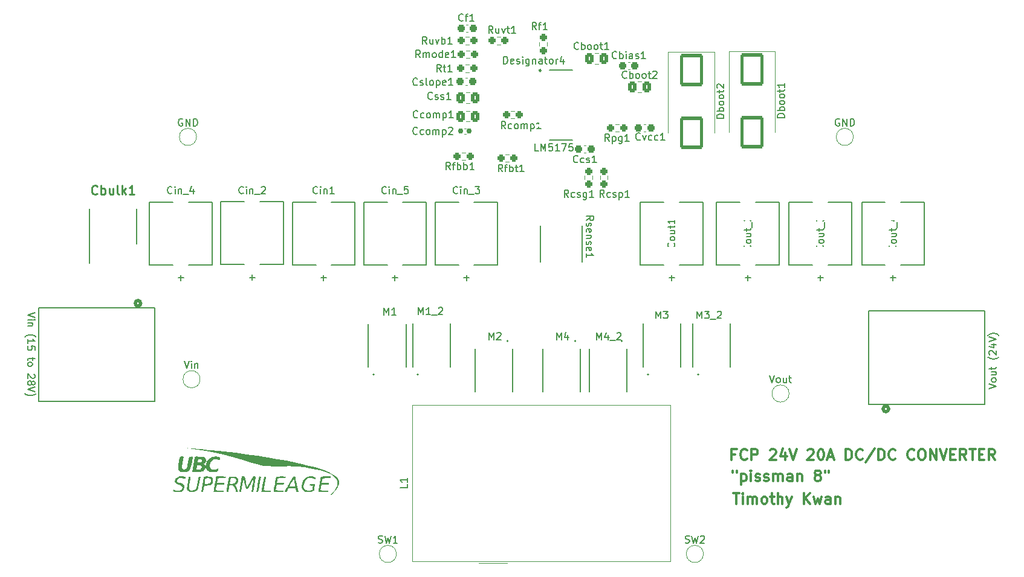
<source format=gto>
%TF.GenerationSoftware,KiCad,Pcbnew,8.0.7*%
%TF.CreationDate,2025-01-13T19:37:05-08:00*%
%TF.ProjectId,DCDCv2,44434443-7632-42e6-9b69-6361645f7063,rev?*%
%TF.SameCoordinates,Original*%
%TF.FileFunction,Legend,Top*%
%TF.FilePolarity,Positive*%
%FSLAX46Y46*%
G04 Gerber Fmt 4.6, Leading zero omitted, Abs format (unit mm)*
G04 Created by KiCad (PCBNEW 8.0.7) date 2025-01-13 19:37:05*
%MOMM*%
%LPD*%
G01*
G04 APERTURE LIST*
G04 Aperture macros list*
%AMRoundRect*
0 Rectangle with rounded corners*
0 $1 Rounding radius*
0 $2 $3 $4 $5 $6 $7 $8 $9 X,Y pos of 4 corners*
0 Add a 4 corners polygon primitive as box body*
4,1,4,$2,$3,$4,$5,$6,$7,$8,$9,$2,$3,0*
0 Add four circle primitives for the rounded corners*
1,1,$1+$1,$2,$3*
1,1,$1+$1,$4,$5*
1,1,$1+$1,$6,$7*
1,1,$1+$1,$8,$9*
0 Add four rect primitives between the rounded corners*
20,1,$1+$1,$2,$3,$4,$5,0*
20,1,$1+$1,$4,$5,$6,$7,0*
20,1,$1+$1,$6,$7,$8,$9,0*
20,1,$1+$1,$8,$9,$2,$3,0*%
G04 Aperture macros list end*
%ADD10C,0.300000*%
%ADD11C,0.150000*%
%ADD12C,0.254000*%
%ADD13C,0.120000*%
%ADD14C,0.152400*%
%ADD15C,0.508000*%
%ADD16C,0.200000*%
%ADD17C,0.250000*%
%ADD18C,0.000000*%
%ADD19RoundRect,0.237500X0.250000X0.237500X-0.250000X0.237500X-0.250000X-0.237500X0.250000X-0.237500X0*%
%ADD20R,0.650000X0.630000*%
%ADD21R,4.459998X4.280271*%
%ADD22R,1.498600X3.302000*%
%ADD23C,1.803400*%
%ADD24RoundRect,0.250000X0.337500X0.475000X-0.337500X0.475000X-0.337500X-0.475000X0.337500X-0.475000X0*%
%ADD25RoundRect,0.155000X0.212500X0.155000X-0.212500X0.155000X-0.212500X-0.155000X0.212500X-0.155000X0*%
%ADD26RoundRect,0.237500X-0.237500X0.250000X-0.237500X-0.250000X0.237500X-0.250000X0.237500X0.250000X0*%
%ADD27C,2.000000*%
%ADD28RoundRect,0.237500X-0.300000X-0.237500X0.300000X-0.237500X0.300000X0.237500X-0.300000X0.237500X0*%
%ADD29RoundRect,0.250000X-1.400000X-2.000000X1.400000X-2.000000X1.400000X2.000000X-1.400000X2.000000X0*%
%ADD30RoundRect,0.237500X0.300000X0.237500X-0.300000X0.237500X-0.300000X-0.237500X0.300000X-0.237500X0*%
%ADD31C,3.750000*%
%ADD32R,10.000000X5.000000*%
%ADD33O,10.000000X5.000000*%
%ADD34R,1.850000X3.500000*%
%ADD35R,5.588000X2.489200*%
%ADD36RoundRect,0.250000X-0.337500X-0.475000X0.337500X-0.475000X0.337500X0.475000X-0.337500X0.475000X0*%
%ADD37O,1.699999X0.349999*%
%ADD38R,3.099999X5.180000*%
G04 APERTURE END LIST*
D10*
X118154510Y-90515114D02*
X117654510Y-90515114D01*
X117654510Y-91300828D02*
X117654510Y-89800828D01*
X117654510Y-89800828D02*
X118368796Y-89800828D01*
X119797367Y-91157971D02*
X119725939Y-91229400D01*
X119725939Y-91229400D02*
X119511653Y-91300828D01*
X119511653Y-91300828D02*
X119368796Y-91300828D01*
X119368796Y-91300828D02*
X119154510Y-91229400D01*
X119154510Y-91229400D02*
X119011653Y-91086542D01*
X119011653Y-91086542D02*
X118940224Y-90943685D01*
X118940224Y-90943685D02*
X118868796Y-90657971D01*
X118868796Y-90657971D02*
X118868796Y-90443685D01*
X118868796Y-90443685D02*
X118940224Y-90157971D01*
X118940224Y-90157971D02*
X119011653Y-90015114D01*
X119011653Y-90015114D02*
X119154510Y-89872257D01*
X119154510Y-89872257D02*
X119368796Y-89800828D01*
X119368796Y-89800828D02*
X119511653Y-89800828D01*
X119511653Y-89800828D02*
X119725939Y-89872257D01*
X119725939Y-89872257D02*
X119797367Y-89943685D01*
X120440224Y-91300828D02*
X120440224Y-89800828D01*
X120440224Y-89800828D02*
X121011653Y-89800828D01*
X121011653Y-89800828D02*
X121154510Y-89872257D01*
X121154510Y-89872257D02*
X121225939Y-89943685D01*
X121225939Y-89943685D02*
X121297367Y-90086542D01*
X121297367Y-90086542D02*
X121297367Y-90300828D01*
X121297367Y-90300828D02*
X121225939Y-90443685D01*
X121225939Y-90443685D02*
X121154510Y-90515114D01*
X121154510Y-90515114D02*
X121011653Y-90586542D01*
X121011653Y-90586542D02*
X120440224Y-90586542D01*
X123011653Y-89943685D02*
X123083081Y-89872257D01*
X123083081Y-89872257D02*
X123225939Y-89800828D01*
X123225939Y-89800828D02*
X123583081Y-89800828D01*
X123583081Y-89800828D02*
X123725939Y-89872257D01*
X123725939Y-89872257D02*
X123797367Y-89943685D01*
X123797367Y-89943685D02*
X123868796Y-90086542D01*
X123868796Y-90086542D02*
X123868796Y-90229400D01*
X123868796Y-90229400D02*
X123797367Y-90443685D01*
X123797367Y-90443685D02*
X122940224Y-91300828D01*
X122940224Y-91300828D02*
X123868796Y-91300828D01*
X125154510Y-90300828D02*
X125154510Y-91300828D01*
X124797367Y-89729400D02*
X124440224Y-90800828D01*
X124440224Y-90800828D02*
X125368795Y-90800828D01*
X125725938Y-89800828D02*
X126225938Y-91300828D01*
X126225938Y-91300828D02*
X126725938Y-89800828D01*
X128297366Y-89943685D02*
X128368794Y-89872257D01*
X128368794Y-89872257D02*
X128511652Y-89800828D01*
X128511652Y-89800828D02*
X128868794Y-89800828D01*
X128868794Y-89800828D02*
X129011652Y-89872257D01*
X129011652Y-89872257D02*
X129083080Y-89943685D01*
X129083080Y-89943685D02*
X129154509Y-90086542D01*
X129154509Y-90086542D02*
X129154509Y-90229400D01*
X129154509Y-90229400D02*
X129083080Y-90443685D01*
X129083080Y-90443685D02*
X128225937Y-91300828D01*
X128225937Y-91300828D02*
X129154509Y-91300828D01*
X130083080Y-89800828D02*
X130225937Y-89800828D01*
X130225937Y-89800828D02*
X130368794Y-89872257D01*
X130368794Y-89872257D02*
X130440223Y-89943685D01*
X130440223Y-89943685D02*
X130511651Y-90086542D01*
X130511651Y-90086542D02*
X130583080Y-90372257D01*
X130583080Y-90372257D02*
X130583080Y-90729400D01*
X130583080Y-90729400D02*
X130511651Y-91015114D01*
X130511651Y-91015114D02*
X130440223Y-91157971D01*
X130440223Y-91157971D02*
X130368794Y-91229400D01*
X130368794Y-91229400D02*
X130225937Y-91300828D01*
X130225937Y-91300828D02*
X130083080Y-91300828D01*
X130083080Y-91300828D02*
X129940223Y-91229400D01*
X129940223Y-91229400D02*
X129868794Y-91157971D01*
X129868794Y-91157971D02*
X129797365Y-91015114D01*
X129797365Y-91015114D02*
X129725937Y-90729400D01*
X129725937Y-90729400D02*
X129725937Y-90372257D01*
X129725937Y-90372257D02*
X129797365Y-90086542D01*
X129797365Y-90086542D02*
X129868794Y-89943685D01*
X129868794Y-89943685D02*
X129940223Y-89872257D01*
X129940223Y-89872257D02*
X130083080Y-89800828D01*
X131154508Y-90872257D02*
X131868794Y-90872257D01*
X131011651Y-91300828D02*
X131511651Y-89800828D01*
X131511651Y-89800828D02*
X132011651Y-91300828D01*
X133654507Y-91300828D02*
X133654507Y-89800828D01*
X133654507Y-89800828D02*
X134011650Y-89800828D01*
X134011650Y-89800828D02*
X134225936Y-89872257D01*
X134225936Y-89872257D02*
X134368793Y-90015114D01*
X134368793Y-90015114D02*
X134440222Y-90157971D01*
X134440222Y-90157971D02*
X134511650Y-90443685D01*
X134511650Y-90443685D02*
X134511650Y-90657971D01*
X134511650Y-90657971D02*
X134440222Y-90943685D01*
X134440222Y-90943685D02*
X134368793Y-91086542D01*
X134368793Y-91086542D02*
X134225936Y-91229400D01*
X134225936Y-91229400D02*
X134011650Y-91300828D01*
X134011650Y-91300828D02*
X133654507Y-91300828D01*
X136011650Y-91157971D02*
X135940222Y-91229400D01*
X135940222Y-91229400D02*
X135725936Y-91300828D01*
X135725936Y-91300828D02*
X135583079Y-91300828D01*
X135583079Y-91300828D02*
X135368793Y-91229400D01*
X135368793Y-91229400D02*
X135225936Y-91086542D01*
X135225936Y-91086542D02*
X135154507Y-90943685D01*
X135154507Y-90943685D02*
X135083079Y-90657971D01*
X135083079Y-90657971D02*
X135083079Y-90443685D01*
X135083079Y-90443685D02*
X135154507Y-90157971D01*
X135154507Y-90157971D02*
X135225936Y-90015114D01*
X135225936Y-90015114D02*
X135368793Y-89872257D01*
X135368793Y-89872257D02*
X135583079Y-89800828D01*
X135583079Y-89800828D02*
X135725936Y-89800828D01*
X135725936Y-89800828D02*
X135940222Y-89872257D01*
X135940222Y-89872257D02*
X136011650Y-89943685D01*
X137725936Y-89729400D02*
X136440222Y-91657971D01*
X138225936Y-91300828D02*
X138225936Y-89800828D01*
X138225936Y-89800828D02*
X138583079Y-89800828D01*
X138583079Y-89800828D02*
X138797365Y-89872257D01*
X138797365Y-89872257D02*
X138940222Y-90015114D01*
X138940222Y-90015114D02*
X139011651Y-90157971D01*
X139011651Y-90157971D02*
X139083079Y-90443685D01*
X139083079Y-90443685D02*
X139083079Y-90657971D01*
X139083079Y-90657971D02*
X139011651Y-90943685D01*
X139011651Y-90943685D02*
X138940222Y-91086542D01*
X138940222Y-91086542D02*
X138797365Y-91229400D01*
X138797365Y-91229400D02*
X138583079Y-91300828D01*
X138583079Y-91300828D02*
X138225936Y-91300828D01*
X140583079Y-91157971D02*
X140511651Y-91229400D01*
X140511651Y-91229400D02*
X140297365Y-91300828D01*
X140297365Y-91300828D02*
X140154508Y-91300828D01*
X140154508Y-91300828D02*
X139940222Y-91229400D01*
X139940222Y-91229400D02*
X139797365Y-91086542D01*
X139797365Y-91086542D02*
X139725936Y-90943685D01*
X139725936Y-90943685D02*
X139654508Y-90657971D01*
X139654508Y-90657971D02*
X139654508Y-90443685D01*
X139654508Y-90443685D02*
X139725936Y-90157971D01*
X139725936Y-90157971D02*
X139797365Y-90015114D01*
X139797365Y-90015114D02*
X139940222Y-89872257D01*
X139940222Y-89872257D02*
X140154508Y-89800828D01*
X140154508Y-89800828D02*
X140297365Y-89800828D01*
X140297365Y-89800828D02*
X140511651Y-89872257D01*
X140511651Y-89872257D02*
X140583079Y-89943685D01*
X143225936Y-91157971D02*
X143154508Y-91229400D01*
X143154508Y-91229400D02*
X142940222Y-91300828D01*
X142940222Y-91300828D02*
X142797365Y-91300828D01*
X142797365Y-91300828D02*
X142583079Y-91229400D01*
X142583079Y-91229400D02*
X142440222Y-91086542D01*
X142440222Y-91086542D02*
X142368793Y-90943685D01*
X142368793Y-90943685D02*
X142297365Y-90657971D01*
X142297365Y-90657971D02*
X142297365Y-90443685D01*
X142297365Y-90443685D02*
X142368793Y-90157971D01*
X142368793Y-90157971D02*
X142440222Y-90015114D01*
X142440222Y-90015114D02*
X142583079Y-89872257D01*
X142583079Y-89872257D02*
X142797365Y-89800828D01*
X142797365Y-89800828D02*
X142940222Y-89800828D01*
X142940222Y-89800828D02*
X143154508Y-89872257D01*
X143154508Y-89872257D02*
X143225936Y-89943685D01*
X144154508Y-89800828D02*
X144440222Y-89800828D01*
X144440222Y-89800828D02*
X144583079Y-89872257D01*
X144583079Y-89872257D02*
X144725936Y-90015114D01*
X144725936Y-90015114D02*
X144797365Y-90300828D01*
X144797365Y-90300828D02*
X144797365Y-90800828D01*
X144797365Y-90800828D02*
X144725936Y-91086542D01*
X144725936Y-91086542D02*
X144583079Y-91229400D01*
X144583079Y-91229400D02*
X144440222Y-91300828D01*
X144440222Y-91300828D02*
X144154508Y-91300828D01*
X144154508Y-91300828D02*
X144011651Y-91229400D01*
X144011651Y-91229400D02*
X143868793Y-91086542D01*
X143868793Y-91086542D02*
X143797365Y-90800828D01*
X143797365Y-90800828D02*
X143797365Y-90300828D01*
X143797365Y-90300828D02*
X143868793Y-90015114D01*
X143868793Y-90015114D02*
X144011651Y-89872257D01*
X144011651Y-89872257D02*
X144154508Y-89800828D01*
X145440222Y-91300828D02*
X145440222Y-89800828D01*
X145440222Y-89800828D02*
X146297365Y-91300828D01*
X146297365Y-91300828D02*
X146297365Y-89800828D01*
X146797366Y-89800828D02*
X147297366Y-91300828D01*
X147297366Y-91300828D02*
X147797366Y-89800828D01*
X148297365Y-90515114D02*
X148797365Y-90515114D01*
X149011651Y-91300828D02*
X148297365Y-91300828D01*
X148297365Y-91300828D02*
X148297365Y-89800828D01*
X148297365Y-89800828D02*
X149011651Y-89800828D01*
X150511651Y-91300828D02*
X150011651Y-90586542D01*
X149654508Y-91300828D02*
X149654508Y-89800828D01*
X149654508Y-89800828D02*
X150225937Y-89800828D01*
X150225937Y-89800828D02*
X150368794Y-89872257D01*
X150368794Y-89872257D02*
X150440223Y-89943685D01*
X150440223Y-89943685D02*
X150511651Y-90086542D01*
X150511651Y-90086542D02*
X150511651Y-90300828D01*
X150511651Y-90300828D02*
X150440223Y-90443685D01*
X150440223Y-90443685D02*
X150368794Y-90515114D01*
X150368794Y-90515114D02*
X150225937Y-90586542D01*
X150225937Y-90586542D02*
X149654508Y-90586542D01*
X150940223Y-89800828D02*
X151797366Y-89800828D01*
X151368794Y-91300828D02*
X151368794Y-89800828D01*
X152297365Y-90515114D02*
X152797365Y-90515114D01*
X153011651Y-91300828D02*
X152297365Y-91300828D01*
X152297365Y-91300828D02*
X152297365Y-89800828D01*
X152297365Y-89800828D02*
X153011651Y-89800828D01*
X154511651Y-91300828D02*
X154011651Y-90586542D01*
X153654508Y-91300828D02*
X153654508Y-89800828D01*
X153654508Y-89800828D02*
X154225937Y-89800828D01*
X154225937Y-89800828D02*
X154368794Y-89872257D01*
X154368794Y-89872257D02*
X154440223Y-89943685D01*
X154440223Y-89943685D02*
X154511651Y-90086542D01*
X154511651Y-90086542D02*
X154511651Y-90300828D01*
X154511651Y-90300828D02*
X154440223Y-90443685D01*
X154440223Y-90443685D02*
X154368794Y-90515114D01*
X154368794Y-90515114D02*
X154225937Y-90586542D01*
X154225937Y-90586542D02*
X153654508Y-90586542D01*
X117840225Y-95970996D02*
X118697368Y-95970996D01*
X118268796Y-97470996D02*
X118268796Y-95970996D01*
X119197367Y-97470996D02*
X119197367Y-96470996D01*
X119197367Y-95970996D02*
X119125939Y-96042425D01*
X119125939Y-96042425D02*
X119197367Y-96113853D01*
X119197367Y-96113853D02*
X119268796Y-96042425D01*
X119268796Y-96042425D02*
X119197367Y-95970996D01*
X119197367Y-95970996D02*
X119197367Y-96113853D01*
X119911653Y-97470996D02*
X119911653Y-96470996D01*
X119911653Y-96613853D02*
X119983082Y-96542425D01*
X119983082Y-96542425D02*
X120125939Y-96470996D01*
X120125939Y-96470996D02*
X120340225Y-96470996D01*
X120340225Y-96470996D02*
X120483082Y-96542425D01*
X120483082Y-96542425D02*
X120554511Y-96685282D01*
X120554511Y-96685282D02*
X120554511Y-97470996D01*
X120554511Y-96685282D02*
X120625939Y-96542425D01*
X120625939Y-96542425D02*
X120768796Y-96470996D01*
X120768796Y-96470996D02*
X120983082Y-96470996D01*
X120983082Y-96470996D02*
X121125939Y-96542425D01*
X121125939Y-96542425D02*
X121197368Y-96685282D01*
X121197368Y-96685282D02*
X121197368Y-97470996D01*
X122125939Y-97470996D02*
X121983082Y-97399568D01*
X121983082Y-97399568D02*
X121911653Y-97328139D01*
X121911653Y-97328139D02*
X121840225Y-97185282D01*
X121840225Y-97185282D02*
X121840225Y-96756710D01*
X121840225Y-96756710D02*
X121911653Y-96613853D01*
X121911653Y-96613853D02*
X121983082Y-96542425D01*
X121983082Y-96542425D02*
X122125939Y-96470996D01*
X122125939Y-96470996D02*
X122340225Y-96470996D01*
X122340225Y-96470996D02*
X122483082Y-96542425D01*
X122483082Y-96542425D02*
X122554511Y-96613853D01*
X122554511Y-96613853D02*
X122625939Y-96756710D01*
X122625939Y-96756710D02*
X122625939Y-97185282D01*
X122625939Y-97185282D02*
X122554511Y-97328139D01*
X122554511Y-97328139D02*
X122483082Y-97399568D01*
X122483082Y-97399568D02*
X122340225Y-97470996D01*
X122340225Y-97470996D02*
X122125939Y-97470996D01*
X123054511Y-96470996D02*
X123625939Y-96470996D01*
X123268796Y-95970996D02*
X123268796Y-97256710D01*
X123268796Y-97256710D02*
X123340225Y-97399568D01*
X123340225Y-97399568D02*
X123483082Y-97470996D01*
X123483082Y-97470996D02*
X123625939Y-97470996D01*
X124125939Y-97470996D02*
X124125939Y-95970996D01*
X124768797Y-97470996D02*
X124768797Y-96685282D01*
X124768797Y-96685282D02*
X124697368Y-96542425D01*
X124697368Y-96542425D02*
X124554511Y-96470996D01*
X124554511Y-96470996D02*
X124340225Y-96470996D01*
X124340225Y-96470996D02*
X124197368Y-96542425D01*
X124197368Y-96542425D02*
X124125939Y-96613853D01*
X125340225Y-96470996D02*
X125697368Y-97470996D01*
X126054511Y-96470996D02*
X125697368Y-97470996D01*
X125697368Y-97470996D02*
X125554511Y-97828139D01*
X125554511Y-97828139D02*
X125483082Y-97899568D01*
X125483082Y-97899568D02*
X125340225Y-97970996D01*
X127768796Y-97470996D02*
X127768796Y-95970996D01*
X128625939Y-97470996D02*
X127983082Y-96613853D01*
X128625939Y-95970996D02*
X127768796Y-96828139D01*
X129125939Y-96470996D02*
X129411654Y-97470996D01*
X129411654Y-97470996D02*
X129697368Y-96756710D01*
X129697368Y-96756710D02*
X129983082Y-97470996D01*
X129983082Y-97470996D02*
X130268796Y-96470996D01*
X131483083Y-97470996D02*
X131483083Y-96685282D01*
X131483083Y-96685282D02*
X131411654Y-96542425D01*
X131411654Y-96542425D02*
X131268797Y-96470996D01*
X131268797Y-96470996D02*
X130983083Y-96470996D01*
X130983083Y-96470996D02*
X130840225Y-96542425D01*
X131483083Y-97399568D02*
X131340225Y-97470996D01*
X131340225Y-97470996D02*
X130983083Y-97470996D01*
X130983083Y-97470996D02*
X130840225Y-97399568D01*
X130840225Y-97399568D02*
X130768797Y-97256710D01*
X130768797Y-97256710D02*
X130768797Y-97113853D01*
X130768797Y-97113853D02*
X130840225Y-96970996D01*
X130840225Y-96970996D02*
X130983083Y-96899568D01*
X130983083Y-96899568D02*
X131340225Y-96899568D01*
X131340225Y-96899568D02*
X131483083Y-96828139D01*
X132197368Y-96470996D02*
X132197368Y-97470996D01*
X132197368Y-96613853D02*
X132268797Y-96542425D01*
X132268797Y-96542425D02*
X132411654Y-96470996D01*
X132411654Y-96470996D02*
X132625940Y-96470996D01*
X132625940Y-96470996D02*
X132768797Y-96542425D01*
X132768797Y-96542425D02*
X132840226Y-96685282D01*
X132840226Y-96685282D02*
X132840226Y-97470996D01*
X117783082Y-92800828D02*
X117783082Y-93086542D01*
X118354510Y-92800828D02*
X118354510Y-93086542D01*
X118997367Y-93300828D02*
X118997367Y-94800828D01*
X118997367Y-93372257D02*
X119140225Y-93300828D01*
X119140225Y-93300828D02*
X119425939Y-93300828D01*
X119425939Y-93300828D02*
X119568796Y-93372257D01*
X119568796Y-93372257D02*
X119640225Y-93443685D01*
X119640225Y-93443685D02*
X119711653Y-93586542D01*
X119711653Y-93586542D02*
X119711653Y-94015114D01*
X119711653Y-94015114D02*
X119640225Y-94157971D01*
X119640225Y-94157971D02*
X119568796Y-94229400D01*
X119568796Y-94229400D02*
X119425939Y-94300828D01*
X119425939Y-94300828D02*
X119140225Y-94300828D01*
X119140225Y-94300828D02*
X118997367Y-94229400D01*
X120354510Y-94300828D02*
X120354510Y-93300828D01*
X120354510Y-92800828D02*
X120283082Y-92872257D01*
X120283082Y-92872257D02*
X120354510Y-92943685D01*
X120354510Y-92943685D02*
X120425939Y-92872257D01*
X120425939Y-92872257D02*
X120354510Y-92800828D01*
X120354510Y-92800828D02*
X120354510Y-92943685D01*
X120997368Y-94229400D02*
X121140225Y-94300828D01*
X121140225Y-94300828D02*
X121425939Y-94300828D01*
X121425939Y-94300828D02*
X121568796Y-94229400D01*
X121568796Y-94229400D02*
X121640225Y-94086542D01*
X121640225Y-94086542D02*
X121640225Y-94015114D01*
X121640225Y-94015114D02*
X121568796Y-93872257D01*
X121568796Y-93872257D02*
X121425939Y-93800828D01*
X121425939Y-93800828D02*
X121211654Y-93800828D01*
X121211654Y-93800828D02*
X121068796Y-93729400D01*
X121068796Y-93729400D02*
X120997368Y-93586542D01*
X120997368Y-93586542D02*
X120997368Y-93515114D01*
X120997368Y-93515114D02*
X121068796Y-93372257D01*
X121068796Y-93372257D02*
X121211654Y-93300828D01*
X121211654Y-93300828D02*
X121425939Y-93300828D01*
X121425939Y-93300828D02*
X121568796Y-93372257D01*
X122211654Y-94229400D02*
X122354511Y-94300828D01*
X122354511Y-94300828D02*
X122640225Y-94300828D01*
X122640225Y-94300828D02*
X122783082Y-94229400D01*
X122783082Y-94229400D02*
X122854511Y-94086542D01*
X122854511Y-94086542D02*
X122854511Y-94015114D01*
X122854511Y-94015114D02*
X122783082Y-93872257D01*
X122783082Y-93872257D02*
X122640225Y-93800828D01*
X122640225Y-93800828D02*
X122425940Y-93800828D01*
X122425940Y-93800828D02*
X122283082Y-93729400D01*
X122283082Y-93729400D02*
X122211654Y-93586542D01*
X122211654Y-93586542D02*
X122211654Y-93515114D01*
X122211654Y-93515114D02*
X122283082Y-93372257D01*
X122283082Y-93372257D02*
X122425940Y-93300828D01*
X122425940Y-93300828D02*
X122640225Y-93300828D01*
X122640225Y-93300828D02*
X122783082Y-93372257D01*
X123497368Y-94300828D02*
X123497368Y-93300828D01*
X123497368Y-93443685D02*
X123568797Y-93372257D01*
X123568797Y-93372257D02*
X123711654Y-93300828D01*
X123711654Y-93300828D02*
X123925940Y-93300828D01*
X123925940Y-93300828D02*
X124068797Y-93372257D01*
X124068797Y-93372257D02*
X124140226Y-93515114D01*
X124140226Y-93515114D02*
X124140226Y-94300828D01*
X124140226Y-93515114D02*
X124211654Y-93372257D01*
X124211654Y-93372257D02*
X124354511Y-93300828D01*
X124354511Y-93300828D02*
X124568797Y-93300828D01*
X124568797Y-93300828D02*
X124711654Y-93372257D01*
X124711654Y-93372257D02*
X124783083Y-93515114D01*
X124783083Y-93515114D02*
X124783083Y-94300828D01*
X126140226Y-94300828D02*
X126140226Y-93515114D01*
X126140226Y-93515114D02*
X126068797Y-93372257D01*
X126068797Y-93372257D02*
X125925940Y-93300828D01*
X125925940Y-93300828D02*
X125640226Y-93300828D01*
X125640226Y-93300828D02*
X125497368Y-93372257D01*
X126140226Y-94229400D02*
X125997368Y-94300828D01*
X125997368Y-94300828D02*
X125640226Y-94300828D01*
X125640226Y-94300828D02*
X125497368Y-94229400D01*
X125497368Y-94229400D02*
X125425940Y-94086542D01*
X125425940Y-94086542D02*
X125425940Y-93943685D01*
X125425940Y-93943685D02*
X125497368Y-93800828D01*
X125497368Y-93800828D02*
X125640226Y-93729400D01*
X125640226Y-93729400D02*
X125997368Y-93729400D01*
X125997368Y-93729400D02*
X126140226Y-93657971D01*
X126854511Y-93300828D02*
X126854511Y-94300828D01*
X126854511Y-93443685D02*
X126925940Y-93372257D01*
X126925940Y-93372257D02*
X127068797Y-93300828D01*
X127068797Y-93300828D02*
X127283083Y-93300828D01*
X127283083Y-93300828D02*
X127425940Y-93372257D01*
X127425940Y-93372257D02*
X127497369Y-93515114D01*
X127497369Y-93515114D02*
X127497369Y-94300828D01*
X129568797Y-93443685D02*
X129425940Y-93372257D01*
X129425940Y-93372257D02*
X129354511Y-93300828D01*
X129354511Y-93300828D02*
X129283083Y-93157971D01*
X129283083Y-93157971D02*
X129283083Y-93086542D01*
X129283083Y-93086542D02*
X129354511Y-92943685D01*
X129354511Y-92943685D02*
X129425940Y-92872257D01*
X129425940Y-92872257D02*
X129568797Y-92800828D01*
X129568797Y-92800828D02*
X129854511Y-92800828D01*
X129854511Y-92800828D02*
X129997369Y-92872257D01*
X129997369Y-92872257D02*
X130068797Y-92943685D01*
X130068797Y-92943685D02*
X130140226Y-93086542D01*
X130140226Y-93086542D02*
X130140226Y-93157971D01*
X130140226Y-93157971D02*
X130068797Y-93300828D01*
X130068797Y-93300828D02*
X129997369Y-93372257D01*
X129997369Y-93372257D02*
X129854511Y-93443685D01*
X129854511Y-93443685D02*
X129568797Y-93443685D01*
X129568797Y-93443685D02*
X129425940Y-93515114D01*
X129425940Y-93515114D02*
X129354511Y-93586542D01*
X129354511Y-93586542D02*
X129283083Y-93729400D01*
X129283083Y-93729400D02*
X129283083Y-94015114D01*
X129283083Y-94015114D02*
X129354511Y-94157971D01*
X129354511Y-94157971D02*
X129425940Y-94229400D01*
X129425940Y-94229400D02*
X129568797Y-94300828D01*
X129568797Y-94300828D02*
X129854511Y-94300828D01*
X129854511Y-94300828D02*
X129997369Y-94229400D01*
X129997369Y-94229400D02*
X130068797Y-94157971D01*
X130068797Y-94157971D02*
X130140226Y-94015114D01*
X130140226Y-94015114D02*
X130140226Y-93729400D01*
X130140226Y-93729400D02*
X130068797Y-93586542D01*
X130068797Y-93586542D02*
X129997369Y-93515114D01*
X129997369Y-93515114D02*
X129854511Y-93443685D01*
X130711654Y-92800828D02*
X130711654Y-93086542D01*
X131283082Y-92800828D02*
X131283082Y-93086542D01*
D11*
X85559523Y-50884819D02*
X85226190Y-50408628D01*
X84988095Y-50884819D02*
X84988095Y-49884819D01*
X84988095Y-49884819D02*
X85369047Y-49884819D01*
X85369047Y-49884819D02*
X85464285Y-49932438D01*
X85464285Y-49932438D02*
X85511904Y-49980057D01*
X85511904Y-49980057D02*
X85559523Y-50075295D01*
X85559523Y-50075295D02*
X85559523Y-50218152D01*
X85559523Y-50218152D02*
X85511904Y-50313390D01*
X85511904Y-50313390D02*
X85464285Y-50361009D01*
X85464285Y-50361009D02*
X85369047Y-50408628D01*
X85369047Y-50408628D02*
X84988095Y-50408628D01*
X85845238Y-50218152D02*
X86226190Y-50218152D01*
X85988095Y-50884819D02*
X85988095Y-50027676D01*
X85988095Y-50027676D02*
X86035714Y-49932438D01*
X86035714Y-49932438D02*
X86130952Y-49884819D01*
X86130952Y-49884819D02*
X86226190Y-49884819D01*
X86559524Y-50884819D02*
X86559524Y-49884819D01*
X86559524Y-50265771D02*
X86654762Y-50218152D01*
X86654762Y-50218152D02*
X86845238Y-50218152D01*
X86845238Y-50218152D02*
X86940476Y-50265771D01*
X86940476Y-50265771D02*
X86988095Y-50313390D01*
X86988095Y-50313390D02*
X87035714Y-50408628D01*
X87035714Y-50408628D02*
X87035714Y-50694342D01*
X87035714Y-50694342D02*
X86988095Y-50789580D01*
X86988095Y-50789580D02*
X86940476Y-50837200D01*
X86940476Y-50837200D02*
X86845238Y-50884819D01*
X86845238Y-50884819D02*
X86654762Y-50884819D01*
X86654762Y-50884819D02*
X86559524Y-50837200D01*
X87321429Y-50218152D02*
X87702381Y-50218152D01*
X87464286Y-49884819D02*
X87464286Y-50741961D01*
X87464286Y-50741961D02*
X87511905Y-50837200D01*
X87511905Y-50837200D02*
X87607143Y-50884819D01*
X87607143Y-50884819D02*
X87702381Y-50884819D01*
X88559524Y-50884819D02*
X87988096Y-50884819D01*
X88273810Y-50884819D02*
X88273810Y-49884819D01*
X88273810Y-49884819D02*
X88178572Y-50027676D01*
X88178572Y-50027676D02*
X88083334Y-50122914D01*
X88083334Y-50122914D02*
X87988096Y-50170533D01*
X107035476Y-71454819D02*
X107035476Y-70454819D01*
X107035476Y-70454819D02*
X107368809Y-71169104D01*
X107368809Y-71169104D02*
X107702142Y-70454819D01*
X107702142Y-70454819D02*
X107702142Y-71454819D01*
X108083095Y-70454819D02*
X108702142Y-70454819D01*
X108702142Y-70454819D02*
X108368809Y-70835771D01*
X108368809Y-70835771D02*
X108511666Y-70835771D01*
X108511666Y-70835771D02*
X108606904Y-70883390D01*
X108606904Y-70883390D02*
X108654523Y-70931009D01*
X108654523Y-70931009D02*
X108702142Y-71026247D01*
X108702142Y-71026247D02*
X108702142Y-71264342D01*
X108702142Y-71264342D02*
X108654523Y-71359580D01*
X108654523Y-71359580D02*
X108606904Y-71407200D01*
X108606904Y-71407200D02*
X108511666Y-71454819D01*
X108511666Y-71454819D02*
X108225952Y-71454819D01*
X108225952Y-71454819D02*
X108130714Y-71407200D01*
X108130714Y-71407200D02*
X108083095Y-71359580D01*
X109601380Y-60902743D02*
X109649000Y-60950362D01*
X109649000Y-60950362D02*
X109696619Y-61093219D01*
X109696619Y-61093219D02*
X109696619Y-61188457D01*
X109696619Y-61188457D02*
X109649000Y-61331314D01*
X109649000Y-61331314D02*
X109553761Y-61426552D01*
X109553761Y-61426552D02*
X109458523Y-61474171D01*
X109458523Y-61474171D02*
X109268047Y-61521790D01*
X109268047Y-61521790D02*
X109125190Y-61521790D01*
X109125190Y-61521790D02*
X108934714Y-61474171D01*
X108934714Y-61474171D02*
X108839476Y-61426552D01*
X108839476Y-61426552D02*
X108744238Y-61331314D01*
X108744238Y-61331314D02*
X108696619Y-61188457D01*
X108696619Y-61188457D02*
X108696619Y-61093219D01*
X108696619Y-61093219D02*
X108744238Y-60950362D01*
X108744238Y-60950362D02*
X108791857Y-60902743D01*
X109696619Y-60331314D02*
X109649000Y-60426552D01*
X109649000Y-60426552D02*
X109601380Y-60474171D01*
X109601380Y-60474171D02*
X109506142Y-60521790D01*
X109506142Y-60521790D02*
X109220428Y-60521790D01*
X109220428Y-60521790D02*
X109125190Y-60474171D01*
X109125190Y-60474171D02*
X109077571Y-60426552D01*
X109077571Y-60426552D02*
X109029952Y-60331314D01*
X109029952Y-60331314D02*
X109029952Y-60188457D01*
X109029952Y-60188457D02*
X109077571Y-60093219D01*
X109077571Y-60093219D02*
X109125190Y-60045600D01*
X109125190Y-60045600D02*
X109220428Y-59997981D01*
X109220428Y-59997981D02*
X109506142Y-59997981D01*
X109506142Y-59997981D02*
X109601380Y-60045600D01*
X109601380Y-60045600D02*
X109649000Y-60093219D01*
X109649000Y-60093219D02*
X109696619Y-60188457D01*
X109696619Y-60188457D02*
X109696619Y-60331314D01*
X109029952Y-59140838D02*
X109696619Y-59140838D01*
X109029952Y-59569409D02*
X109553761Y-59569409D01*
X109553761Y-59569409D02*
X109649000Y-59521790D01*
X109649000Y-59521790D02*
X109696619Y-59426552D01*
X109696619Y-59426552D02*
X109696619Y-59283695D01*
X109696619Y-59283695D02*
X109649000Y-59188457D01*
X109649000Y-59188457D02*
X109601380Y-59140838D01*
X109029952Y-58807504D02*
X109029952Y-58426552D01*
X108696619Y-58664647D02*
X109553761Y-58664647D01*
X109553761Y-58664647D02*
X109649000Y-58617028D01*
X109649000Y-58617028D02*
X109696619Y-58521790D01*
X109696619Y-58521790D02*
X109696619Y-58426552D01*
X109696619Y-57569409D02*
X109696619Y-58140837D01*
X109696619Y-57855123D02*
X108696619Y-57855123D01*
X108696619Y-57855123D02*
X108839476Y-57950361D01*
X108839476Y-57950361D02*
X108934714Y-58045599D01*
X108934714Y-58045599D02*
X108982333Y-58140837D01*
X20045198Y-70628637D02*
X19045198Y-70961970D01*
X19045198Y-70961970D02*
X20045198Y-71295303D01*
X19045198Y-71628637D02*
X19711865Y-71628637D01*
X20045198Y-71628637D02*
X19997579Y-71581018D01*
X19997579Y-71581018D02*
X19949960Y-71628637D01*
X19949960Y-71628637D02*
X19997579Y-71676256D01*
X19997579Y-71676256D02*
X20045198Y-71628637D01*
X20045198Y-71628637D02*
X19949960Y-71628637D01*
X19711865Y-72104827D02*
X19045198Y-72104827D01*
X19616627Y-72104827D02*
X19664246Y-72152446D01*
X19664246Y-72152446D02*
X19711865Y-72247684D01*
X19711865Y-72247684D02*
X19711865Y-72390541D01*
X19711865Y-72390541D02*
X19664246Y-72485779D01*
X19664246Y-72485779D02*
X19569008Y-72533398D01*
X19569008Y-72533398D02*
X19045198Y-72533398D01*
X18664246Y-74057208D02*
X18711865Y-74009589D01*
X18711865Y-74009589D02*
X18854722Y-73914351D01*
X18854722Y-73914351D02*
X18949960Y-73866732D01*
X18949960Y-73866732D02*
X19092818Y-73819113D01*
X19092818Y-73819113D02*
X19330913Y-73771494D01*
X19330913Y-73771494D02*
X19521389Y-73771494D01*
X19521389Y-73771494D02*
X19759484Y-73819113D01*
X19759484Y-73819113D02*
X19902341Y-73866732D01*
X19902341Y-73866732D02*
X19997579Y-73914351D01*
X19997579Y-73914351D02*
X20140437Y-74009589D01*
X20140437Y-74009589D02*
X20188056Y-74057208D01*
X19045198Y-74961970D02*
X19045198Y-74390542D01*
X19045198Y-74676256D02*
X20045198Y-74676256D01*
X20045198Y-74676256D02*
X19902341Y-74581018D01*
X19902341Y-74581018D02*
X19807103Y-74485780D01*
X19807103Y-74485780D02*
X19759484Y-74390542D01*
X20045198Y-75866732D02*
X20045198Y-75390542D01*
X20045198Y-75390542D02*
X19569008Y-75342923D01*
X19569008Y-75342923D02*
X19616627Y-75390542D01*
X19616627Y-75390542D02*
X19664246Y-75485780D01*
X19664246Y-75485780D02*
X19664246Y-75723875D01*
X19664246Y-75723875D02*
X19616627Y-75819113D01*
X19616627Y-75819113D02*
X19569008Y-75866732D01*
X19569008Y-75866732D02*
X19473770Y-75914351D01*
X19473770Y-75914351D02*
X19235675Y-75914351D01*
X19235675Y-75914351D02*
X19140437Y-75866732D01*
X19140437Y-75866732D02*
X19092818Y-75819113D01*
X19092818Y-75819113D02*
X19045198Y-75723875D01*
X19045198Y-75723875D02*
X19045198Y-75485780D01*
X19045198Y-75485780D02*
X19092818Y-75390542D01*
X19092818Y-75390542D02*
X19140437Y-75342923D01*
X19711865Y-76961971D02*
X19711865Y-77342923D01*
X20045198Y-77104828D02*
X19188056Y-77104828D01*
X19188056Y-77104828D02*
X19092818Y-77152447D01*
X19092818Y-77152447D02*
X19045198Y-77247685D01*
X19045198Y-77247685D02*
X19045198Y-77342923D01*
X19045198Y-77819114D02*
X19092818Y-77723876D01*
X19092818Y-77723876D02*
X19140437Y-77676257D01*
X19140437Y-77676257D02*
X19235675Y-77628638D01*
X19235675Y-77628638D02*
X19521389Y-77628638D01*
X19521389Y-77628638D02*
X19616627Y-77676257D01*
X19616627Y-77676257D02*
X19664246Y-77723876D01*
X19664246Y-77723876D02*
X19711865Y-77819114D01*
X19711865Y-77819114D02*
X19711865Y-77961971D01*
X19711865Y-77961971D02*
X19664246Y-78057209D01*
X19664246Y-78057209D02*
X19616627Y-78104828D01*
X19616627Y-78104828D02*
X19521389Y-78152447D01*
X19521389Y-78152447D02*
X19235675Y-78152447D01*
X19235675Y-78152447D02*
X19140437Y-78104828D01*
X19140437Y-78104828D02*
X19092818Y-78057209D01*
X19092818Y-78057209D02*
X19045198Y-77961971D01*
X19045198Y-77961971D02*
X19045198Y-77819114D01*
X19949960Y-79295305D02*
X19997579Y-79342924D01*
X19997579Y-79342924D02*
X20045198Y-79438162D01*
X20045198Y-79438162D02*
X20045198Y-79676257D01*
X20045198Y-79676257D02*
X19997579Y-79771495D01*
X19997579Y-79771495D02*
X19949960Y-79819114D01*
X19949960Y-79819114D02*
X19854722Y-79866733D01*
X19854722Y-79866733D02*
X19759484Y-79866733D01*
X19759484Y-79866733D02*
X19616627Y-79819114D01*
X19616627Y-79819114D02*
X19045198Y-79247686D01*
X19045198Y-79247686D02*
X19045198Y-79866733D01*
X19616627Y-80438162D02*
X19664246Y-80342924D01*
X19664246Y-80342924D02*
X19711865Y-80295305D01*
X19711865Y-80295305D02*
X19807103Y-80247686D01*
X19807103Y-80247686D02*
X19854722Y-80247686D01*
X19854722Y-80247686D02*
X19949960Y-80295305D01*
X19949960Y-80295305D02*
X19997579Y-80342924D01*
X19997579Y-80342924D02*
X20045198Y-80438162D01*
X20045198Y-80438162D02*
X20045198Y-80628638D01*
X20045198Y-80628638D02*
X19997579Y-80723876D01*
X19997579Y-80723876D02*
X19949960Y-80771495D01*
X19949960Y-80771495D02*
X19854722Y-80819114D01*
X19854722Y-80819114D02*
X19807103Y-80819114D01*
X19807103Y-80819114D02*
X19711865Y-80771495D01*
X19711865Y-80771495D02*
X19664246Y-80723876D01*
X19664246Y-80723876D02*
X19616627Y-80628638D01*
X19616627Y-80628638D02*
X19616627Y-80438162D01*
X19616627Y-80438162D02*
X19569008Y-80342924D01*
X19569008Y-80342924D02*
X19521389Y-80295305D01*
X19521389Y-80295305D02*
X19426151Y-80247686D01*
X19426151Y-80247686D02*
X19235675Y-80247686D01*
X19235675Y-80247686D02*
X19140437Y-80295305D01*
X19140437Y-80295305D02*
X19092818Y-80342924D01*
X19092818Y-80342924D02*
X19045198Y-80438162D01*
X19045198Y-80438162D02*
X19045198Y-80628638D01*
X19045198Y-80628638D02*
X19092818Y-80723876D01*
X19092818Y-80723876D02*
X19140437Y-80771495D01*
X19140437Y-80771495D02*
X19235675Y-80819114D01*
X19235675Y-80819114D02*
X19426151Y-80819114D01*
X19426151Y-80819114D02*
X19521389Y-80771495D01*
X19521389Y-80771495D02*
X19569008Y-80723876D01*
X19569008Y-80723876D02*
X19616627Y-80628638D01*
X20045198Y-81104829D02*
X19045198Y-81438162D01*
X19045198Y-81438162D02*
X20045198Y-81771495D01*
X18664246Y-82009591D02*
X18711865Y-82057210D01*
X18711865Y-82057210D02*
X18854722Y-82152448D01*
X18854722Y-82152448D02*
X18949960Y-82200067D01*
X18949960Y-82200067D02*
X19092818Y-82247686D01*
X19092818Y-82247686D02*
X19330913Y-82295305D01*
X19330913Y-82295305D02*
X19521389Y-82295305D01*
X19521389Y-82295305D02*
X19759484Y-82247686D01*
X19759484Y-82247686D02*
X19902341Y-82200067D01*
X19902341Y-82200067D02*
X19997579Y-82152448D01*
X19997579Y-82152448D02*
X20140437Y-82057210D01*
X20140437Y-82057210D02*
X20188056Y-82009591D01*
X73683335Y-43234581D02*
X73635716Y-43282201D01*
X73635716Y-43282201D02*
X73492859Y-43329820D01*
X73492859Y-43329820D02*
X73397621Y-43329820D01*
X73397621Y-43329820D02*
X73254764Y-43282201D01*
X73254764Y-43282201D02*
X73159526Y-43186962D01*
X73159526Y-43186962D02*
X73111907Y-43091724D01*
X73111907Y-43091724D02*
X73064288Y-42901248D01*
X73064288Y-42901248D02*
X73064288Y-42758391D01*
X73064288Y-42758391D02*
X73111907Y-42567915D01*
X73111907Y-42567915D02*
X73159526Y-42472677D01*
X73159526Y-42472677D02*
X73254764Y-42377439D01*
X73254764Y-42377439D02*
X73397621Y-42329820D01*
X73397621Y-42329820D02*
X73492859Y-42329820D01*
X73492859Y-42329820D02*
X73635716Y-42377439D01*
X73635716Y-42377439D02*
X73683335Y-42425058D01*
X74540478Y-43282201D02*
X74445240Y-43329820D01*
X74445240Y-43329820D02*
X74254764Y-43329820D01*
X74254764Y-43329820D02*
X74159526Y-43282201D01*
X74159526Y-43282201D02*
X74111907Y-43234581D01*
X74111907Y-43234581D02*
X74064288Y-43139343D01*
X74064288Y-43139343D02*
X74064288Y-42853629D01*
X74064288Y-42853629D02*
X74111907Y-42758391D01*
X74111907Y-42758391D02*
X74159526Y-42710772D01*
X74159526Y-42710772D02*
X74254764Y-42663153D01*
X74254764Y-42663153D02*
X74445240Y-42663153D01*
X74445240Y-42663153D02*
X74540478Y-42710772D01*
X75111907Y-43329820D02*
X75016669Y-43282201D01*
X75016669Y-43282201D02*
X74969050Y-43234581D01*
X74969050Y-43234581D02*
X74921431Y-43139343D01*
X74921431Y-43139343D02*
X74921431Y-42853629D01*
X74921431Y-42853629D02*
X74969050Y-42758391D01*
X74969050Y-42758391D02*
X75016669Y-42710772D01*
X75016669Y-42710772D02*
X75111907Y-42663153D01*
X75111907Y-42663153D02*
X75254764Y-42663153D01*
X75254764Y-42663153D02*
X75350002Y-42710772D01*
X75350002Y-42710772D02*
X75397621Y-42758391D01*
X75397621Y-42758391D02*
X75445240Y-42853629D01*
X75445240Y-42853629D02*
X75445240Y-43139343D01*
X75445240Y-43139343D02*
X75397621Y-43234581D01*
X75397621Y-43234581D02*
X75350002Y-43282201D01*
X75350002Y-43282201D02*
X75254764Y-43329820D01*
X75254764Y-43329820D02*
X75111907Y-43329820D01*
X75873812Y-43329820D02*
X75873812Y-42663153D01*
X75873812Y-42758391D02*
X75921431Y-42710772D01*
X75921431Y-42710772D02*
X76016669Y-42663153D01*
X76016669Y-42663153D02*
X76159526Y-42663153D01*
X76159526Y-42663153D02*
X76254764Y-42710772D01*
X76254764Y-42710772D02*
X76302383Y-42806010D01*
X76302383Y-42806010D02*
X76302383Y-43329820D01*
X76302383Y-42806010D02*
X76350002Y-42710772D01*
X76350002Y-42710772D02*
X76445240Y-42663153D01*
X76445240Y-42663153D02*
X76588097Y-42663153D01*
X76588097Y-42663153D02*
X76683336Y-42710772D01*
X76683336Y-42710772D02*
X76730955Y-42806010D01*
X76730955Y-42806010D02*
X76730955Y-43329820D01*
X77207145Y-42663153D02*
X77207145Y-43663153D01*
X77207145Y-42710772D02*
X77302383Y-42663153D01*
X77302383Y-42663153D02*
X77492859Y-42663153D01*
X77492859Y-42663153D02*
X77588097Y-42710772D01*
X77588097Y-42710772D02*
X77635716Y-42758391D01*
X77635716Y-42758391D02*
X77683335Y-42853629D01*
X77683335Y-42853629D02*
X77683335Y-43139343D01*
X77683335Y-43139343D02*
X77635716Y-43234581D01*
X77635716Y-43234581D02*
X77588097Y-43282201D01*
X77588097Y-43282201D02*
X77492859Y-43329820D01*
X77492859Y-43329820D02*
X77302383Y-43329820D01*
X77302383Y-43329820D02*
X77207145Y-43282201D01*
X78635716Y-43329820D02*
X78064288Y-43329820D01*
X78350002Y-43329820D02*
X78350002Y-42329820D01*
X78350002Y-42329820D02*
X78254764Y-42472677D01*
X78254764Y-42472677D02*
X78159526Y-42567915D01*
X78159526Y-42567915D02*
X78064288Y-42615534D01*
X73633333Y-45559580D02*
X73585714Y-45607200D01*
X73585714Y-45607200D02*
X73442857Y-45654819D01*
X73442857Y-45654819D02*
X73347619Y-45654819D01*
X73347619Y-45654819D02*
X73204762Y-45607200D01*
X73204762Y-45607200D02*
X73109524Y-45511961D01*
X73109524Y-45511961D02*
X73061905Y-45416723D01*
X73061905Y-45416723D02*
X73014286Y-45226247D01*
X73014286Y-45226247D02*
X73014286Y-45083390D01*
X73014286Y-45083390D02*
X73061905Y-44892914D01*
X73061905Y-44892914D02*
X73109524Y-44797676D01*
X73109524Y-44797676D02*
X73204762Y-44702438D01*
X73204762Y-44702438D02*
X73347619Y-44654819D01*
X73347619Y-44654819D02*
X73442857Y-44654819D01*
X73442857Y-44654819D02*
X73585714Y-44702438D01*
X73585714Y-44702438D02*
X73633333Y-44750057D01*
X74490476Y-45607200D02*
X74395238Y-45654819D01*
X74395238Y-45654819D02*
X74204762Y-45654819D01*
X74204762Y-45654819D02*
X74109524Y-45607200D01*
X74109524Y-45607200D02*
X74061905Y-45559580D01*
X74061905Y-45559580D02*
X74014286Y-45464342D01*
X74014286Y-45464342D02*
X74014286Y-45178628D01*
X74014286Y-45178628D02*
X74061905Y-45083390D01*
X74061905Y-45083390D02*
X74109524Y-45035771D01*
X74109524Y-45035771D02*
X74204762Y-44988152D01*
X74204762Y-44988152D02*
X74395238Y-44988152D01*
X74395238Y-44988152D02*
X74490476Y-45035771D01*
X75061905Y-45654819D02*
X74966667Y-45607200D01*
X74966667Y-45607200D02*
X74919048Y-45559580D01*
X74919048Y-45559580D02*
X74871429Y-45464342D01*
X74871429Y-45464342D02*
X74871429Y-45178628D01*
X74871429Y-45178628D02*
X74919048Y-45083390D01*
X74919048Y-45083390D02*
X74966667Y-45035771D01*
X74966667Y-45035771D02*
X75061905Y-44988152D01*
X75061905Y-44988152D02*
X75204762Y-44988152D01*
X75204762Y-44988152D02*
X75300000Y-45035771D01*
X75300000Y-45035771D02*
X75347619Y-45083390D01*
X75347619Y-45083390D02*
X75395238Y-45178628D01*
X75395238Y-45178628D02*
X75395238Y-45464342D01*
X75395238Y-45464342D02*
X75347619Y-45559580D01*
X75347619Y-45559580D02*
X75300000Y-45607200D01*
X75300000Y-45607200D02*
X75204762Y-45654819D01*
X75204762Y-45654819D02*
X75061905Y-45654819D01*
X75823810Y-45654819D02*
X75823810Y-44988152D01*
X75823810Y-45083390D02*
X75871429Y-45035771D01*
X75871429Y-45035771D02*
X75966667Y-44988152D01*
X75966667Y-44988152D02*
X76109524Y-44988152D01*
X76109524Y-44988152D02*
X76204762Y-45035771D01*
X76204762Y-45035771D02*
X76252381Y-45131009D01*
X76252381Y-45131009D02*
X76252381Y-45654819D01*
X76252381Y-45131009D02*
X76300000Y-45035771D01*
X76300000Y-45035771D02*
X76395238Y-44988152D01*
X76395238Y-44988152D02*
X76538095Y-44988152D01*
X76538095Y-44988152D02*
X76633334Y-45035771D01*
X76633334Y-45035771D02*
X76680953Y-45131009D01*
X76680953Y-45131009D02*
X76680953Y-45654819D01*
X77157143Y-44988152D02*
X77157143Y-45988152D01*
X77157143Y-45035771D02*
X77252381Y-44988152D01*
X77252381Y-44988152D02*
X77442857Y-44988152D01*
X77442857Y-44988152D02*
X77538095Y-45035771D01*
X77538095Y-45035771D02*
X77585714Y-45083390D01*
X77585714Y-45083390D02*
X77633333Y-45178628D01*
X77633333Y-45178628D02*
X77633333Y-45464342D01*
X77633333Y-45464342D02*
X77585714Y-45559580D01*
X77585714Y-45559580D02*
X77538095Y-45607200D01*
X77538095Y-45607200D02*
X77442857Y-45654819D01*
X77442857Y-45654819D02*
X77252381Y-45654819D01*
X77252381Y-45654819D02*
X77157143Y-45607200D01*
X78014286Y-44750057D02*
X78061905Y-44702438D01*
X78061905Y-44702438D02*
X78157143Y-44654819D01*
X78157143Y-44654819D02*
X78395238Y-44654819D01*
X78395238Y-44654819D02*
X78490476Y-44702438D01*
X78490476Y-44702438D02*
X78538095Y-44750057D01*
X78538095Y-44750057D02*
X78585714Y-44845295D01*
X78585714Y-44845295D02*
X78585714Y-44940533D01*
X78585714Y-44940533D02*
X78538095Y-45083390D01*
X78538095Y-45083390D02*
X77966667Y-45654819D01*
X77966667Y-45654819D02*
X78585714Y-45654819D01*
X94797618Y-54454819D02*
X94464285Y-53978628D01*
X94226190Y-54454819D02*
X94226190Y-53454819D01*
X94226190Y-53454819D02*
X94607142Y-53454819D01*
X94607142Y-53454819D02*
X94702380Y-53502438D01*
X94702380Y-53502438D02*
X94749999Y-53550057D01*
X94749999Y-53550057D02*
X94797618Y-53645295D01*
X94797618Y-53645295D02*
X94797618Y-53788152D01*
X94797618Y-53788152D02*
X94749999Y-53883390D01*
X94749999Y-53883390D02*
X94702380Y-53931009D01*
X94702380Y-53931009D02*
X94607142Y-53978628D01*
X94607142Y-53978628D02*
X94226190Y-53978628D01*
X95654761Y-54407200D02*
X95559523Y-54454819D01*
X95559523Y-54454819D02*
X95369047Y-54454819D01*
X95369047Y-54454819D02*
X95273809Y-54407200D01*
X95273809Y-54407200D02*
X95226190Y-54359580D01*
X95226190Y-54359580D02*
X95178571Y-54264342D01*
X95178571Y-54264342D02*
X95178571Y-53978628D01*
X95178571Y-53978628D02*
X95226190Y-53883390D01*
X95226190Y-53883390D02*
X95273809Y-53835771D01*
X95273809Y-53835771D02*
X95369047Y-53788152D01*
X95369047Y-53788152D02*
X95559523Y-53788152D01*
X95559523Y-53788152D02*
X95654761Y-53835771D01*
X96035714Y-54407200D02*
X96130952Y-54454819D01*
X96130952Y-54454819D02*
X96321428Y-54454819D01*
X96321428Y-54454819D02*
X96416666Y-54407200D01*
X96416666Y-54407200D02*
X96464285Y-54311961D01*
X96464285Y-54311961D02*
X96464285Y-54264342D01*
X96464285Y-54264342D02*
X96416666Y-54169104D01*
X96416666Y-54169104D02*
X96321428Y-54121485D01*
X96321428Y-54121485D02*
X96178571Y-54121485D01*
X96178571Y-54121485D02*
X96083333Y-54073866D01*
X96083333Y-54073866D02*
X96035714Y-53978628D01*
X96035714Y-53978628D02*
X96035714Y-53931009D01*
X96035714Y-53931009D02*
X96083333Y-53835771D01*
X96083333Y-53835771D02*
X96178571Y-53788152D01*
X96178571Y-53788152D02*
X96321428Y-53788152D01*
X96321428Y-53788152D02*
X96416666Y-53835771D01*
X97321428Y-53788152D02*
X97321428Y-54597676D01*
X97321428Y-54597676D02*
X97273809Y-54692914D01*
X97273809Y-54692914D02*
X97226190Y-54740533D01*
X97226190Y-54740533D02*
X97130952Y-54788152D01*
X97130952Y-54788152D02*
X96988095Y-54788152D01*
X96988095Y-54788152D02*
X96892857Y-54740533D01*
X97321428Y-54407200D02*
X97226190Y-54454819D01*
X97226190Y-54454819D02*
X97035714Y-54454819D01*
X97035714Y-54454819D02*
X96940476Y-54407200D01*
X96940476Y-54407200D02*
X96892857Y-54359580D01*
X96892857Y-54359580D02*
X96845238Y-54264342D01*
X96845238Y-54264342D02*
X96845238Y-53978628D01*
X96845238Y-53978628D02*
X96892857Y-53883390D01*
X96892857Y-53883390D02*
X96940476Y-53835771D01*
X96940476Y-53835771D02*
X97035714Y-53788152D01*
X97035714Y-53788152D02*
X97226190Y-53788152D01*
X97226190Y-53788152D02*
X97321428Y-53835771D01*
X98321428Y-54454819D02*
X97750000Y-54454819D01*
X98035714Y-54454819D02*
X98035714Y-53454819D01*
X98035714Y-53454819D02*
X97940476Y-53597676D01*
X97940476Y-53597676D02*
X97845238Y-53692914D01*
X97845238Y-53692914D02*
X97750000Y-53740533D01*
X59642857Y-53859580D02*
X59595238Y-53907200D01*
X59595238Y-53907200D02*
X59452381Y-53954819D01*
X59452381Y-53954819D02*
X59357143Y-53954819D01*
X59357143Y-53954819D02*
X59214286Y-53907200D01*
X59214286Y-53907200D02*
X59119048Y-53811961D01*
X59119048Y-53811961D02*
X59071429Y-53716723D01*
X59071429Y-53716723D02*
X59023810Y-53526247D01*
X59023810Y-53526247D02*
X59023810Y-53383390D01*
X59023810Y-53383390D02*
X59071429Y-53192914D01*
X59071429Y-53192914D02*
X59119048Y-53097676D01*
X59119048Y-53097676D02*
X59214286Y-53002438D01*
X59214286Y-53002438D02*
X59357143Y-52954819D01*
X59357143Y-52954819D02*
X59452381Y-52954819D01*
X59452381Y-52954819D02*
X59595238Y-53002438D01*
X59595238Y-53002438D02*
X59642857Y-53050057D01*
X60071429Y-53954819D02*
X60071429Y-53288152D01*
X60071429Y-52954819D02*
X60023810Y-53002438D01*
X60023810Y-53002438D02*
X60071429Y-53050057D01*
X60071429Y-53050057D02*
X60119048Y-53002438D01*
X60119048Y-53002438D02*
X60071429Y-52954819D01*
X60071429Y-52954819D02*
X60071429Y-53050057D01*
X60547619Y-53288152D02*
X60547619Y-53954819D01*
X60547619Y-53383390D02*
X60595238Y-53335771D01*
X60595238Y-53335771D02*
X60690476Y-53288152D01*
X60690476Y-53288152D02*
X60833333Y-53288152D01*
X60833333Y-53288152D02*
X60928571Y-53335771D01*
X60928571Y-53335771D02*
X60976190Y-53431009D01*
X60976190Y-53431009D02*
X60976190Y-53954819D01*
X61976190Y-53954819D02*
X61404762Y-53954819D01*
X61690476Y-53954819D02*
X61690476Y-52954819D01*
X61690476Y-52954819D02*
X61595238Y-53097676D01*
X61595238Y-53097676D02*
X61500000Y-53192914D01*
X61500000Y-53192914D02*
X61404762Y-53240533D01*
X40738095Y-43504438D02*
X40642857Y-43456819D01*
X40642857Y-43456819D02*
X40500000Y-43456819D01*
X40500000Y-43456819D02*
X40357143Y-43504438D01*
X40357143Y-43504438D02*
X40261905Y-43599676D01*
X40261905Y-43599676D02*
X40214286Y-43694914D01*
X40214286Y-43694914D02*
X40166667Y-43885390D01*
X40166667Y-43885390D02*
X40166667Y-44028247D01*
X40166667Y-44028247D02*
X40214286Y-44218723D01*
X40214286Y-44218723D02*
X40261905Y-44313961D01*
X40261905Y-44313961D02*
X40357143Y-44409200D01*
X40357143Y-44409200D02*
X40500000Y-44456819D01*
X40500000Y-44456819D02*
X40595238Y-44456819D01*
X40595238Y-44456819D02*
X40738095Y-44409200D01*
X40738095Y-44409200D02*
X40785714Y-44361580D01*
X40785714Y-44361580D02*
X40785714Y-44028247D01*
X40785714Y-44028247D02*
X40595238Y-44028247D01*
X41214286Y-44456819D02*
X41214286Y-43456819D01*
X41214286Y-43456819D02*
X41785714Y-44456819D01*
X41785714Y-44456819D02*
X41785714Y-43456819D01*
X42261905Y-44456819D02*
X42261905Y-43456819D01*
X42261905Y-43456819D02*
X42500000Y-43456819D01*
X42500000Y-43456819D02*
X42642857Y-43504438D01*
X42642857Y-43504438D02*
X42738095Y-43599676D01*
X42738095Y-43599676D02*
X42785714Y-43694914D01*
X42785714Y-43694914D02*
X42833333Y-43885390D01*
X42833333Y-43885390D02*
X42833333Y-44028247D01*
X42833333Y-44028247D02*
X42785714Y-44218723D01*
X42785714Y-44218723D02*
X42738095Y-44313961D01*
X42738095Y-44313961D02*
X42642857Y-44409200D01*
X42642857Y-44409200D02*
X42500000Y-44456819D01*
X42500000Y-44456819D02*
X42261905Y-44456819D01*
X104845237Y-46359580D02*
X104797618Y-46407200D01*
X104797618Y-46407200D02*
X104654761Y-46454819D01*
X104654761Y-46454819D02*
X104559523Y-46454819D01*
X104559523Y-46454819D02*
X104416666Y-46407200D01*
X104416666Y-46407200D02*
X104321428Y-46311961D01*
X104321428Y-46311961D02*
X104273809Y-46216723D01*
X104273809Y-46216723D02*
X104226190Y-46026247D01*
X104226190Y-46026247D02*
X104226190Y-45883390D01*
X104226190Y-45883390D02*
X104273809Y-45692914D01*
X104273809Y-45692914D02*
X104321428Y-45597676D01*
X104321428Y-45597676D02*
X104416666Y-45502438D01*
X104416666Y-45502438D02*
X104559523Y-45454819D01*
X104559523Y-45454819D02*
X104654761Y-45454819D01*
X104654761Y-45454819D02*
X104797618Y-45502438D01*
X104797618Y-45502438D02*
X104845237Y-45550057D01*
X105178571Y-45788152D02*
X105416666Y-46454819D01*
X105416666Y-46454819D02*
X105654761Y-45788152D01*
X106464285Y-46407200D02*
X106369047Y-46454819D01*
X106369047Y-46454819D02*
X106178571Y-46454819D01*
X106178571Y-46454819D02*
X106083333Y-46407200D01*
X106083333Y-46407200D02*
X106035714Y-46359580D01*
X106035714Y-46359580D02*
X105988095Y-46264342D01*
X105988095Y-46264342D02*
X105988095Y-45978628D01*
X105988095Y-45978628D02*
X106035714Y-45883390D01*
X106035714Y-45883390D02*
X106083333Y-45835771D01*
X106083333Y-45835771D02*
X106178571Y-45788152D01*
X106178571Y-45788152D02*
X106369047Y-45788152D01*
X106369047Y-45788152D02*
X106464285Y-45835771D01*
X107321428Y-46407200D02*
X107226190Y-46454819D01*
X107226190Y-46454819D02*
X107035714Y-46454819D01*
X107035714Y-46454819D02*
X106940476Y-46407200D01*
X106940476Y-46407200D02*
X106892857Y-46359580D01*
X106892857Y-46359580D02*
X106845238Y-46264342D01*
X106845238Y-46264342D02*
X106845238Y-45978628D01*
X106845238Y-45978628D02*
X106892857Y-45883390D01*
X106892857Y-45883390D02*
X106940476Y-45835771D01*
X106940476Y-45835771D02*
X107035714Y-45788152D01*
X107035714Y-45788152D02*
X107226190Y-45788152D01*
X107226190Y-45788152D02*
X107321428Y-45835771D01*
X108273809Y-46454819D02*
X107702381Y-46454819D01*
X107988095Y-46454819D02*
X107988095Y-45454819D01*
X107988095Y-45454819D02*
X107892857Y-45597676D01*
X107892857Y-45597676D02*
X107797619Y-45692914D01*
X107797619Y-45692914D02*
X107702381Y-45740533D01*
X75723809Y-40634581D02*
X75676190Y-40682201D01*
X75676190Y-40682201D02*
X75533333Y-40729820D01*
X75533333Y-40729820D02*
X75438095Y-40729820D01*
X75438095Y-40729820D02*
X75295238Y-40682201D01*
X75295238Y-40682201D02*
X75200000Y-40586962D01*
X75200000Y-40586962D02*
X75152381Y-40491724D01*
X75152381Y-40491724D02*
X75104762Y-40301248D01*
X75104762Y-40301248D02*
X75104762Y-40158391D01*
X75104762Y-40158391D02*
X75152381Y-39967915D01*
X75152381Y-39967915D02*
X75200000Y-39872677D01*
X75200000Y-39872677D02*
X75295238Y-39777439D01*
X75295238Y-39777439D02*
X75438095Y-39729820D01*
X75438095Y-39729820D02*
X75533333Y-39729820D01*
X75533333Y-39729820D02*
X75676190Y-39777439D01*
X75676190Y-39777439D02*
X75723809Y-39825058D01*
X76104762Y-40682201D02*
X76200000Y-40729820D01*
X76200000Y-40729820D02*
X76390476Y-40729820D01*
X76390476Y-40729820D02*
X76485714Y-40682201D01*
X76485714Y-40682201D02*
X76533333Y-40586962D01*
X76533333Y-40586962D02*
X76533333Y-40539343D01*
X76533333Y-40539343D02*
X76485714Y-40444105D01*
X76485714Y-40444105D02*
X76390476Y-40396486D01*
X76390476Y-40396486D02*
X76247619Y-40396486D01*
X76247619Y-40396486D02*
X76152381Y-40348867D01*
X76152381Y-40348867D02*
X76104762Y-40253629D01*
X76104762Y-40253629D02*
X76104762Y-40206010D01*
X76104762Y-40206010D02*
X76152381Y-40110772D01*
X76152381Y-40110772D02*
X76247619Y-40063153D01*
X76247619Y-40063153D02*
X76390476Y-40063153D01*
X76390476Y-40063153D02*
X76485714Y-40110772D01*
X76914286Y-40682201D02*
X77009524Y-40729820D01*
X77009524Y-40729820D02*
X77200000Y-40729820D01*
X77200000Y-40729820D02*
X77295238Y-40682201D01*
X77295238Y-40682201D02*
X77342857Y-40586962D01*
X77342857Y-40586962D02*
X77342857Y-40539343D01*
X77342857Y-40539343D02*
X77295238Y-40444105D01*
X77295238Y-40444105D02*
X77200000Y-40396486D01*
X77200000Y-40396486D02*
X77057143Y-40396486D01*
X77057143Y-40396486D02*
X76961905Y-40348867D01*
X76961905Y-40348867D02*
X76914286Y-40253629D01*
X76914286Y-40253629D02*
X76914286Y-40206010D01*
X76914286Y-40206010D02*
X76961905Y-40110772D01*
X76961905Y-40110772D02*
X77057143Y-40063153D01*
X77057143Y-40063153D02*
X77200000Y-40063153D01*
X77200000Y-40063153D02*
X77295238Y-40110772D01*
X78295238Y-40729820D02*
X77723810Y-40729820D01*
X78009524Y-40729820D02*
X78009524Y-39729820D01*
X78009524Y-39729820D02*
X77914286Y-39872677D01*
X77914286Y-39872677D02*
X77819048Y-39967915D01*
X77819048Y-39967915D02*
X77723810Y-40015534D01*
X40976191Y-77456819D02*
X41309524Y-78456819D01*
X41309524Y-78456819D02*
X41642857Y-77456819D01*
X41976191Y-78456819D02*
X41976191Y-77790152D01*
X41976191Y-77456819D02*
X41928572Y-77504438D01*
X41928572Y-77504438D02*
X41976191Y-77552057D01*
X41976191Y-77552057D02*
X42023810Y-77504438D01*
X42023810Y-77504438D02*
X41976191Y-77456819D01*
X41976191Y-77456819D02*
X41976191Y-77552057D01*
X42452381Y-77790152D02*
X42452381Y-78456819D01*
X42452381Y-77885390D02*
X42500000Y-77837771D01*
X42500000Y-77837771D02*
X42595238Y-77790152D01*
X42595238Y-77790152D02*
X42738095Y-77790152D01*
X42738095Y-77790152D02*
X42833333Y-77837771D01*
X42833333Y-77837771D02*
X42880952Y-77933009D01*
X42880952Y-77933009D02*
X42880952Y-78456819D01*
X76947618Y-36854819D02*
X76614285Y-36378628D01*
X76376190Y-36854819D02*
X76376190Y-35854819D01*
X76376190Y-35854819D02*
X76757142Y-35854819D01*
X76757142Y-35854819D02*
X76852380Y-35902438D01*
X76852380Y-35902438D02*
X76899999Y-35950057D01*
X76899999Y-35950057D02*
X76947618Y-36045295D01*
X76947618Y-36045295D02*
X76947618Y-36188152D01*
X76947618Y-36188152D02*
X76899999Y-36283390D01*
X76899999Y-36283390D02*
X76852380Y-36331009D01*
X76852380Y-36331009D02*
X76757142Y-36378628D01*
X76757142Y-36378628D02*
X76376190Y-36378628D01*
X77233333Y-36188152D02*
X77614285Y-36188152D01*
X77376190Y-35854819D02*
X77376190Y-36711961D01*
X77376190Y-36711961D02*
X77423809Y-36807200D01*
X77423809Y-36807200D02*
X77519047Y-36854819D01*
X77519047Y-36854819D02*
X77614285Y-36854819D01*
X78471428Y-36854819D02*
X77900000Y-36854819D01*
X78185714Y-36854819D02*
X78185714Y-35854819D01*
X78185714Y-35854819D02*
X78090476Y-35997676D01*
X78090476Y-35997676D02*
X77995238Y-36092914D01*
X77995238Y-36092914D02*
X77900000Y-36140533D01*
X132738095Y-43504438D02*
X132642857Y-43456819D01*
X132642857Y-43456819D02*
X132500000Y-43456819D01*
X132500000Y-43456819D02*
X132357143Y-43504438D01*
X132357143Y-43504438D02*
X132261905Y-43599676D01*
X132261905Y-43599676D02*
X132214286Y-43694914D01*
X132214286Y-43694914D02*
X132166667Y-43885390D01*
X132166667Y-43885390D02*
X132166667Y-44028247D01*
X132166667Y-44028247D02*
X132214286Y-44218723D01*
X132214286Y-44218723D02*
X132261905Y-44313961D01*
X132261905Y-44313961D02*
X132357143Y-44409200D01*
X132357143Y-44409200D02*
X132500000Y-44456819D01*
X132500000Y-44456819D02*
X132595238Y-44456819D01*
X132595238Y-44456819D02*
X132738095Y-44409200D01*
X132738095Y-44409200D02*
X132785714Y-44361580D01*
X132785714Y-44361580D02*
X132785714Y-44028247D01*
X132785714Y-44028247D02*
X132595238Y-44028247D01*
X133214286Y-44456819D02*
X133214286Y-43456819D01*
X133214286Y-43456819D02*
X133785714Y-44456819D01*
X133785714Y-44456819D02*
X133785714Y-43456819D01*
X134261905Y-44456819D02*
X134261905Y-43456819D01*
X134261905Y-43456819D02*
X134500000Y-43456819D01*
X134500000Y-43456819D02*
X134642857Y-43504438D01*
X134642857Y-43504438D02*
X134738095Y-43599676D01*
X134738095Y-43599676D02*
X134785714Y-43694914D01*
X134785714Y-43694914D02*
X134833333Y-43885390D01*
X134833333Y-43885390D02*
X134833333Y-44028247D01*
X134833333Y-44028247D02*
X134785714Y-44218723D01*
X134785714Y-44218723D02*
X134738095Y-44313961D01*
X134738095Y-44313961D02*
X134642857Y-44409200D01*
X134642857Y-44409200D02*
X134500000Y-44456819D01*
X134500000Y-44456819D02*
X134261905Y-44456819D01*
X69261904Y-53859580D02*
X69214285Y-53907200D01*
X69214285Y-53907200D02*
X69071428Y-53954819D01*
X69071428Y-53954819D02*
X68976190Y-53954819D01*
X68976190Y-53954819D02*
X68833333Y-53907200D01*
X68833333Y-53907200D02*
X68738095Y-53811961D01*
X68738095Y-53811961D02*
X68690476Y-53716723D01*
X68690476Y-53716723D02*
X68642857Y-53526247D01*
X68642857Y-53526247D02*
X68642857Y-53383390D01*
X68642857Y-53383390D02*
X68690476Y-53192914D01*
X68690476Y-53192914D02*
X68738095Y-53097676D01*
X68738095Y-53097676D02*
X68833333Y-53002438D01*
X68833333Y-53002438D02*
X68976190Y-52954819D01*
X68976190Y-52954819D02*
X69071428Y-52954819D01*
X69071428Y-52954819D02*
X69214285Y-53002438D01*
X69214285Y-53002438D02*
X69261904Y-53050057D01*
X69690476Y-53954819D02*
X69690476Y-53288152D01*
X69690476Y-52954819D02*
X69642857Y-53002438D01*
X69642857Y-53002438D02*
X69690476Y-53050057D01*
X69690476Y-53050057D02*
X69738095Y-53002438D01*
X69738095Y-53002438D02*
X69690476Y-52954819D01*
X69690476Y-52954819D02*
X69690476Y-53050057D01*
X70166666Y-53288152D02*
X70166666Y-53954819D01*
X70166666Y-53383390D02*
X70214285Y-53335771D01*
X70214285Y-53335771D02*
X70309523Y-53288152D01*
X70309523Y-53288152D02*
X70452380Y-53288152D01*
X70452380Y-53288152D02*
X70547618Y-53335771D01*
X70547618Y-53335771D02*
X70595237Y-53431009D01*
X70595237Y-53431009D02*
X70595237Y-53954819D01*
X70833333Y-54050057D02*
X71595237Y-54050057D01*
X72309523Y-52954819D02*
X71833333Y-52954819D01*
X71833333Y-52954819D02*
X71785714Y-53431009D01*
X71785714Y-53431009D02*
X71833333Y-53383390D01*
X71833333Y-53383390D02*
X71928571Y-53335771D01*
X71928571Y-53335771D02*
X72166666Y-53335771D01*
X72166666Y-53335771D02*
X72261904Y-53383390D01*
X72261904Y-53383390D02*
X72309523Y-53431009D01*
X72309523Y-53431009D02*
X72357142Y-53526247D01*
X72357142Y-53526247D02*
X72357142Y-53764342D01*
X72357142Y-53764342D02*
X72309523Y-53859580D01*
X72309523Y-53859580D02*
X72261904Y-53907200D01*
X72261904Y-53907200D02*
X72166666Y-53954819D01*
X72166666Y-53954819D02*
X71928571Y-53954819D01*
X71928571Y-53954819D02*
X71833333Y-53907200D01*
X71833333Y-53907200D02*
X71785714Y-53859580D01*
X125054819Y-43280952D02*
X124054819Y-43280952D01*
X124054819Y-43280952D02*
X124054819Y-43042857D01*
X124054819Y-43042857D02*
X124102438Y-42900000D01*
X124102438Y-42900000D02*
X124197676Y-42804762D01*
X124197676Y-42804762D02*
X124292914Y-42757143D01*
X124292914Y-42757143D02*
X124483390Y-42709524D01*
X124483390Y-42709524D02*
X124626247Y-42709524D01*
X124626247Y-42709524D02*
X124816723Y-42757143D01*
X124816723Y-42757143D02*
X124911961Y-42804762D01*
X124911961Y-42804762D02*
X125007200Y-42900000D01*
X125007200Y-42900000D02*
X125054819Y-43042857D01*
X125054819Y-43042857D02*
X125054819Y-43280952D01*
X125054819Y-42280952D02*
X124054819Y-42280952D01*
X124435771Y-42280952D02*
X124388152Y-42185714D01*
X124388152Y-42185714D02*
X124388152Y-41995238D01*
X124388152Y-41995238D02*
X124435771Y-41900000D01*
X124435771Y-41900000D02*
X124483390Y-41852381D01*
X124483390Y-41852381D02*
X124578628Y-41804762D01*
X124578628Y-41804762D02*
X124864342Y-41804762D01*
X124864342Y-41804762D02*
X124959580Y-41852381D01*
X124959580Y-41852381D02*
X125007200Y-41900000D01*
X125007200Y-41900000D02*
X125054819Y-41995238D01*
X125054819Y-41995238D02*
X125054819Y-42185714D01*
X125054819Y-42185714D02*
X125007200Y-42280952D01*
X125054819Y-41233333D02*
X125007200Y-41328571D01*
X125007200Y-41328571D02*
X124959580Y-41376190D01*
X124959580Y-41376190D02*
X124864342Y-41423809D01*
X124864342Y-41423809D02*
X124578628Y-41423809D01*
X124578628Y-41423809D02*
X124483390Y-41376190D01*
X124483390Y-41376190D02*
X124435771Y-41328571D01*
X124435771Y-41328571D02*
X124388152Y-41233333D01*
X124388152Y-41233333D02*
X124388152Y-41090476D01*
X124388152Y-41090476D02*
X124435771Y-40995238D01*
X124435771Y-40995238D02*
X124483390Y-40947619D01*
X124483390Y-40947619D02*
X124578628Y-40900000D01*
X124578628Y-40900000D02*
X124864342Y-40900000D01*
X124864342Y-40900000D02*
X124959580Y-40947619D01*
X124959580Y-40947619D02*
X125007200Y-40995238D01*
X125007200Y-40995238D02*
X125054819Y-41090476D01*
X125054819Y-41090476D02*
X125054819Y-41233333D01*
X125054819Y-40328571D02*
X125007200Y-40423809D01*
X125007200Y-40423809D02*
X124959580Y-40471428D01*
X124959580Y-40471428D02*
X124864342Y-40519047D01*
X124864342Y-40519047D02*
X124578628Y-40519047D01*
X124578628Y-40519047D02*
X124483390Y-40471428D01*
X124483390Y-40471428D02*
X124435771Y-40423809D01*
X124435771Y-40423809D02*
X124388152Y-40328571D01*
X124388152Y-40328571D02*
X124388152Y-40185714D01*
X124388152Y-40185714D02*
X124435771Y-40090476D01*
X124435771Y-40090476D02*
X124483390Y-40042857D01*
X124483390Y-40042857D02*
X124578628Y-39995238D01*
X124578628Y-39995238D02*
X124864342Y-39995238D01*
X124864342Y-39995238D02*
X124959580Y-40042857D01*
X124959580Y-40042857D02*
X125007200Y-40090476D01*
X125007200Y-40090476D02*
X125054819Y-40185714D01*
X125054819Y-40185714D02*
X125054819Y-40328571D01*
X124388152Y-39709523D02*
X124388152Y-39328571D01*
X124054819Y-39566666D02*
X124911961Y-39566666D01*
X124911961Y-39566666D02*
X125007200Y-39519047D01*
X125007200Y-39519047D02*
X125054819Y-39423809D01*
X125054819Y-39423809D02*
X125054819Y-39328571D01*
X125054819Y-38471428D02*
X125054819Y-39042856D01*
X125054819Y-38757142D02*
X124054819Y-38757142D01*
X124054819Y-38757142D02*
X124197676Y-38852380D01*
X124197676Y-38852380D02*
X124292914Y-38947618D01*
X124292914Y-38947618D02*
X124340533Y-39042856D01*
X39261904Y-53859580D02*
X39214285Y-53907200D01*
X39214285Y-53907200D02*
X39071428Y-53954819D01*
X39071428Y-53954819D02*
X38976190Y-53954819D01*
X38976190Y-53954819D02*
X38833333Y-53907200D01*
X38833333Y-53907200D02*
X38738095Y-53811961D01*
X38738095Y-53811961D02*
X38690476Y-53716723D01*
X38690476Y-53716723D02*
X38642857Y-53526247D01*
X38642857Y-53526247D02*
X38642857Y-53383390D01*
X38642857Y-53383390D02*
X38690476Y-53192914D01*
X38690476Y-53192914D02*
X38738095Y-53097676D01*
X38738095Y-53097676D02*
X38833333Y-53002438D01*
X38833333Y-53002438D02*
X38976190Y-52954819D01*
X38976190Y-52954819D02*
X39071428Y-52954819D01*
X39071428Y-52954819D02*
X39214285Y-53002438D01*
X39214285Y-53002438D02*
X39261904Y-53050057D01*
X39690476Y-53954819D02*
X39690476Y-53288152D01*
X39690476Y-52954819D02*
X39642857Y-53002438D01*
X39642857Y-53002438D02*
X39690476Y-53050057D01*
X39690476Y-53050057D02*
X39738095Y-53002438D01*
X39738095Y-53002438D02*
X39690476Y-52954819D01*
X39690476Y-52954819D02*
X39690476Y-53050057D01*
X40166666Y-53288152D02*
X40166666Y-53954819D01*
X40166666Y-53383390D02*
X40214285Y-53335771D01*
X40214285Y-53335771D02*
X40309523Y-53288152D01*
X40309523Y-53288152D02*
X40452380Y-53288152D01*
X40452380Y-53288152D02*
X40547618Y-53335771D01*
X40547618Y-53335771D02*
X40595237Y-53431009D01*
X40595237Y-53431009D02*
X40595237Y-53954819D01*
X40833333Y-54050057D02*
X41595237Y-54050057D01*
X42261904Y-53288152D02*
X42261904Y-53954819D01*
X42023809Y-52907200D02*
X41785714Y-53621485D01*
X41785714Y-53621485D02*
X42404761Y-53621485D01*
X96099997Y-49514579D02*
X96052378Y-49562199D01*
X96052378Y-49562199D02*
X95909521Y-49609818D01*
X95909521Y-49609818D02*
X95814283Y-49609818D01*
X95814283Y-49609818D02*
X95671426Y-49562199D01*
X95671426Y-49562199D02*
X95576188Y-49466960D01*
X95576188Y-49466960D02*
X95528569Y-49371722D01*
X95528569Y-49371722D02*
X95480950Y-49181246D01*
X95480950Y-49181246D02*
X95480950Y-49038389D01*
X95480950Y-49038389D02*
X95528569Y-48847913D01*
X95528569Y-48847913D02*
X95576188Y-48752675D01*
X95576188Y-48752675D02*
X95671426Y-48657437D01*
X95671426Y-48657437D02*
X95814283Y-48609818D01*
X95814283Y-48609818D02*
X95909521Y-48609818D01*
X95909521Y-48609818D02*
X96052378Y-48657437D01*
X96052378Y-48657437D02*
X96099997Y-48705056D01*
X96957140Y-49562199D02*
X96861902Y-49609818D01*
X96861902Y-49609818D02*
X96671426Y-49609818D01*
X96671426Y-49609818D02*
X96576188Y-49562199D01*
X96576188Y-49562199D02*
X96528569Y-49514579D01*
X96528569Y-49514579D02*
X96480950Y-49419341D01*
X96480950Y-49419341D02*
X96480950Y-49133627D01*
X96480950Y-49133627D02*
X96528569Y-49038389D01*
X96528569Y-49038389D02*
X96576188Y-48990770D01*
X96576188Y-48990770D02*
X96671426Y-48943151D01*
X96671426Y-48943151D02*
X96861902Y-48943151D01*
X96861902Y-48943151D02*
X96957140Y-48990770D01*
X97338093Y-49562199D02*
X97433331Y-49609818D01*
X97433331Y-49609818D02*
X97623807Y-49609818D01*
X97623807Y-49609818D02*
X97719045Y-49562199D01*
X97719045Y-49562199D02*
X97766664Y-49466960D01*
X97766664Y-49466960D02*
X97766664Y-49419341D01*
X97766664Y-49419341D02*
X97719045Y-49324103D01*
X97719045Y-49324103D02*
X97623807Y-49276484D01*
X97623807Y-49276484D02*
X97480950Y-49276484D01*
X97480950Y-49276484D02*
X97385712Y-49228865D01*
X97385712Y-49228865D02*
X97338093Y-49133627D01*
X97338093Y-49133627D02*
X97338093Y-49086008D01*
X97338093Y-49086008D02*
X97385712Y-48990770D01*
X97385712Y-48990770D02*
X97480950Y-48943151D01*
X97480950Y-48943151D02*
X97623807Y-48943151D01*
X97623807Y-48943151D02*
X97719045Y-48990770D01*
X98719045Y-49609818D02*
X98147617Y-49609818D01*
X98433331Y-49609818D02*
X98433331Y-48609818D01*
X98433331Y-48609818D02*
X98338093Y-48752675D01*
X98338093Y-48752675D02*
X98242855Y-48847913D01*
X98242855Y-48847913D02*
X98147617Y-48895532D01*
X140609580Y-61283695D02*
X140657200Y-61331314D01*
X140657200Y-61331314D02*
X140704819Y-61474171D01*
X140704819Y-61474171D02*
X140704819Y-61569409D01*
X140704819Y-61569409D02*
X140657200Y-61712266D01*
X140657200Y-61712266D02*
X140561961Y-61807504D01*
X140561961Y-61807504D02*
X140466723Y-61855123D01*
X140466723Y-61855123D02*
X140276247Y-61902742D01*
X140276247Y-61902742D02*
X140133390Y-61902742D01*
X140133390Y-61902742D02*
X139942914Y-61855123D01*
X139942914Y-61855123D02*
X139847676Y-61807504D01*
X139847676Y-61807504D02*
X139752438Y-61712266D01*
X139752438Y-61712266D02*
X139704819Y-61569409D01*
X139704819Y-61569409D02*
X139704819Y-61474171D01*
X139704819Y-61474171D02*
X139752438Y-61331314D01*
X139752438Y-61331314D02*
X139800057Y-61283695D01*
X140704819Y-60712266D02*
X140657200Y-60807504D01*
X140657200Y-60807504D02*
X140609580Y-60855123D01*
X140609580Y-60855123D02*
X140514342Y-60902742D01*
X140514342Y-60902742D02*
X140228628Y-60902742D01*
X140228628Y-60902742D02*
X140133390Y-60855123D01*
X140133390Y-60855123D02*
X140085771Y-60807504D01*
X140085771Y-60807504D02*
X140038152Y-60712266D01*
X140038152Y-60712266D02*
X140038152Y-60569409D01*
X140038152Y-60569409D02*
X140085771Y-60474171D01*
X140085771Y-60474171D02*
X140133390Y-60426552D01*
X140133390Y-60426552D02*
X140228628Y-60378933D01*
X140228628Y-60378933D02*
X140514342Y-60378933D01*
X140514342Y-60378933D02*
X140609580Y-60426552D01*
X140609580Y-60426552D02*
X140657200Y-60474171D01*
X140657200Y-60474171D02*
X140704819Y-60569409D01*
X140704819Y-60569409D02*
X140704819Y-60712266D01*
X140038152Y-59521790D02*
X140704819Y-59521790D01*
X140038152Y-59950361D02*
X140561961Y-59950361D01*
X140561961Y-59950361D02*
X140657200Y-59902742D01*
X140657200Y-59902742D02*
X140704819Y-59807504D01*
X140704819Y-59807504D02*
X140704819Y-59664647D01*
X140704819Y-59664647D02*
X140657200Y-59569409D01*
X140657200Y-59569409D02*
X140609580Y-59521790D01*
X140038152Y-59188456D02*
X140038152Y-58807504D01*
X139704819Y-59045599D02*
X140561961Y-59045599D01*
X140561961Y-59045599D02*
X140657200Y-58997980D01*
X140657200Y-58997980D02*
X140704819Y-58902742D01*
X140704819Y-58902742D02*
X140704819Y-58807504D01*
X140800057Y-58712266D02*
X140800057Y-57950361D01*
X140038152Y-57283694D02*
X140704819Y-57283694D01*
X139657200Y-57521789D02*
X140371485Y-57759884D01*
X140371485Y-57759884D02*
X140371485Y-57140837D01*
X72204819Y-94716666D02*
X72204819Y-95192856D01*
X72204819Y-95192856D02*
X71204819Y-95192856D01*
X72204819Y-93859523D02*
X72204819Y-94430951D01*
X72204819Y-94145237D02*
X71204819Y-94145237D01*
X71204819Y-94145237D02*
X71347676Y-94240475D01*
X71347676Y-94240475D02*
X71442914Y-94335713D01*
X71442914Y-94335713D02*
X71490533Y-94430951D01*
X90297618Y-30954819D02*
X89964285Y-30478628D01*
X89726190Y-30954819D02*
X89726190Y-29954819D01*
X89726190Y-29954819D02*
X90107142Y-29954819D01*
X90107142Y-29954819D02*
X90202380Y-30002438D01*
X90202380Y-30002438D02*
X90249999Y-30050057D01*
X90249999Y-30050057D02*
X90297618Y-30145295D01*
X90297618Y-30145295D02*
X90297618Y-30288152D01*
X90297618Y-30288152D02*
X90249999Y-30383390D01*
X90249999Y-30383390D02*
X90202380Y-30431009D01*
X90202380Y-30431009D02*
X90107142Y-30478628D01*
X90107142Y-30478628D02*
X89726190Y-30478628D01*
X90583333Y-30288152D02*
X90964285Y-30288152D01*
X90726190Y-30954819D02*
X90726190Y-30097676D01*
X90726190Y-30097676D02*
X90773809Y-30002438D01*
X90773809Y-30002438D02*
X90869047Y-29954819D01*
X90869047Y-29954819D02*
X90964285Y-29954819D01*
X91821428Y-30954819D02*
X91250000Y-30954819D01*
X91535714Y-30954819D02*
X91535714Y-29954819D01*
X91535714Y-29954819D02*
X91440476Y-30097676D01*
X91440476Y-30097676D02*
X91345238Y-30192914D01*
X91345238Y-30192914D02*
X91250000Y-30240533D01*
X73793333Y-70924963D02*
X73793333Y-69924963D01*
X73793333Y-69924963D02*
X74126666Y-70639248D01*
X74126666Y-70639248D02*
X74459999Y-69924963D01*
X74459999Y-69924963D02*
X74459999Y-70924963D01*
X75459999Y-70924963D02*
X74888571Y-70924963D01*
X75174285Y-70924963D02*
X75174285Y-69924963D01*
X75174285Y-69924963D02*
X75079047Y-70067820D01*
X75079047Y-70067820D02*
X74983809Y-70163058D01*
X74983809Y-70163058D02*
X74888571Y-70210677D01*
X75650476Y-71020201D02*
X76412380Y-71020201D01*
X76602857Y-70020201D02*
X76650476Y-69972582D01*
X76650476Y-69972582D02*
X76745714Y-69924963D01*
X76745714Y-69924963D02*
X76983809Y-69924963D01*
X76983809Y-69924963D02*
X77079047Y-69972582D01*
X77079047Y-69972582D02*
X77126666Y-70020201D01*
X77126666Y-70020201D02*
X77174285Y-70115439D01*
X77174285Y-70115439D02*
X77174285Y-70210677D01*
X77174285Y-70210677D02*
X77126666Y-70353534D01*
X77126666Y-70353534D02*
X76555238Y-70924963D01*
X76555238Y-70924963D02*
X77174285Y-70924963D01*
X73633332Y-38659580D02*
X73585713Y-38707200D01*
X73585713Y-38707200D02*
X73442856Y-38754819D01*
X73442856Y-38754819D02*
X73347618Y-38754819D01*
X73347618Y-38754819D02*
X73204761Y-38707200D01*
X73204761Y-38707200D02*
X73109523Y-38611961D01*
X73109523Y-38611961D02*
X73061904Y-38516723D01*
X73061904Y-38516723D02*
X73014285Y-38326247D01*
X73014285Y-38326247D02*
X73014285Y-38183390D01*
X73014285Y-38183390D02*
X73061904Y-37992914D01*
X73061904Y-37992914D02*
X73109523Y-37897676D01*
X73109523Y-37897676D02*
X73204761Y-37802438D01*
X73204761Y-37802438D02*
X73347618Y-37754819D01*
X73347618Y-37754819D02*
X73442856Y-37754819D01*
X73442856Y-37754819D02*
X73585713Y-37802438D01*
X73585713Y-37802438D02*
X73633332Y-37850057D01*
X74014285Y-38707200D02*
X74109523Y-38754819D01*
X74109523Y-38754819D02*
X74299999Y-38754819D01*
X74299999Y-38754819D02*
X74395237Y-38707200D01*
X74395237Y-38707200D02*
X74442856Y-38611961D01*
X74442856Y-38611961D02*
X74442856Y-38564342D01*
X74442856Y-38564342D02*
X74395237Y-38469104D01*
X74395237Y-38469104D02*
X74299999Y-38421485D01*
X74299999Y-38421485D02*
X74157142Y-38421485D01*
X74157142Y-38421485D02*
X74061904Y-38373866D01*
X74061904Y-38373866D02*
X74014285Y-38278628D01*
X74014285Y-38278628D02*
X74014285Y-38231009D01*
X74014285Y-38231009D02*
X74061904Y-38135771D01*
X74061904Y-38135771D02*
X74157142Y-38088152D01*
X74157142Y-38088152D02*
X74299999Y-38088152D01*
X74299999Y-38088152D02*
X74395237Y-38135771D01*
X75014285Y-38754819D02*
X74919047Y-38707200D01*
X74919047Y-38707200D02*
X74871428Y-38611961D01*
X74871428Y-38611961D02*
X74871428Y-37754819D01*
X75538095Y-38754819D02*
X75442857Y-38707200D01*
X75442857Y-38707200D02*
X75395238Y-38659580D01*
X75395238Y-38659580D02*
X75347619Y-38564342D01*
X75347619Y-38564342D02*
X75347619Y-38278628D01*
X75347619Y-38278628D02*
X75395238Y-38183390D01*
X75395238Y-38183390D02*
X75442857Y-38135771D01*
X75442857Y-38135771D02*
X75538095Y-38088152D01*
X75538095Y-38088152D02*
X75680952Y-38088152D01*
X75680952Y-38088152D02*
X75776190Y-38135771D01*
X75776190Y-38135771D02*
X75823809Y-38183390D01*
X75823809Y-38183390D02*
X75871428Y-38278628D01*
X75871428Y-38278628D02*
X75871428Y-38564342D01*
X75871428Y-38564342D02*
X75823809Y-38659580D01*
X75823809Y-38659580D02*
X75776190Y-38707200D01*
X75776190Y-38707200D02*
X75680952Y-38754819D01*
X75680952Y-38754819D02*
X75538095Y-38754819D01*
X76300000Y-38088152D02*
X76300000Y-39088152D01*
X76300000Y-38135771D02*
X76395238Y-38088152D01*
X76395238Y-38088152D02*
X76585714Y-38088152D01*
X76585714Y-38088152D02*
X76680952Y-38135771D01*
X76680952Y-38135771D02*
X76728571Y-38183390D01*
X76728571Y-38183390D02*
X76776190Y-38278628D01*
X76776190Y-38278628D02*
X76776190Y-38564342D01*
X76776190Y-38564342D02*
X76728571Y-38659580D01*
X76728571Y-38659580D02*
X76680952Y-38707200D01*
X76680952Y-38707200D02*
X76585714Y-38754819D01*
X76585714Y-38754819D02*
X76395238Y-38754819D01*
X76395238Y-38754819D02*
X76300000Y-38707200D01*
X77585714Y-38707200D02*
X77490476Y-38754819D01*
X77490476Y-38754819D02*
X77300000Y-38754819D01*
X77300000Y-38754819D02*
X77204762Y-38707200D01*
X77204762Y-38707200D02*
X77157143Y-38611961D01*
X77157143Y-38611961D02*
X77157143Y-38231009D01*
X77157143Y-38231009D02*
X77204762Y-38135771D01*
X77204762Y-38135771D02*
X77300000Y-38088152D01*
X77300000Y-38088152D02*
X77490476Y-38088152D01*
X77490476Y-38088152D02*
X77585714Y-38135771D01*
X77585714Y-38135771D02*
X77633333Y-38231009D01*
X77633333Y-38231009D02*
X77633333Y-38326247D01*
X77633333Y-38326247D02*
X77157143Y-38421485D01*
X78585714Y-38754819D02*
X78014286Y-38754819D01*
X78300000Y-38754819D02*
X78300000Y-37754819D01*
X78300000Y-37754819D02*
X78204762Y-37897676D01*
X78204762Y-37897676D02*
X78109524Y-37992914D01*
X78109524Y-37992914D02*
X78014286Y-38040533D01*
D12*
X28792619Y-53953365D02*
X28732143Y-54013842D01*
X28732143Y-54013842D02*
X28550714Y-54074318D01*
X28550714Y-54074318D02*
X28429762Y-54074318D01*
X28429762Y-54074318D02*
X28248333Y-54013842D01*
X28248333Y-54013842D02*
X28127381Y-53892889D01*
X28127381Y-53892889D02*
X28066904Y-53771937D01*
X28066904Y-53771937D02*
X28006428Y-53530032D01*
X28006428Y-53530032D02*
X28006428Y-53348603D01*
X28006428Y-53348603D02*
X28066904Y-53106699D01*
X28066904Y-53106699D02*
X28127381Y-52985746D01*
X28127381Y-52985746D02*
X28248333Y-52864794D01*
X28248333Y-52864794D02*
X28429762Y-52804318D01*
X28429762Y-52804318D02*
X28550714Y-52804318D01*
X28550714Y-52804318D02*
X28732143Y-52864794D01*
X28732143Y-52864794D02*
X28792619Y-52925270D01*
X29336904Y-54074318D02*
X29336904Y-52804318D01*
X29336904Y-53288127D02*
X29457857Y-53227651D01*
X29457857Y-53227651D02*
X29699762Y-53227651D01*
X29699762Y-53227651D02*
X29820714Y-53288127D01*
X29820714Y-53288127D02*
X29881190Y-53348603D01*
X29881190Y-53348603D02*
X29941666Y-53469556D01*
X29941666Y-53469556D02*
X29941666Y-53832413D01*
X29941666Y-53832413D02*
X29881190Y-53953365D01*
X29881190Y-53953365D02*
X29820714Y-54013842D01*
X29820714Y-54013842D02*
X29699762Y-54074318D01*
X29699762Y-54074318D02*
X29457857Y-54074318D01*
X29457857Y-54074318D02*
X29336904Y-54013842D01*
X31030238Y-53227651D02*
X31030238Y-54074318D01*
X30485952Y-53227651D02*
X30485952Y-53892889D01*
X30485952Y-53892889D02*
X30546429Y-54013842D01*
X30546429Y-54013842D02*
X30667381Y-54074318D01*
X30667381Y-54074318D02*
X30848810Y-54074318D01*
X30848810Y-54074318D02*
X30969762Y-54013842D01*
X30969762Y-54013842D02*
X31030238Y-53953365D01*
X31816429Y-54074318D02*
X31695477Y-54013842D01*
X31695477Y-54013842D02*
X31635000Y-53892889D01*
X31635000Y-53892889D02*
X31635000Y-52804318D01*
X32300238Y-54074318D02*
X32300238Y-52804318D01*
X32421191Y-53590508D02*
X32784048Y-54074318D01*
X32784048Y-53227651D02*
X32300238Y-53711461D01*
X33993572Y-54074318D02*
X33267857Y-54074318D01*
X33630714Y-54074318D02*
X33630714Y-52804318D01*
X33630714Y-52804318D02*
X33509762Y-52985746D01*
X33509762Y-52985746D02*
X33388810Y-53106699D01*
X33388810Y-53106699D02*
X33267857Y-53167175D01*
D11*
X68960476Y-70954819D02*
X68960476Y-69954819D01*
X68960476Y-69954819D02*
X69293809Y-70669104D01*
X69293809Y-70669104D02*
X69627142Y-69954819D01*
X69627142Y-69954819D02*
X69627142Y-70954819D01*
X70627142Y-70954819D02*
X70055714Y-70954819D01*
X70341428Y-70954819D02*
X70341428Y-69954819D01*
X70341428Y-69954819D02*
X70246190Y-70097676D01*
X70246190Y-70097676D02*
X70150952Y-70192914D01*
X70150952Y-70192914D02*
X70055714Y-70240533D01*
X130440180Y-61283695D02*
X130487800Y-61331314D01*
X130487800Y-61331314D02*
X130535419Y-61474171D01*
X130535419Y-61474171D02*
X130535419Y-61569409D01*
X130535419Y-61569409D02*
X130487800Y-61712266D01*
X130487800Y-61712266D02*
X130392561Y-61807504D01*
X130392561Y-61807504D02*
X130297323Y-61855123D01*
X130297323Y-61855123D02*
X130106847Y-61902742D01*
X130106847Y-61902742D02*
X129963990Y-61902742D01*
X129963990Y-61902742D02*
X129773514Y-61855123D01*
X129773514Y-61855123D02*
X129678276Y-61807504D01*
X129678276Y-61807504D02*
X129583038Y-61712266D01*
X129583038Y-61712266D02*
X129535419Y-61569409D01*
X129535419Y-61569409D02*
X129535419Y-61474171D01*
X129535419Y-61474171D02*
X129583038Y-61331314D01*
X129583038Y-61331314D02*
X129630657Y-61283695D01*
X130535419Y-60712266D02*
X130487800Y-60807504D01*
X130487800Y-60807504D02*
X130440180Y-60855123D01*
X130440180Y-60855123D02*
X130344942Y-60902742D01*
X130344942Y-60902742D02*
X130059228Y-60902742D01*
X130059228Y-60902742D02*
X129963990Y-60855123D01*
X129963990Y-60855123D02*
X129916371Y-60807504D01*
X129916371Y-60807504D02*
X129868752Y-60712266D01*
X129868752Y-60712266D02*
X129868752Y-60569409D01*
X129868752Y-60569409D02*
X129916371Y-60474171D01*
X129916371Y-60474171D02*
X129963990Y-60426552D01*
X129963990Y-60426552D02*
X130059228Y-60378933D01*
X130059228Y-60378933D02*
X130344942Y-60378933D01*
X130344942Y-60378933D02*
X130440180Y-60426552D01*
X130440180Y-60426552D02*
X130487800Y-60474171D01*
X130487800Y-60474171D02*
X130535419Y-60569409D01*
X130535419Y-60569409D02*
X130535419Y-60712266D01*
X129868752Y-59521790D02*
X130535419Y-59521790D01*
X129868752Y-59950361D02*
X130392561Y-59950361D01*
X130392561Y-59950361D02*
X130487800Y-59902742D01*
X130487800Y-59902742D02*
X130535419Y-59807504D01*
X130535419Y-59807504D02*
X130535419Y-59664647D01*
X130535419Y-59664647D02*
X130487800Y-59569409D01*
X130487800Y-59569409D02*
X130440180Y-59521790D01*
X129868752Y-59188456D02*
X129868752Y-58807504D01*
X129535419Y-59045599D02*
X130392561Y-59045599D01*
X130392561Y-59045599D02*
X130487800Y-58997980D01*
X130487800Y-58997980D02*
X130535419Y-58902742D01*
X130535419Y-58902742D02*
X130535419Y-58807504D01*
X130630657Y-58712266D02*
X130630657Y-57950361D01*
X129535419Y-57807503D02*
X129535419Y-57188456D01*
X129535419Y-57188456D02*
X129916371Y-57521789D01*
X129916371Y-57521789D02*
X129916371Y-57378932D01*
X129916371Y-57378932D02*
X129963990Y-57283694D01*
X129963990Y-57283694D02*
X130011609Y-57236075D01*
X130011609Y-57236075D02*
X130106847Y-57188456D01*
X130106847Y-57188456D02*
X130344942Y-57188456D01*
X130344942Y-57188456D02*
X130440180Y-57236075D01*
X130440180Y-57236075D02*
X130487800Y-57283694D01*
X130487800Y-57283694D02*
X130535419Y-57378932D01*
X130535419Y-57378932D02*
X130535419Y-57664646D01*
X130535419Y-57664646D02*
X130487800Y-57759884D01*
X130487800Y-57759884D02*
X130440180Y-57807503D01*
X153703809Y-81315179D02*
X154703809Y-80981846D01*
X154703809Y-80981846D02*
X153703809Y-80648513D01*
X154703809Y-80172322D02*
X154656190Y-80267560D01*
X154656190Y-80267560D02*
X154608570Y-80315179D01*
X154608570Y-80315179D02*
X154513332Y-80362798D01*
X154513332Y-80362798D02*
X154227618Y-80362798D01*
X154227618Y-80362798D02*
X154132380Y-80315179D01*
X154132380Y-80315179D02*
X154084761Y-80267560D01*
X154084761Y-80267560D02*
X154037142Y-80172322D01*
X154037142Y-80172322D02*
X154037142Y-80029465D01*
X154037142Y-80029465D02*
X154084761Y-79934227D01*
X154084761Y-79934227D02*
X154132380Y-79886608D01*
X154132380Y-79886608D02*
X154227618Y-79838989D01*
X154227618Y-79838989D02*
X154513332Y-79838989D01*
X154513332Y-79838989D02*
X154608570Y-79886608D01*
X154608570Y-79886608D02*
X154656190Y-79934227D01*
X154656190Y-79934227D02*
X154703809Y-80029465D01*
X154703809Y-80029465D02*
X154703809Y-80172322D01*
X154037142Y-78981846D02*
X154703809Y-78981846D01*
X154037142Y-79410417D02*
X154560951Y-79410417D01*
X154560951Y-79410417D02*
X154656190Y-79362798D01*
X154656190Y-79362798D02*
X154703809Y-79267560D01*
X154703809Y-79267560D02*
X154703809Y-79124703D01*
X154703809Y-79124703D02*
X154656190Y-79029465D01*
X154656190Y-79029465D02*
X154608570Y-78981846D01*
X154037142Y-78648512D02*
X154037142Y-78267560D01*
X153703809Y-78505655D02*
X154560951Y-78505655D01*
X154560951Y-78505655D02*
X154656190Y-78458036D01*
X154656190Y-78458036D02*
X154703809Y-78362798D01*
X154703809Y-78362798D02*
X154703809Y-78267560D01*
X155084761Y-76886607D02*
X155037142Y-76934226D01*
X155037142Y-76934226D02*
X154894285Y-77029464D01*
X154894285Y-77029464D02*
X154799047Y-77077083D01*
X154799047Y-77077083D02*
X154656190Y-77124702D01*
X154656190Y-77124702D02*
X154418094Y-77172321D01*
X154418094Y-77172321D02*
X154227618Y-77172321D01*
X154227618Y-77172321D02*
X153989523Y-77124702D01*
X153989523Y-77124702D02*
X153846666Y-77077083D01*
X153846666Y-77077083D02*
X153751428Y-77029464D01*
X153751428Y-77029464D02*
X153608570Y-76934226D01*
X153608570Y-76934226D02*
X153560951Y-76886607D01*
X153799047Y-76553273D02*
X153751428Y-76505654D01*
X153751428Y-76505654D02*
X153703809Y-76410416D01*
X153703809Y-76410416D02*
X153703809Y-76172321D01*
X153703809Y-76172321D02*
X153751428Y-76077083D01*
X153751428Y-76077083D02*
X153799047Y-76029464D01*
X153799047Y-76029464D02*
X153894285Y-75981845D01*
X153894285Y-75981845D02*
X153989523Y-75981845D01*
X153989523Y-75981845D02*
X154132380Y-76029464D01*
X154132380Y-76029464D02*
X154703809Y-76600892D01*
X154703809Y-76600892D02*
X154703809Y-75981845D01*
X154037142Y-75124702D02*
X154703809Y-75124702D01*
X153656190Y-75362797D02*
X154370475Y-75600892D01*
X154370475Y-75600892D02*
X154370475Y-74981845D01*
X153703809Y-74743749D02*
X154703809Y-74410416D01*
X154703809Y-74410416D02*
X153703809Y-74077083D01*
X155084761Y-73838987D02*
X155037142Y-73791368D01*
X155037142Y-73791368D02*
X154894285Y-73696130D01*
X154894285Y-73696130D02*
X154799047Y-73648511D01*
X154799047Y-73648511D02*
X154656190Y-73600892D01*
X154656190Y-73600892D02*
X154418094Y-73553273D01*
X154418094Y-73553273D02*
X154227618Y-73553273D01*
X154227618Y-73553273D02*
X153989523Y-73600892D01*
X153989523Y-73600892D02*
X153846666Y-73648511D01*
X153846666Y-73648511D02*
X153751428Y-73696130D01*
X153751428Y-73696130D02*
X153608570Y-73791368D01*
X153608570Y-73791368D02*
X153560951Y-73838987D01*
X99797618Y-54454819D02*
X99464285Y-53978628D01*
X99226190Y-54454819D02*
X99226190Y-53454819D01*
X99226190Y-53454819D02*
X99607142Y-53454819D01*
X99607142Y-53454819D02*
X99702380Y-53502438D01*
X99702380Y-53502438D02*
X99749999Y-53550057D01*
X99749999Y-53550057D02*
X99797618Y-53645295D01*
X99797618Y-53645295D02*
X99797618Y-53788152D01*
X99797618Y-53788152D02*
X99749999Y-53883390D01*
X99749999Y-53883390D02*
X99702380Y-53931009D01*
X99702380Y-53931009D02*
X99607142Y-53978628D01*
X99607142Y-53978628D02*
X99226190Y-53978628D01*
X100654761Y-54407200D02*
X100559523Y-54454819D01*
X100559523Y-54454819D02*
X100369047Y-54454819D01*
X100369047Y-54454819D02*
X100273809Y-54407200D01*
X100273809Y-54407200D02*
X100226190Y-54359580D01*
X100226190Y-54359580D02*
X100178571Y-54264342D01*
X100178571Y-54264342D02*
X100178571Y-53978628D01*
X100178571Y-53978628D02*
X100226190Y-53883390D01*
X100226190Y-53883390D02*
X100273809Y-53835771D01*
X100273809Y-53835771D02*
X100369047Y-53788152D01*
X100369047Y-53788152D02*
X100559523Y-53788152D01*
X100559523Y-53788152D02*
X100654761Y-53835771D01*
X101035714Y-54407200D02*
X101130952Y-54454819D01*
X101130952Y-54454819D02*
X101321428Y-54454819D01*
X101321428Y-54454819D02*
X101416666Y-54407200D01*
X101416666Y-54407200D02*
X101464285Y-54311961D01*
X101464285Y-54311961D02*
X101464285Y-54264342D01*
X101464285Y-54264342D02*
X101416666Y-54169104D01*
X101416666Y-54169104D02*
X101321428Y-54121485D01*
X101321428Y-54121485D02*
X101178571Y-54121485D01*
X101178571Y-54121485D02*
X101083333Y-54073866D01*
X101083333Y-54073866D02*
X101035714Y-53978628D01*
X101035714Y-53978628D02*
X101035714Y-53931009D01*
X101035714Y-53931009D02*
X101083333Y-53835771D01*
X101083333Y-53835771D02*
X101178571Y-53788152D01*
X101178571Y-53788152D02*
X101321428Y-53788152D01*
X101321428Y-53788152D02*
X101416666Y-53835771D01*
X101892857Y-53788152D02*
X101892857Y-54788152D01*
X101892857Y-53835771D02*
X101988095Y-53788152D01*
X101988095Y-53788152D02*
X102178571Y-53788152D01*
X102178571Y-53788152D02*
X102273809Y-53835771D01*
X102273809Y-53835771D02*
X102321428Y-53883390D01*
X102321428Y-53883390D02*
X102369047Y-53978628D01*
X102369047Y-53978628D02*
X102369047Y-54264342D01*
X102369047Y-54264342D02*
X102321428Y-54359580D01*
X102321428Y-54359580D02*
X102273809Y-54407200D01*
X102273809Y-54407200D02*
X102178571Y-54454819D01*
X102178571Y-54454819D02*
X101988095Y-54454819D01*
X101988095Y-54454819D02*
X101892857Y-54407200D01*
X103321428Y-54454819D02*
X102750000Y-54454819D01*
X103035714Y-54454819D02*
X103035714Y-53454819D01*
X103035714Y-53454819D02*
X102940476Y-53597676D01*
X102940476Y-53597676D02*
X102845238Y-53692914D01*
X102845238Y-53692914D02*
X102750000Y-53740533D01*
X101535714Y-34929580D02*
X101488095Y-34977200D01*
X101488095Y-34977200D02*
X101345238Y-35024819D01*
X101345238Y-35024819D02*
X101250000Y-35024819D01*
X101250000Y-35024819D02*
X101107143Y-34977200D01*
X101107143Y-34977200D02*
X101011905Y-34881961D01*
X101011905Y-34881961D02*
X100964286Y-34786723D01*
X100964286Y-34786723D02*
X100916667Y-34596247D01*
X100916667Y-34596247D02*
X100916667Y-34453390D01*
X100916667Y-34453390D02*
X100964286Y-34262914D01*
X100964286Y-34262914D02*
X101011905Y-34167676D01*
X101011905Y-34167676D02*
X101107143Y-34072438D01*
X101107143Y-34072438D02*
X101250000Y-34024819D01*
X101250000Y-34024819D02*
X101345238Y-34024819D01*
X101345238Y-34024819D02*
X101488095Y-34072438D01*
X101488095Y-34072438D02*
X101535714Y-34120057D01*
X101964286Y-35024819D02*
X101964286Y-34024819D01*
X101964286Y-34405771D02*
X102059524Y-34358152D01*
X102059524Y-34358152D02*
X102250000Y-34358152D01*
X102250000Y-34358152D02*
X102345238Y-34405771D01*
X102345238Y-34405771D02*
X102392857Y-34453390D01*
X102392857Y-34453390D02*
X102440476Y-34548628D01*
X102440476Y-34548628D02*
X102440476Y-34834342D01*
X102440476Y-34834342D02*
X102392857Y-34929580D01*
X102392857Y-34929580D02*
X102345238Y-34977200D01*
X102345238Y-34977200D02*
X102250000Y-35024819D01*
X102250000Y-35024819D02*
X102059524Y-35024819D01*
X102059524Y-35024819D02*
X101964286Y-34977200D01*
X102869048Y-35024819D02*
X102869048Y-34358152D01*
X102869048Y-34024819D02*
X102821429Y-34072438D01*
X102821429Y-34072438D02*
X102869048Y-34120057D01*
X102869048Y-34120057D02*
X102916667Y-34072438D01*
X102916667Y-34072438D02*
X102869048Y-34024819D01*
X102869048Y-34024819D02*
X102869048Y-34120057D01*
X103773809Y-35024819D02*
X103773809Y-34501009D01*
X103773809Y-34501009D02*
X103726190Y-34405771D01*
X103726190Y-34405771D02*
X103630952Y-34358152D01*
X103630952Y-34358152D02*
X103440476Y-34358152D01*
X103440476Y-34358152D02*
X103345238Y-34405771D01*
X103773809Y-34977200D02*
X103678571Y-35024819D01*
X103678571Y-35024819D02*
X103440476Y-35024819D01*
X103440476Y-35024819D02*
X103345238Y-34977200D01*
X103345238Y-34977200D02*
X103297619Y-34881961D01*
X103297619Y-34881961D02*
X103297619Y-34786723D01*
X103297619Y-34786723D02*
X103345238Y-34691485D01*
X103345238Y-34691485D02*
X103440476Y-34643866D01*
X103440476Y-34643866D02*
X103678571Y-34643866D01*
X103678571Y-34643866D02*
X103773809Y-34596247D01*
X104202381Y-34977200D02*
X104297619Y-35024819D01*
X104297619Y-35024819D02*
X104488095Y-35024819D01*
X104488095Y-35024819D02*
X104583333Y-34977200D01*
X104583333Y-34977200D02*
X104630952Y-34881961D01*
X104630952Y-34881961D02*
X104630952Y-34834342D01*
X104630952Y-34834342D02*
X104583333Y-34739104D01*
X104583333Y-34739104D02*
X104488095Y-34691485D01*
X104488095Y-34691485D02*
X104345238Y-34691485D01*
X104345238Y-34691485D02*
X104250000Y-34643866D01*
X104250000Y-34643866D02*
X104202381Y-34548628D01*
X104202381Y-34548628D02*
X104202381Y-34501009D01*
X104202381Y-34501009D02*
X104250000Y-34405771D01*
X104250000Y-34405771D02*
X104345238Y-34358152D01*
X104345238Y-34358152D02*
X104488095Y-34358152D01*
X104488095Y-34358152D02*
X104583333Y-34405771D01*
X105583333Y-35024819D02*
X105011905Y-35024819D01*
X105297619Y-35024819D02*
X105297619Y-34024819D01*
X105297619Y-34024819D02*
X105202381Y-34167676D01*
X105202381Y-34167676D02*
X105107143Y-34262914D01*
X105107143Y-34262914D02*
X105011905Y-34310533D01*
X84201785Y-31454819D02*
X83868452Y-30978628D01*
X83630357Y-31454819D02*
X83630357Y-30454819D01*
X83630357Y-30454819D02*
X84011309Y-30454819D01*
X84011309Y-30454819D02*
X84106547Y-30502438D01*
X84106547Y-30502438D02*
X84154166Y-30550057D01*
X84154166Y-30550057D02*
X84201785Y-30645295D01*
X84201785Y-30645295D02*
X84201785Y-30788152D01*
X84201785Y-30788152D02*
X84154166Y-30883390D01*
X84154166Y-30883390D02*
X84106547Y-30931009D01*
X84106547Y-30931009D02*
X84011309Y-30978628D01*
X84011309Y-30978628D02*
X83630357Y-30978628D01*
X85058928Y-30788152D02*
X85058928Y-31454819D01*
X84630357Y-30788152D02*
X84630357Y-31311961D01*
X84630357Y-31311961D02*
X84677976Y-31407200D01*
X84677976Y-31407200D02*
X84773214Y-31454819D01*
X84773214Y-31454819D02*
X84916071Y-31454819D01*
X84916071Y-31454819D02*
X85011309Y-31407200D01*
X85011309Y-31407200D02*
X85058928Y-31359580D01*
X85439881Y-30788152D02*
X85677976Y-31454819D01*
X85677976Y-31454819D02*
X85916071Y-30788152D01*
X86154167Y-30788152D02*
X86535119Y-30788152D01*
X86297024Y-30454819D02*
X86297024Y-31311961D01*
X86297024Y-31311961D02*
X86344643Y-31407200D01*
X86344643Y-31407200D02*
X86439881Y-31454819D01*
X86439881Y-31454819D02*
X86535119Y-31454819D01*
X87392262Y-31454819D02*
X86820834Y-31454819D01*
X87106548Y-31454819D02*
X87106548Y-30454819D01*
X87106548Y-30454819D02*
X87011310Y-30597676D01*
X87011310Y-30597676D02*
X86916072Y-30692914D01*
X86916072Y-30692914D02*
X86820834Y-30740533D01*
X97295180Y-57714285D02*
X97771371Y-57380952D01*
X97295180Y-57142857D02*
X98295180Y-57142857D01*
X98295180Y-57142857D02*
X98295180Y-57523809D01*
X98295180Y-57523809D02*
X98247561Y-57619047D01*
X98247561Y-57619047D02*
X98199942Y-57666666D01*
X98199942Y-57666666D02*
X98104704Y-57714285D01*
X98104704Y-57714285D02*
X97961847Y-57714285D01*
X97961847Y-57714285D02*
X97866609Y-57666666D01*
X97866609Y-57666666D02*
X97818990Y-57619047D01*
X97818990Y-57619047D02*
X97771371Y-57523809D01*
X97771371Y-57523809D02*
X97771371Y-57142857D01*
X97342800Y-58095238D02*
X97295180Y-58190476D01*
X97295180Y-58190476D02*
X97295180Y-58380952D01*
X97295180Y-58380952D02*
X97342800Y-58476190D01*
X97342800Y-58476190D02*
X97438038Y-58523809D01*
X97438038Y-58523809D02*
X97485657Y-58523809D01*
X97485657Y-58523809D02*
X97580895Y-58476190D01*
X97580895Y-58476190D02*
X97628514Y-58380952D01*
X97628514Y-58380952D02*
X97628514Y-58238095D01*
X97628514Y-58238095D02*
X97676133Y-58142857D01*
X97676133Y-58142857D02*
X97771371Y-58095238D01*
X97771371Y-58095238D02*
X97818990Y-58095238D01*
X97818990Y-58095238D02*
X97914228Y-58142857D01*
X97914228Y-58142857D02*
X97961847Y-58238095D01*
X97961847Y-58238095D02*
X97961847Y-58380952D01*
X97961847Y-58380952D02*
X97914228Y-58476190D01*
X97342800Y-59333333D02*
X97295180Y-59238095D01*
X97295180Y-59238095D02*
X97295180Y-59047619D01*
X97295180Y-59047619D02*
X97342800Y-58952381D01*
X97342800Y-58952381D02*
X97438038Y-58904762D01*
X97438038Y-58904762D02*
X97818990Y-58904762D01*
X97818990Y-58904762D02*
X97914228Y-58952381D01*
X97914228Y-58952381D02*
X97961847Y-59047619D01*
X97961847Y-59047619D02*
X97961847Y-59238095D01*
X97961847Y-59238095D02*
X97914228Y-59333333D01*
X97914228Y-59333333D02*
X97818990Y-59380952D01*
X97818990Y-59380952D02*
X97723752Y-59380952D01*
X97723752Y-59380952D02*
X97628514Y-58904762D01*
X97961847Y-59809524D02*
X97295180Y-59809524D01*
X97866609Y-59809524D02*
X97914228Y-59857143D01*
X97914228Y-59857143D02*
X97961847Y-59952381D01*
X97961847Y-59952381D02*
X97961847Y-60095238D01*
X97961847Y-60095238D02*
X97914228Y-60190476D01*
X97914228Y-60190476D02*
X97818990Y-60238095D01*
X97818990Y-60238095D02*
X97295180Y-60238095D01*
X97342800Y-60666667D02*
X97295180Y-60761905D01*
X97295180Y-60761905D02*
X97295180Y-60952381D01*
X97295180Y-60952381D02*
X97342800Y-61047619D01*
X97342800Y-61047619D02*
X97438038Y-61095238D01*
X97438038Y-61095238D02*
X97485657Y-61095238D01*
X97485657Y-61095238D02*
X97580895Y-61047619D01*
X97580895Y-61047619D02*
X97628514Y-60952381D01*
X97628514Y-60952381D02*
X97628514Y-60809524D01*
X97628514Y-60809524D02*
X97676133Y-60714286D01*
X97676133Y-60714286D02*
X97771371Y-60666667D01*
X97771371Y-60666667D02*
X97818990Y-60666667D01*
X97818990Y-60666667D02*
X97914228Y-60714286D01*
X97914228Y-60714286D02*
X97961847Y-60809524D01*
X97961847Y-60809524D02*
X97961847Y-60952381D01*
X97961847Y-60952381D02*
X97914228Y-61047619D01*
X97342800Y-61904762D02*
X97295180Y-61809524D01*
X97295180Y-61809524D02*
X97295180Y-61619048D01*
X97295180Y-61619048D02*
X97342800Y-61523810D01*
X97342800Y-61523810D02*
X97438038Y-61476191D01*
X97438038Y-61476191D02*
X97818990Y-61476191D01*
X97818990Y-61476191D02*
X97914228Y-61523810D01*
X97914228Y-61523810D02*
X97961847Y-61619048D01*
X97961847Y-61619048D02*
X97961847Y-61809524D01*
X97961847Y-61809524D02*
X97914228Y-61904762D01*
X97914228Y-61904762D02*
X97818990Y-61952381D01*
X97818990Y-61952381D02*
X97723752Y-61952381D01*
X97723752Y-61952381D02*
X97628514Y-61476191D01*
X97295180Y-62904762D02*
X97295180Y-62333334D01*
X97295180Y-62619048D02*
X98295180Y-62619048D01*
X98295180Y-62619048D02*
X98152323Y-62523810D01*
X98152323Y-62523810D02*
X98057085Y-62428572D01*
X98057085Y-62428572D02*
X98009466Y-62333334D01*
X49261904Y-53859580D02*
X49214285Y-53907200D01*
X49214285Y-53907200D02*
X49071428Y-53954819D01*
X49071428Y-53954819D02*
X48976190Y-53954819D01*
X48976190Y-53954819D02*
X48833333Y-53907200D01*
X48833333Y-53907200D02*
X48738095Y-53811961D01*
X48738095Y-53811961D02*
X48690476Y-53716723D01*
X48690476Y-53716723D02*
X48642857Y-53526247D01*
X48642857Y-53526247D02*
X48642857Y-53383390D01*
X48642857Y-53383390D02*
X48690476Y-53192914D01*
X48690476Y-53192914D02*
X48738095Y-53097676D01*
X48738095Y-53097676D02*
X48833333Y-53002438D01*
X48833333Y-53002438D02*
X48976190Y-52954819D01*
X48976190Y-52954819D02*
X49071428Y-52954819D01*
X49071428Y-52954819D02*
X49214285Y-53002438D01*
X49214285Y-53002438D02*
X49261904Y-53050057D01*
X49690476Y-53954819D02*
X49690476Y-53288152D01*
X49690476Y-52954819D02*
X49642857Y-53002438D01*
X49642857Y-53002438D02*
X49690476Y-53050057D01*
X49690476Y-53050057D02*
X49738095Y-53002438D01*
X49738095Y-53002438D02*
X49690476Y-52954819D01*
X49690476Y-52954819D02*
X49690476Y-53050057D01*
X50166666Y-53288152D02*
X50166666Y-53954819D01*
X50166666Y-53383390D02*
X50214285Y-53335771D01*
X50214285Y-53335771D02*
X50309523Y-53288152D01*
X50309523Y-53288152D02*
X50452380Y-53288152D01*
X50452380Y-53288152D02*
X50547618Y-53335771D01*
X50547618Y-53335771D02*
X50595237Y-53431009D01*
X50595237Y-53431009D02*
X50595237Y-53954819D01*
X50833333Y-54050057D02*
X51595237Y-54050057D01*
X51785714Y-53050057D02*
X51833333Y-53002438D01*
X51833333Y-53002438D02*
X51928571Y-52954819D01*
X51928571Y-52954819D02*
X52166666Y-52954819D01*
X52166666Y-52954819D02*
X52261904Y-53002438D01*
X52261904Y-53002438D02*
X52309523Y-53050057D01*
X52309523Y-53050057D02*
X52357142Y-53145295D01*
X52357142Y-53145295D02*
X52357142Y-53240533D01*
X52357142Y-53240533D02*
X52309523Y-53383390D01*
X52309523Y-53383390D02*
X51738095Y-53954819D01*
X51738095Y-53954819D02*
X52357142Y-53954819D01*
X122976190Y-79456819D02*
X123309523Y-80456819D01*
X123309523Y-80456819D02*
X123642856Y-79456819D01*
X124119047Y-80456819D02*
X124023809Y-80409200D01*
X124023809Y-80409200D02*
X123976190Y-80361580D01*
X123976190Y-80361580D02*
X123928571Y-80266342D01*
X123928571Y-80266342D02*
X123928571Y-79980628D01*
X123928571Y-79980628D02*
X123976190Y-79885390D01*
X123976190Y-79885390D02*
X124023809Y-79837771D01*
X124023809Y-79837771D02*
X124119047Y-79790152D01*
X124119047Y-79790152D02*
X124261904Y-79790152D01*
X124261904Y-79790152D02*
X124357142Y-79837771D01*
X124357142Y-79837771D02*
X124404761Y-79885390D01*
X124404761Y-79885390D02*
X124452380Y-79980628D01*
X124452380Y-79980628D02*
X124452380Y-80266342D01*
X124452380Y-80266342D02*
X124404761Y-80361580D01*
X124404761Y-80361580D02*
X124357142Y-80409200D01*
X124357142Y-80409200D02*
X124261904Y-80456819D01*
X124261904Y-80456819D02*
X124119047Y-80456819D01*
X125309523Y-79790152D02*
X125309523Y-80456819D01*
X124880952Y-79790152D02*
X124880952Y-80313961D01*
X124880952Y-80313961D02*
X124928571Y-80409200D01*
X124928571Y-80409200D02*
X125023809Y-80456819D01*
X125023809Y-80456819D02*
X125166666Y-80456819D01*
X125166666Y-80456819D02*
X125261904Y-80409200D01*
X125261904Y-80409200D02*
X125309523Y-80361580D01*
X125642857Y-79790152D02*
X126023809Y-79790152D01*
X125785714Y-79456819D02*
X125785714Y-80313961D01*
X125785714Y-80313961D02*
X125833333Y-80409200D01*
X125833333Y-80409200D02*
X125928571Y-80456819D01*
X125928571Y-80456819D02*
X126023809Y-80456819D01*
X112833333Y-71454819D02*
X112833333Y-70454819D01*
X112833333Y-70454819D02*
X113166666Y-71169104D01*
X113166666Y-71169104D02*
X113499999Y-70454819D01*
X113499999Y-70454819D02*
X113499999Y-71454819D01*
X113880952Y-70454819D02*
X114499999Y-70454819D01*
X114499999Y-70454819D02*
X114166666Y-70835771D01*
X114166666Y-70835771D02*
X114309523Y-70835771D01*
X114309523Y-70835771D02*
X114404761Y-70883390D01*
X114404761Y-70883390D02*
X114452380Y-70931009D01*
X114452380Y-70931009D02*
X114499999Y-71026247D01*
X114499999Y-71026247D02*
X114499999Y-71264342D01*
X114499999Y-71264342D02*
X114452380Y-71359580D01*
X114452380Y-71359580D02*
X114404761Y-71407200D01*
X114404761Y-71407200D02*
X114309523Y-71454819D01*
X114309523Y-71454819D02*
X114023809Y-71454819D01*
X114023809Y-71454819D02*
X113928571Y-71407200D01*
X113928571Y-71407200D02*
X113880952Y-71359580D01*
X114690476Y-71550057D02*
X115452380Y-71550057D01*
X115642857Y-70550057D02*
X115690476Y-70502438D01*
X115690476Y-70502438D02*
X115785714Y-70454819D01*
X115785714Y-70454819D02*
X116023809Y-70454819D01*
X116023809Y-70454819D02*
X116119047Y-70502438D01*
X116119047Y-70502438D02*
X116166666Y-70550057D01*
X116166666Y-70550057D02*
X116214285Y-70645295D01*
X116214285Y-70645295D02*
X116214285Y-70740533D01*
X116214285Y-70740533D02*
X116166666Y-70883390D01*
X116166666Y-70883390D02*
X115595238Y-71454819D01*
X115595238Y-71454819D02*
X116214285Y-71454819D01*
X78242856Y-50584819D02*
X77909523Y-50108628D01*
X77671428Y-50584819D02*
X77671428Y-49584819D01*
X77671428Y-49584819D02*
X78052380Y-49584819D01*
X78052380Y-49584819D02*
X78147618Y-49632438D01*
X78147618Y-49632438D02*
X78195237Y-49680057D01*
X78195237Y-49680057D02*
X78242856Y-49775295D01*
X78242856Y-49775295D02*
X78242856Y-49918152D01*
X78242856Y-49918152D02*
X78195237Y-50013390D01*
X78195237Y-50013390D02*
X78147618Y-50061009D01*
X78147618Y-50061009D02*
X78052380Y-50108628D01*
X78052380Y-50108628D02*
X77671428Y-50108628D01*
X78528571Y-49918152D02*
X78909523Y-49918152D01*
X78671428Y-50584819D02*
X78671428Y-49727676D01*
X78671428Y-49727676D02*
X78719047Y-49632438D01*
X78719047Y-49632438D02*
X78814285Y-49584819D01*
X78814285Y-49584819D02*
X78909523Y-49584819D01*
X79242857Y-50584819D02*
X79242857Y-49584819D01*
X79242857Y-49965771D02*
X79338095Y-49918152D01*
X79338095Y-49918152D02*
X79528571Y-49918152D01*
X79528571Y-49918152D02*
X79623809Y-49965771D01*
X79623809Y-49965771D02*
X79671428Y-50013390D01*
X79671428Y-50013390D02*
X79719047Y-50108628D01*
X79719047Y-50108628D02*
X79719047Y-50394342D01*
X79719047Y-50394342D02*
X79671428Y-50489580D01*
X79671428Y-50489580D02*
X79623809Y-50537200D01*
X79623809Y-50537200D02*
X79528571Y-50584819D01*
X79528571Y-50584819D02*
X79338095Y-50584819D01*
X79338095Y-50584819D02*
X79242857Y-50537200D01*
X80147619Y-50584819D02*
X80147619Y-49584819D01*
X80147619Y-49965771D02*
X80242857Y-49918152D01*
X80242857Y-49918152D02*
X80433333Y-49918152D01*
X80433333Y-49918152D02*
X80528571Y-49965771D01*
X80528571Y-49965771D02*
X80576190Y-50013390D01*
X80576190Y-50013390D02*
X80623809Y-50108628D01*
X80623809Y-50108628D02*
X80623809Y-50394342D01*
X80623809Y-50394342D02*
X80576190Y-50489580D01*
X80576190Y-50489580D02*
X80528571Y-50537200D01*
X80528571Y-50537200D02*
X80433333Y-50584819D01*
X80433333Y-50584819D02*
X80242857Y-50584819D01*
X80242857Y-50584819D02*
X80147619Y-50537200D01*
X81576190Y-50584819D02*
X81004762Y-50584819D01*
X81290476Y-50584819D02*
X81290476Y-49584819D01*
X81290476Y-49584819D02*
X81195238Y-49727676D01*
X81195238Y-49727676D02*
X81100000Y-49822914D01*
X81100000Y-49822914D02*
X81004762Y-49870533D01*
X102940475Y-37679580D02*
X102892856Y-37727200D01*
X102892856Y-37727200D02*
X102749999Y-37774819D01*
X102749999Y-37774819D02*
X102654761Y-37774819D01*
X102654761Y-37774819D02*
X102511904Y-37727200D01*
X102511904Y-37727200D02*
X102416666Y-37631961D01*
X102416666Y-37631961D02*
X102369047Y-37536723D01*
X102369047Y-37536723D02*
X102321428Y-37346247D01*
X102321428Y-37346247D02*
X102321428Y-37203390D01*
X102321428Y-37203390D02*
X102369047Y-37012914D01*
X102369047Y-37012914D02*
X102416666Y-36917676D01*
X102416666Y-36917676D02*
X102511904Y-36822438D01*
X102511904Y-36822438D02*
X102654761Y-36774819D01*
X102654761Y-36774819D02*
X102749999Y-36774819D01*
X102749999Y-36774819D02*
X102892856Y-36822438D01*
X102892856Y-36822438D02*
X102940475Y-36870057D01*
X103369047Y-37774819D02*
X103369047Y-36774819D01*
X103369047Y-37155771D02*
X103464285Y-37108152D01*
X103464285Y-37108152D02*
X103654761Y-37108152D01*
X103654761Y-37108152D02*
X103749999Y-37155771D01*
X103749999Y-37155771D02*
X103797618Y-37203390D01*
X103797618Y-37203390D02*
X103845237Y-37298628D01*
X103845237Y-37298628D02*
X103845237Y-37584342D01*
X103845237Y-37584342D02*
X103797618Y-37679580D01*
X103797618Y-37679580D02*
X103749999Y-37727200D01*
X103749999Y-37727200D02*
X103654761Y-37774819D01*
X103654761Y-37774819D02*
X103464285Y-37774819D01*
X103464285Y-37774819D02*
X103369047Y-37727200D01*
X104416666Y-37774819D02*
X104321428Y-37727200D01*
X104321428Y-37727200D02*
X104273809Y-37679580D01*
X104273809Y-37679580D02*
X104226190Y-37584342D01*
X104226190Y-37584342D02*
X104226190Y-37298628D01*
X104226190Y-37298628D02*
X104273809Y-37203390D01*
X104273809Y-37203390D02*
X104321428Y-37155771D01*
X104321428Y-37155771D02*
X104416666Y-37108152D01*
X104416666Y-37108152D02*
X104559523Y-37108152D01*
X104559523Y-37108152D02*
X104654761Y-37155771D01*
X104654761Y-37155771D02*
X104702380Y-37203390D01*
X104702380Y-37203390D02*
X104749999Y-37298628D01*
X104749999Y-37298628D02*
X104749999Y-37584342D01*
X104749999Y-37584342D02*
X104702380Y-37679580D01*
X104702380Y-37679580D02*
X104654761Y-37727200D01*
X104654761Y-37727200D02*
X104559523Y-37774819D01*
X104559523Y-37774819D02*
X104416666Y-37774819D01*
X105321428Y-37774819D02*
X105226190Y-37727200D01*
X105226190Y-37727200D02*
X105178571Y-37679580D01*
X105178571Y-37679580D02*
X105130952Y-37584342D01*
X105130952Y-37584342D02*
X105130952Y-37298628D01*
X105130952Y-37298628D02*
X105178571Y-37203390D01*
X105178571Y-37203390D02*
X105226190Y-37155771D01*
X105226190Y-37155771D02*
X105321428Y-37108152D01*
X105321428Y-37108152D02*
X105464285Y-37108152D01*
X105464285Y-37108152D02*
X105559523Y-37155771D01*
X105559523Y-37155771D02*
X105607142Y-37203390D01*
X105607142Y-37203390D02*
X105654761Y-37298628D01*
X105654761Y-37298628D02*
X105654761Y-37584342D01*
X105654761Y-37584342D02*
X105607142Y-37679580D01*
X105607142Y-37679580D02*
X105559523Y-37727200D01*
X105559523Y-37727200D02*
X105464285Y-37774819D01*
X105464285Y-37774819D02*
X105321428Y-37774819D01*
X105940476Y-37108152D02*
X106321428Y-37108152D01*
X106083333Y-36774819D02*
X106083333Y-37631961D01*
X106083333Y-37631961D02*
X106130952Y-37727200D01*
X106130952Y-37727200D02*
X106226190Y-37774819D01*
X106226190Y-37774819D02*
X106321428Y-37774819D01*
X106607143Y-36870057D02*
X106654762Y-36822438D01*
X106654762Y-36822438D02*
X106750000Y-36774819D01*
X106750000Y-36774819D02*
X106988095Y-36774819D01*
X106988095Y-36774819D02*
X107083333Y-36822438D01*
X107083333Y-36822438D02*
X107130952Y-36870057D01*
X107130952Y-36870057D02*
X107178571Y-36965295D01*
X107178571Y-36965295D02*
X107178571Y-37060533D01*
X107178571Y-37060533D02*
X107130952Y-37203390D01*
X107130952Y-37203390D02*
X106559524Y-37774819D01*
X106559524Y-37774819D02*
X107178571Y-37774819D01*
X93263094Y-40954818D02*
X93263094Y-41764341D01*
X93263094Y-41764341D02*
X93310713Y-41859579D01*
X93310713Y-41859579D02*
X93358332Y-41907199D01*
X93358332Y-41907199D02*
X93453570Y-41954818D01*
X93453570Y-41954818D02*
X93644046Y-41954818D01*
X93644046Y-41954818D02*
X93739284Y-41907199D01*
X93739284Y-41907199D02*
X93786903Y-41859579D01*
X93786903Y-41859579D02*
X93834522Y-41764341D01*
X93834522Y-41764341D02*
X93834522Y-40954818D01*
X94834522Y-41954818D02*
X94263094Y-41954818D01*
X94548808Y-41954818D02*
X94548808Y-40954818D01*
X94548808Y-40954818D02*
X94453570Y-41097675D01*
X94453570Y-41097675D02*
X94358332Y-41192913D01*
X94358332Y-41192913D02*
X94263094Y-41240532D01*
X90583333Y-47954819D02*
X90107143Y-47954819D01*
X90107143Y-47954819D02*
X90107143Y-46954819D01*
X90916667Y-47954819D02*
X90916667Y-46954819D01*
X90916667Y-46954819D02*
X91250000Y-47669104D01*
X91250000Y-47669104D02*
X91583333Y-46954819D01*
X91583333Y-46954819D02*
X91583333Y-47954819D01*
X92535714Y-46954819D02*
X92059524Y-46954819D01*
X92059524Y-46954819D02*
X92011905Y-47431009D01*
X92011905Y-47431009D02*
X92059524Y-47383390D01*
X92059524Y-47383390D02*
X92154762Y-47335771D01*
X92154762Y-47335771D02*
X92392857Y-47335771D01*
X92392857Y-47335771D02*
X92488095Y-47383390D01*
X92488095Y-47383390D02*
X92535714Y-47431009D01*
X92535714Y-47431009D02*
X92583333Y-47526247D01*
X92583333Y-47526247D02*
X92583333Y-47764342D01*
X92583333Y-47764342D02*
X92535714Y-47859580D01*
X92535714Y-47859580D02*
X92488095Y-47907200D01*
X92488095Y-47907200D02*
X92392857Y-47954819D01*
X92392857Y-47954819D02*
X92154762Y-47954819D01*
X92154762Y-47954819D02*
X92059524Y-47907200D01*
X92059524Y-47907200D02*
X92011905Y-47859580D01*
X93535714Y-47954819D02*
X92964286Y-47954819D01*
X93250000Y-47954819D02*
X93250000Y-46954819D01*
X93250000Y-46954819D02*
X93154762Y-47097676D01*
X93154762Y-47097676D02*
X93059524Y-47192914D01*
X93059524Y-47192914D02*
X92964286Y-47240533D01*
X93869048Y-46954819D02*
X94535714Y-46954819D01*
X94535714Y-46954819D02*
X94107143Y-47954819D01*
X95392857Y-46954819D02*
X94916667Y-46954819D01*
X94916667Y-46954819D02*
X94869048Y-47431009D01*
X94869048Y-47431009D02*
X94916667Y-47383390D01*
X94916667Y-47383390D02*
X95011905Y-47335771D01*
X95011905Y-47335771D02*
X95250000Y-47335771D01*
X95250000Y-47335771D02*
X95345238Y-47383390D01*
X95345238Y-47383390D02*
X95392857Y-47431009D01*
X95392857Y-47431009D02*
X95440476Y-47526247D01*
X95440476Y-47526247D02*
X95440476Y-47764342D01*
X95440476Y-47764342D02*
X95392857Y-47859580D01*
X95392857Y-47859580D02*
X95345238Y-47907200D01*
X95345238Y-47907200D02*
X95250000Y-47954819D01*
X95250000Y-47954819D02*
X95011905Y-47954819D01*
X95011905Y-47954819D02*
X94916667Y-47907200D01*
X94916667Y-47907200D02*
X94869048Y-47859580D01*
X85725713Y-35731818D02*
X85725713Y-34731818D01*
X85725713Y-34731818D02*
X85963808Y-34731818D01*
X85963808Y-34731818D02*
X86106665Y-34779437D01*
X86106665Y-34779437D02*
X86201903Y-34874675D01*
X86201903Y-34874675D02*
X86249522Y-34969913D01*
X86249522Y-34969913D02*
X86297141Y-35160389D01*
X86297141Y-35160389D02*
X86297141Y-35303246D01*
X86297141Y-35303246D02*
X86249522Y-35493722D01*
X86249522Y-35493722D02*
X86201903Y-35588960D01*
X86201903Y-35588960D02*
X86106665Y-35684199D01*
X86106665Y-35684199D02*
X85963808Y-35731818D01*
X85963808Y-35731818D02*
X85725713Y-35731818D01*
X87106665Y-35684199D02*
X87011427Y-35731818D01*
X87011427Y-35731818D02*
X86820951Y-35731818D01*
X86820951Y-35731818D02*
X86725713Y-35684199D01*
X86725713Y-35684199D02*
X86678094Y-35588960D01*
X86678094Y-35588960D02*
X86678094Y-35208008D01*
X86678094Y-35208008D02*
X86725713Y-35112770D01*
X86725713Y-35112770D02*
X86820951Y-35065151D01*
X86820951Y-35065151D02*
X87011427Y-35065151D01*
X87011427Y-35065151D02*
X87106665Y-35112770D01*
X87106665Y-35112770D02*
X87154284Y-35208008D01*
X87154284Y-35208008D02*
X87154284Y-35303246D01*
X87154284Y-35303246D02*
X86678094Y-35398484D01*
X87535237Y-35684199D02*
X87630475Y-35731818D01*
X87630475Y-35731818D02*
X87820951Y-35731818D01*
X87820951Y-35731818D02*
X87916189Y-35684199D01*
X87916189Y-35684199D02*
X87963808Y-35588960D01*
X87963808Y-35588960D02*
X87963808Y-35541341D01*
X87963808Y-35541341D02*
X87916189Y-35446103D01*
X87916189Y-35446103D02*
X87820951Y-35398484D01*
X87820951Y-35398484D02*
X87678094Y-35398484D01*
X87678094Y-35398484D02*
X87582856Y-35350865D01*
X87582856Y-35350865D02*
X87535237Y-35255627D01*
X87535237Y-35255627D02*
X87535237Y-35208008D01*
X87535237Y-35208008D02*
X87582856Y-35112770D01*
X87582856Y-35112770D02*
X87678094Y-35065151D01*
X87678094Y-35065151D02*
X87820951Y-35065151D01*
X87820951Y-35065151D02*
X87916189Y-35112770D01*
X88392380Y-35731818D02*
X88392380Y-35065151D01*
X88392380Y-34731818D02*
X88344761Y-34779437D01*
X88344761Y-34779437D02*
X88392380Y-34827056D01*
X88392380Y-34827056D02*
X88439999Y-34779437D01*
X88439999Y-34779437D02*
X88392380Y-34731818D01*
X88392380Y-34731818D02*
X88392380Y-34827056D01*
X89297141Y-35065151D02*
X89297141Y-35874675D01*
X89297141Y-35874675D02*
X89249522Y-35969913D01*
X89249522Y-35969913D02*
X89201903Y-36017532D01*
X89201903Y-36017532D02*
X89106665Y-36065151D01*
X89106665Y-36065151D02*
X88963808Y-36065151D01*
X88963808Y-36065151D02*
X88868570Y-36017532D01*
X89297141Y-35684199D02*
X89201903Y-35731818D01*
X89201903Y-35731818D02*
X89011427Y-35731818D01*
X89011427Y-35731818D02*
X88916189Y-35684199D01*
X88916189Y-35684199D02*
X88868570Y-35636579D01*
X88868570Y-35636579D02*
X88820951Y-35541341D01*
X88820951Y-35541341D02*
X88820951Y-35255627D01*
X88820951Y-35255627D02*
X88868570Y-35160389D01*
X88868570Y-35160389D02*
X88916189Y-35112770D01*
X88916189Y-35112770D02*
X89011427Y-35065151D01*
X89011427Y-35065151D02*
X89201903Y-35065151D01*
X89201903Y-35065151D02*
X89297141Y-35112770D01*
X89773332Y-35065151D02*
X89773332Y-35731818D01*
X89773332Y-35160389D02*
X89820951Y-35112770D01*
X89820951Y-35112770D02*
X89916189Y-35065151D01*
X89916189Y-35065151D02*
X90059046Y-35065151D01*
X90059046Y-35065151D02*
X90154284Y-35112770D01*
X90154284Y-35112770D02*
X90201903Y-35208008D01*
X90201903Y-35208008D02*
X90201903Y-35731818D01*
X91106665Y-35731818D02*
X91106665Y-35208008D01*
X91106665Y-35208008D02*
X91059046Y-35112770D01*
X91059046Y-35112770D02*
X90963808Y-35065151D01*
X90963808Y-35065151D02*
X90773332Y-35065151D01*
X90773332Y-35065151D02*
X90678094Y-35112770D01*
X91106665Y-35684199D02*
X91011427Y-35731818D01*
X91011427Y-35731818D02*
X90773332Y-35731818D01*
X90773332Y-35731818D02*
X90678094Y-35684199D01*
X90678094Y-35684199D02*
X90630475Y-35588960D01*
X90630475Y-35588960D02*
X90630475Y-35493722D01*
X90630475Y-35493722D02*
X90678094Y-35398484D01*
X90678094Y-35398484D02*
X90773332Y-35350865D01*
X90773332Y-35350865D02*
X91011427Y-35350865D01*
X91011427Y-35350865D02*
X91106665Y-35303246D01*
X91439999Y-35065151D02*
X91820951Y-35065151D01*
X91582856Y-34731818D02*
X91582856Y-35588960D01*
X91582856Y-35588960D02*
X91630475Y-35684199D01*
X91630475Y-35684199D02*
X91725713Y-35731818D01*
X91725713Y-35731818D02*
X91820951Y-35731818D01*
X92297142Y-35731818D02*
X92201904Y-35684199D01*
X92201904Y-35684199D02*
X92154285Y-35636579D01*
X92154285Y-35636579D02*
X92106666Y-35541341D01*
X92106666Y-35541341D02*
X92106666Y-35255627D01*
X92106666Y-35255627D02*
X92154285Y-35160389D01*
X92154285Y-35160389D02*
X92201904Y-35112770D01*
X92201904Y-35112770D02*
X92297142Y-35065151D01*
X92297142Y-35065151D02*
X92439999Y-35065151D01*
X92439999Y-35065151D02*
X92535237Y-35112770D01*
X92535237Y-35112770D02*
X92582856Y-35160389D01*
X92582856Y-35160389D02*
X92630475Y-35255627D01*
X92630475Y-35255627D02*
X92630475Y-35541341D01*
X92630475Y-35541341D02*
X92582856Y-35636579D01*
X92582856Y-35636579D02*
X92535237Y-35684199D01*
X92535237Y-35684199D02*
X92439999Y-35731818D01*
X92439999Y-35731818D02*
X92297142Y-35731818D01*
X93059047Y-35731818D02*
X93059047Y-35065151D01*
X93059047Y-35255627D02*
X93106666Y-35160389D01*
X93106666Y-35160389D02*
X93154285Y-35112770D01*
X93154285Y-35112770D02*
X93249523Y-35065151D01*
X93249523Y-35065151D02*
X93344761Y-35065151D01*
X94106666Y-35065151D02*
X94106666Y-35731818D01*
X93868571Y-34684199D02*
X93630476Y-35398484D01*
X93630476Y-35398484D02*
X94249523Y-35398484D01*
X100528569Y-46609818D02*
X100195236Y-46133627D01*
X99957141Y-46609818D02*
X99957141Y-45609818D01*
X99957141Y-45609818D02*
X100338093Y-45609818D01*
X100338093Y-45609818D02*
X100433331Y-45657437D01*
X100433331Y-45657437D02*
X100480950Y-45705056D01*
X100480950Y-45705056D02*
X100528569Y-45800294D01*
X100528569Y-45800294D02*
X100528569Y-45943151D01*
X100528569Y-45943151D02*
X100480950Y-46038389D01*
X100480950Y-46038389D02*
X100433331Y-46086008D01*
X100433331Y-46086008D02*
X100338093Y-46133627D01*
X100338093Y-46133627D02*
X99957141Y-46133627D01*
X100957141Y-45943151D02*
X100957141Y-46943151D01*
X100957141Y-45990770D02*
X101052379Y-45943151D01*
X101052379Y-45943151D02*
X101242855Y-45943151D01*
X101242855Y-45943151D02*
X101338093Y-45990770D01*
X101338093Y-45990770D02*
X101385712Y-46038389D01*
X101385712Y-46038389D02*
X101433331Y-46133627D01*
X101433331Y-46133627D02*
X101433331Y-46419341D01*
X101433331Y-46419341D02*
X101385712Y-46514579D01*
X101385712Y-46514579D02*
X101338093Y-46562199D01*
X101338093Y-46562199D02*
X101242855Y-46609818D01*
X101242855Y-46609818D02*
X101052379Y-46609818D01*
X101052379Y-46609818D02*
X100957141Y-46562199D01*
X102290474Y-45943151D02*
X102290474Y-46752675D01*
X102290474Y-46752675D02*
X102242855Y-46847913D01*
X102242855Y-46847913D02*
X102195236Y-46895532D01*
X102195236Y-46895532D02*
X102099998Y-46943151D01*
X102099998Y-46943151D02*
X101957141Y-46943151D01*
X101957141Y-46943151D02*
X101861903Y-46895532D01*
X102290474Y-46562199D02*
X102195236Y-46609818D01*
X102195236Y-46609818D02*
X102004760Y-46609818D01*
X102004760Y-46609818D02*
X101909522Y-46562199D01*
X101909522Y-46562199D02*
X101861903Y-46514579D01*
X101861903Y-46514579D02*
X101814284Y-46419341D01*
X101814284Y-46419341D02*
X101814284Y-46133627D01*
X101814284Y-46133627D02*
X101861903Y-46038389D01*
X101861903Y-46038389D02*
X101909522Y-45990770D01*
X101909522Y-45990770D02*
X102004760Y-45943151D01*
X102004760Y-45943151D02*
X102195236Y-45943151D01*
X102195236Y-45943151D02*
X102290474Y-45990770D01*
X103290474Y-46609818D02*
X102719046Y-46609818D01*
X103004760Y-46609818D02*
X103004760Y-45609818D01*
X103004760Y-45609818D02*
X102909522Y-45752675D01*
X102909522Y-45752675D02*
X102814284Y-45847913D01*
X102814284Y-45847913D02*
X102719046Y-45895532D01*
X120270780Y-61283695D02*
X120318400Y-61331314D01*
X120318400Y-61331314D02*
X120366019Y-61474171D01*
X120366019Y-61474171D02*
X120366019Y-61569409D01*
X120366019Y-61569409D02*
X120318400Y-61712266D01*
X120318400Y-61712266D02*
X120223161Y-61807504D01*
X120223161Y-61807504D02*
X120127923Y-61855123D01*
X120127923Y-61855123D02*
X119937447Y-61902742D01*
X119937447Y-61902742D02*
X119794590Y-61902742D01*
X119794590Y-61902742D02*
X119604114Y-61855123D01*
X119604114Y-61855123D02*
X119508876Y-61807504D01*
X119508876Y-61807504D02*
X119413638Y-61712266D01*
X119413638Y-61712266D02*
X119366019Y-61569409D01*
X119366019Y-61569409D02*
X119366019Y-61474171D01*
X119366019Y-61474171D02*
X119413638Y-61331314D01*
X119413638Y-61331314D02*
X119461257Y-61283695D01*
X120366019Y-60712266D02*
X120318400Y-60807504D01*
X120318400Y-60807504D02*
X120270780Y-60855123D01*
X120270780Y-60855123D02*
X120175542Y-60902742D01*
X120175542Y-60902742D02*
X119889828Y-60902742D01*
X119889828Y-60902742D02*
X119794590Y-60855123D01*
X119794590Y-60855123D02*
X119746971Y-60807504D01*
X119746971Y-60807504D02*
X119699352Y-60712266D01*
X119699352Y-60712266D02*
X119699352Y-60569409D01*
X119699352Y-60569409D02*
X119746971Y-60474171D01*
X119746971Y-60474171D02*
X119794590Y-60426552D01*
X119794590Y-60426552D02*
X119889828Y-60378933D01*
X119889828Y-60378933D02*
X120175542Y-60378933D01*
X120175542Y-60378933D02*
X120270780Y-60426552D01*
X120270780Y-60426552D02*
X120318400Y-60474171D01*
X120318400Y-60474171D02*
X120366019Y-60569409D01*
X120366019Y-60569409D02*
X120366019Y-60712266D01*
X119699352Y-59521790D02*
X120366019Y-59521790D01*
X119699352Y-59950361D02*
X120223161Y-59950361D01*
X120223161Y-59950361D02*
X120318400Y-59902742D01*
X120318400Y-59902742D02*
X120366019Y-59807504D01*
X120366019Y-59807504D02*
X120366019Y-59664647D01*
X120366019Y-59664647D02*
X120318400Y-59569409D01*
X120318400Y-59569409D02*
X120270780Y-59521790D01*
X119699352Y-59188456D02*
X119699352Y-58807504D01*
X119366019Y-59045599D02*
X120223161Y-59045599D01*
X120223161Y-59045599D02*
X120318400Y-58997980D01*
X120318400Y-58997980D02*
X120366019Y-58902742D01*
X120366019Y-58902742D02*
X120366019Y-58807504D01*
X120461257Y-58712266D02*
X120461257Y-57950361D01*
X119461257Y-57759884D02*
X119413638Y-57712265D01*
X119413638Y-57712265D02*
X119366019Y-57617027D01*
X119366019Y-57617027D02*
X119366019Y-57378932D01*
X119366019Y-57378932D02*
X119413638Y-57283694D01*
X119413638Y-57283694D02*
X119461257Y-57236075D01*
X119461257Y-57236075D02*
X119556495Y-57188456D01*
X119556495Y-57188456D02*
X119651733Y-57188456D01*
X119651733Y-57188456D02*
X119794590Y-57236075D01*
X119794590Y-57236075D02*
X120366019Y-57807503D01*
X120366019Y-57807503D02*
X120366019Y-57188456D01*
X74033333Y-34854819D02*
X73700000Y-34378628D01*
X73461905Y-34854819D02*
X73461905Y-33854819D01*
X73461905Y-33854819D02*
X73842857Y-33854819D01*
X73842857Y-33854819D02*
X73938095Y-33902438D01*
X73938095Y-33902438D02*
X73985714Y-33950057D01*
X73985714Y-33950057D02*
X74033333Y-34045295D01*
X74033333Y-34045295D02*
X74033333Y-34188152D01*
X74033333Y-34188152D02*
X73985714Y-34283390D01*
X73985714Y-34283390D02*
X73938095Y-34331009D01*
X73938095Y-34331009D02*
X73842857Y-34378628D01*
X73842857Y-34378628D02*
X73461905Y-34378628D01*
X74461905Y-34854819D02*
X74461905Y-34188152D01*
X74461905Y-34283390D02*
X74509524Y-34235771D01*
X74509524Y-34235771D02*
X74604762Y-34188152D01*
X74604762Y-34188152D02*
X74747619Y-34188152D01*
X74747619Y-34188152D02*
X74842857Y-34235771D01*
X74842857Y-34235771D02*
X74890476Y-34331009D01*
X74890476Y-34331009D02*
X74890476Y-34854819D01*
X74890476Y-34331009D02*
X74938095Y-34235771D01*
X74938095Y-34235771D02*
X75033333Y-34188152D01*
X75033333Y-34188152D02*
X75176190Y-34188152D01*
X75176190Y-34188152D02*
X75271429Y-34235771D01*
X75271429Y-34235771D02*
X75319048Y-34331009D01*
X75319048Y-34331009D02*
X75319048Y-34854819D01*
X75938095Y-34854819D02*
X75842857Y-34807200D01*
X75842857Y-34807200D02*
X75795238Y-34759580D01*
X75795238Y-34759580D02*
X75747619Y-34664342D01*
X75747619Y-34664342D02*
X75747619Y-34378628D01*
X75747619Y-34378628D02*
X75795238Y-34283390D01*
X75795238Y-34283390D02*
X75842857Y-34235771D01*
X75842857Y-34235771D02*
X75938095Y-34188152D01*
X75938095Y-34188152D02*
X76080952Y-34188152D01*
X76080952Y-34188152D02*
X76176190Y-34235771D01*
X76176190Y-34235771D02*
X76223809Y-34283390D01*
X76223809Y-34283390D02*
X76271428Y-34378628D01*
X76271428Y-34378628D02*
X76271428Y-34664342D01*
X76271428Y-34664342D02*
X76223809Y-34759580D01*
X76223809Y-34759580D02*
X76176190Y-34807200D01*
X76176190Y-34807200D02*
X76080952Y-34854819D01*
X76080952Y-34854819D02*
X75938095Y-34854819D01*
X77128571Y-34854819D02*
X77128571Y-33854819D01*
X77128571Y-34807200D02*
X77033333Y-34854819D01*
X77033333Y-34854819D02*
X76842857Y-34854819D01*
X76842857Y-34854819D02*
X76747619Y-34807200D01*
X76747619Y-34807200D02*
X76700000Y-34759580D01*
X76700000Y-34759580D02*
X76652381Y-34664342D01*
X76652381Y-34664342D02*
X76652381Y-34378628D01*
X76652381Y-34378628D02*
X76700000Y-34283390D01*
X76700000Y-34283390D02*
X76747619Y-34235771D01*
X76747619Y-34235771D02*
X76842857Y-34188152D01*
X76842857Y-34188152D02*
X77033333Y-34188152D01*
X77033333Y-34188152D02*
X77128571Y-34235771D01*
X77985714Y-34807200D02*
X77890476Y-34854819D01*
X77890476Y-34854819D02*
X77700000Y-34854819D01*
X77700000Y-34854819D02*
X77604762Y-34807200D01*
X77604762Y-34807200D02*
X77557143Y-34711961D01*
X77557143Y-34711961D02*
X77557143Y-34331009D01*
X77557143Y-34331009D02*
X77604762Y-34235771D01*
X77604762Y-34235771D02*
X77700000Y-34188152D01*
X77700000Y-34188152D02*
X77890476Y-34188152D01*
X77890476Y-34188152D02*
X77985714Y-34235771D01*
X77985714Y-34235771D02*
X78033333Y-34331009D01*
X78033333Y-34331009D02*
X78033333Y-34426247D01*
X78033333Y-34426247D02*
X77557143Y-34521485D01*
X78985714Y-34854819D02*
X78414286Y-34854819D01*
X78700000Y-34854819D02*
X78700000Y-33854819D01*
X78700000Y-33854819D02*
X78604762Y-33997676D01*
X78604762Y-33997676D02*
X78509524Y-34092914D01*
X78509524Y-34092914D02*
X78414286Y-34140533D01*
X74947618Y-32954819D02*
X74614285Y-32478628D01*
X74376190Y-32954819D02*
X74376190Y-31954819D01*
X74376190Y-31954819D02*
X74757142Y-31954819D01*
X74757142Y-31954819D02*
X74852380Y-32002438D01*
X74852380Y-32002438D02*
X74899999Y-32050057D01*
X74899999Y-32050057D02*
X74947618Y-32145295D01*
X74947618Y-32145295D02*
X74947618Y-32288152D01*
X74947618Y-32288152D02*
X74899999Y-32383390D01*
X74899999Y-32383390D02*
X74852380Y-32431009D01*
X74852380Y-32431009D02*
X74757142Y-32478628D01*
X74757142Y-32478628D02*
X74376190Y-32478628D01*
X75804761Y-32288152D02*
X75804761Y-32954819D01*
X75376190Y-32288152D02*
X75376190Y-32811961D01*
X75376190Y-32811961D02*
X75423809Y-32907200D01*
X75423809Y-32907200D02*
X75519047Y-32954819D01*
X75519047Y-32954819D02*
X75661904Y-32954819D01*
X75661904Y-32954819D02*
X75757142Y-32907200D01*
X75757142Y-32907200D02*
X75804761Y-32859580D01*
X76185714Y-32288152D02*
X76423809Y-32954819D01*
X76423809Y-32954819D02*
X76661904Y-32288152D01*
X77042857Y-32954819D02*
X77042857Y-31954819D01*
X77042857Y-32335771D02*
X77138095Y-32288152D01*
X77138095Y-32288152D02*
X77328571Y-32288152D01*
X77328571Y-32288152D02*
X77423809Y-32335771D01*
X77423809Y-32335771D02*
X77471428Y-32383390D01*
X77471428Y-32383390D02*
X77519047Y-32478628D01*
X77519047Y-32478628D02*
X77519047Y-32764342D01*
X77519047Y-32764342D02*
X77471428Y-32859580D01*
X77471428Y-32859580D02*
X77423809Y-32907200D01*
X77423809Y-32907200D02*
X77328571Y-32954819D01*
X77328571Y-32954819D02*
X77138095Y-32954819D01*
X77138095Y-32954819D02*
X77042857Y-32907200D01*
X78471428Y-32954819D02*
X77900000Y-32954819D01*
X78185714Y-32954819D02*
X78185714Y-31954819D01*
X78185714Y-31954819D02*
X78090476Y-32097676D01*
X78090476Y-32097676D02*
X77995238Y-32192914D01*
X77995238Y-32192914D02*
X77900000Y-32240533D01*
X111166667Y-102909200D02*
X111309524Y-102956819D01*
X111309524Y-102956819D02*
X111547619Y-102956819D01*
X111547619Y-102956819D02*
X111642857Y-102909200D01*
X111642857Y-102909200D02*
X111690476Y-102861580D01*
X111690476Y-102861580D02*
X111738095Y-102766342D01*
X111738095Y-102766342D02*
X111738095Y-102671104D01*
X111738095Y-102671104D02*
X111690476Y-102575866D01*
X111690476Y-102575866D02*
X111642857Y-102528247D01*
X111642857Y-102528247D02*
X111547619Y-102480628D01*
X111547619Y-102480628D02*
X111357143Y-102433009D01*
X111357143Y-102433009D02*
X111261905Y-102385390D01*
X111261905Y-102385390D02*
X111214286Y-102337771D01*
X111214286Y-102337771D02*
X111166667Y-102242533D01*
X111166667Y-102242533D02*
X111166667Y-102147295D01*
X111166667Y-102147295D02*
X111214286Y-102052057D01*
X111214286Y-102052057D02*
X111261905Y-102004438D01*
X111261905Y-102004438D02*
X111357143Y-101956819D01*
X111357143Y-101956819D02*
X111595238Y-101956819D01*
X111595238Y-101956819D02*
X111738095Y-102004438D01*
X112071429Y-101956819D02*
X112309524Y-102956819D01*
X112309524Y-102956819D02*
X112500000Y-102242533D01*
X112500000Y-102242533D02*
X112690476Y-102956819D01*
X112690476Y-102956819D02*
X112928572Y-101956819D01*
X113261905Y-102052057D02*
X113309524Y-102004438D01*
X113309524Y-102004438D02*
X113404762Y-101956819D01*
X113404762Y-101956819D02*
X113642857Y-101956819D01*
X113642857Y-101956819D02*
X113738095Y-102004438D01*
X113738095Y-102004438D02*
X113785714Y-102052057D01*
X113785714Y-102052057D02*
X113833333Y-102147295D01*
X113833333Y-102147295D02*
X113833333Y-102242533D01*
X113833333Y-102242533D02*
X113785714Y-102385390D01*
X113785714Y-102385390D02*
X113214286Y-102956819D01*
X113214286Y-102956819D02*
X113833333Y-102956819D01*
X79261904Y-53859580D02*
X79214285Y-53907200D01*
X79214285Y-53907200D02*
X79071428Y-53954819D01*
X79071428Y-53954819D02*
X78976190Y-53954819D01*
X78976190Y-53954819D02*
X78833333Y-53907200D01*
X78833333Y-53907200D02*
X78738095Y-53811961D01*
X78738095Y-53811961D02*
X78690476Y-53716723D01*
X78690476Y-53716723D02*
X78642857Y-53526247D01*
X78642857Y-53526247D02*
X78642857Y-53383390D01*
X78642857Y-53383390D02*
X78690476Y-53192914D01*
X78690476Y-53192914D02*
X78738095Y-53097676D01*
X78738095Y-53097676D02*
X78833333Y-53002438D01*
X78833333Y-53002438D02*
X78976190Y-52954819D01*
X78976190Y-52954819D02*
X79071428Y-52954819D01*
X79071428Y-52954819D02*
X79214285Y-53002438D01*
X79214285Y-53002438D02*
X79261904Y-53050057D01*
X79690476Y-53954819D02*
X79690476Y-53288152D01*
X79690476Y-52954819D02*
X79642857Y-53002438D01*
X79642857Y-53002438D02*
X79690476Y-53050057D01*
X79690476Y-53050057D02*
X79738095Y-53002438D01*
X79738095Y-53002438D02*
X79690476Y-52954819D01*
X79690476Y-52954819D02*
X79690476Y-53050057D01*
X80166666Y-53288152D02*
X80166666Y-53954819D01*
X80166666Y-53383390D02*
X80214285Y-53335771D01*
X80214285Y-53335771D02*
X80309523Y-53288152D01*
X80309523Y-53288152D02*
X80452380Y-53288152D01*
X80452380Y-53288152D02*
X80547618Y-53335771D01*
X80547618Y-53335771D02*
X80595237Y-53431009D01*
X80595237Y-53431009D02*
X80595237Y-53954819D01*
X80833333Y-54050057D02*
X81595237Y-54050057D01*
X81738095Y-52954819D02*
X82357142Y-52954819D01*
X82357142Y-52954819D02*
X82023809Y-53335771D01*
X82023809Y-53335771D02*
X82166666Y-53335771D01*
X82166666Y-53335771D02*
X82261904Y-53383390D01*
X82261904Y-53383390D02*
X82309523Y-53431009D01*
X82309523Y-53431009D02*
X82357142Y-53526247D01*
X82357142Y-53526247D02*
X82357142Y-53764342D01*
X82357142Y-53764342D02*
X82309523Y-53859580D01*
X82309523Y-53859580D02*
X82261904Y-53907200D01*
X82261904Y-53907200D02*
X82166666Y-53954819D01*
X82166666Y-53954819D02*
X81880952Y-53954819D01*
X81880952Y-53954819D02*
X81785714Y-53907200D01*
X81785714Y-53907200D02*
X81738095Y-53859580D01*
X68166667Y-102909200D02*
X68309524Y-102956819D01*
X68309524Y-102956819D02*
X68547619Y-102956819D01*
X68547619Y-102956819D02*
X68642857Y-102909200D01*
X68642857Y-102909200D02*
X68690476Y-102861580D01*
X68690476Y-102861580D02*
X68738095Y-102766342D01*
X68738095Y-102766342D02*
X68738095Y-102671104D01*
X68738095Y-102671104D02*
X68690476Y-102575866D01*
X68690476Y-102575866D02*
X68642857Y-102528247D01*
X68642857Y-102528247D02*
X68547619Y-102480628D01*
X68547619Y-102480628D02*
X68357143Y-102433009D01*
X68357143Y-102433009D02*
X68261905Y-102385390D01*
X68261905Y-102385390D02*
X68214286Y-102337771D01*
X68214286Y-102337771D02*
X68166667Y-102242533D01*
X68166667Y-102242533D02*
X68166667Y-102147295D01*
X68166667Y-102147295D02*
X68214286Y-102052057D01*
X68214286Y-102052057D02*
X68261905Y-102004438D01*
X68261905Y-102004438D02*
X68357143Y-101956819D01*
X68357143Y-101956819D02*
X68595238Y-101956819D01*
X68595238Y-101956819D02*
X68738095Y-102004438D01*
X69071429Y-101956819D02*
X69309524Y-102956819D01*
X69309524Y-102956819D02*
X69500000Y-102242533D01*
X69500000Y-102242533D02*
X69690476Y-102956819D01*
X69690476Y-102956819D02*
X69928572Y-101956819D01*
X70833333Y-102956819D02*
X70261905Y-102956819D01*
X70547619Y-102956819D02*
X70547619Y-101956819D01*
X70547619Y-101956819D02*
X70452381Y-102099676D01*
X70452381Y-102099676D02*
X70357143Y-102194914D01*
X70357143Y-102194914D02*
X70261905Y-102242533D01*
X116554819Y-43380952D02*
X115554819Y-43380952D01*
X115554819Y-43380952D02*
X115554819Y-43142857D01*
X115554819Y-43142857D02*
X115602438Y-43000000D01*
X115602438Y-43000000D02*
X115697676Y-42904762D01*
X115697676Y-42904762D02*
X115792914Y-42857143D01*
X115792914Y-42857143D02*
X115983390Y-42809524D01*
X115983390Y-42809524D02*
X116126247Y-42809524D01*
X116126247Y-42809524D02*
X116316723Y-42857143D01*
X116316723Y-42857143D02*
X116411961Y-42904762D01*
X116411961Y-42904762D02*
X116507200Y-43000000D01*
X116507200Y-43000000D02*
X116554819Y-43142857D01*
X116554819Y-43142857D02*
X116554819Y-43380952D01*
X116554819Y-42380952D02*
X115554819Y-42380952D01*
X115935771Y-42380952D02*
X115888152Y-42285714D01*
X115888152Y-42285714D02*
X115888152Y-42095238D01*
X115888152Y-42095238D02*
X115935771Y-42000000D01*
X115935771Y-42000000D02*
X115983390Y-41952381D01*
X115983390Y-41952381D02*
X116078628Y-41904762D01*
X116078628Y-41904762D02*
X116364342Y-41904762D01*
X116364342Y-41904762D02*
X116459580Y-41952381D01*
X116459580Y-41952381D02*
X116507200Y-42000000D01*
X116507200Y-42000000D02*
X116554819Y-42095238D01*
X116554819Y-42095238D02*
X116554819Y-42285714D01*
X116554819Y-42285714D02*
X116507200Y-42380952D01*
X116554819Y-41333333D02*
X116507200Y-41428571D01*
X116507200Y-41428571D02*
X116459580Y-41476190D01*
X116459580Y-41476190D02*
X116364342Y-41523809D01*
X116364342Y-41523809D02*
X116078628Y-41523809D01*
X116078628Y-41523809D02*
X115983390Y-41476190D01*
X115983390Y-41476190D02*
X115935771Y-41428571D01*
X115935771Y-41428571D02*
X115888152Y-41333333D01*
X115888152Y-41333333D02*
X115888152Y-41190476D01*
X115888152Y-41190476D02*
X115935771Y-41095238D01*
X115935771Y-41095238D02*
X115983390Y-41047619D01*
X115983390Y-41047619D02*
X116078628Y-41000000D01*
X116078628Y-41000000D02*
X116364342Y-41000000D01*
X116364342Y-41000000D02*
X116459580Y-41047619D01*
X116459580Y-41047619D02*
X116507200Y-41095238D01*
X116507200Y-41095238D02*
X116554819Y-41190476D01*
X116554819Y-41190476D02*
X116554819Y-41333333D01*
X116554819Y-40428571D02*
X116507200Y-40523809D01*
X116507200Y-40523809D02*
X116459580Y-40571428D01*
X116459580Y-40571428D02*
X116364342Y-40619047D01*
X116364342Y-40619047D02*
X116078628Y-40619047D01*
X116078628Y-40619047D02*
X115983390Y-40571428D01*
X115983390Y-40571428D02*
X115935771Y-40523809D01*
X115935771Y-40523809D02*
X115888152Y-40428571D01*
X115888152Y-40428571D02*
X115888152Y-40285714D01*
X115888152Y-40285714D02*
X115935771Y-40190476D01*
X115935771Y-40190476D02*
X115983390Y-40142857D01*
X115983390Y-40142857D02*
X116078628Y-40095238D01*
X116078628Y-40095238D02*
X116364342Y-40095238D01*
X116364342Y-40095238D02*
X116459580Y-40142857D01*
X116459580Y-40142857D02*
X116507200Y-40190476D01*
X116507200Y-40190476D02*
X116554819Y-40285714D01*
X116554819Y-40285714D02*
X116554819Y-40428571D01*
X115888152Y-39809523D02*
X115888152Y-39428571D01*
X115554819Y-39666666D02*
X116411961Y-39666666D01*
X116411961Y-39666666D02*
X116507200Y-39619047D01*
X116507200Y-39619047D02*
X116554819Y-39523809D01*
X116554819Y-39523809D02*
X116554819Y-39428571D01*
X115650057Y-39142856D02*
X115602438Y-39095237D01*
X115602438Y-39095237D02*
X115554819Y-38999999D01*
X115554819Y-38999999D02*
X115554819Y-38761904D01*
X115554819Y-38761904D02*
X115602438Y-38666666D01*
X115602438Y-38666666D02*
X115650057Y-38619047D01*
X115650057Y-38619047D02*
X115745295Y-38571428D01*
X115745295Y-38571428D02*
X115840533Y-38571428D01*
X115840533Y-38571428D02*
X115983390Y-38619047D01*
X115983390Y-38619047D02*
X116554819Y-39190475D01*
X116554819Y-39190475D02*
X116554819Y-38571428D01*
X85983335Y-44854819D02*
X85650002Y-44378628D01*
X85411907Y-44854819D02*
X85411907Y-43854819D01*
X85411907Y-43854819D02*
X85792859Y-43854819D01*
X85792859Y-43854819D02*
X85888097Y-43902438D01*
X85888097Y-43902438D02*
X85935716Y-43950057D01*
X85935716Y-43950057D02*
X85983335Y-44045295D01*
X85983335Y-44045295D02*
X85983335Y-44188152D01*
X85983335Y-44188152D02*
X85935716Y-44283390D01*
X85935716Y-44283390D02*
X85888097Y-44331009D01*
X85888097Y-44331009D02*
X85792859Y-44378628D01*
X85792859Y-44378628D02*
X85411907Y-44378628D01*
X86840478Y-44807200D02*
X86745240Y-44854819D01*
X86745240Y-44854819D02*
X86554764Y-44854819D01*
X86554764Y-44854819D02*
X86459526Y-44807200D01*
X86459526Y-44807200D02*
X86411907Y-44759580D01*
X86411907Y-44759580D02*
X86364288Y-44664342D01*
X86364288Y-44664342D02*
X86364288Y-44378628D01*
X86364288Y-44378628D02*
X86411907Y-44283390D01*
X86411907Y-44283390D02*
X86459526Y-44235771D01*
X86459526Y-44235771D02*
X86554764Y-44188152D01*
X86554764Y-44188152D02*
X86745240Y-44188152D01*
X86745240Y-44188152D02*
X86840478Y-44235771D01*
X87411907Y-44854819D02*
X87316669Y-44807200D01*
X87316669Y-44807200D02*
X87269050Y-44759580D01*
X87269050Y-44759580D02*
X87221431Y-44664342D01*
X87221431Y-44664342D02*
X87221431Y-44378628D01*
X87221431Y-44378628D02*
X87269050Y-44283390D01*
X87269050Y-44283390D02*
X87316669Y-44235771D01*
X87316669Y-44235771D02*
X87411907Y-44188152D01*
X87411907Y-44188152D02*
X87554764Y-44188152D01*
X87554764Y-44188152D02*
X87650002Y-44235771D01*
X87650002Y-44235771D02*
X87697621Y-44283390D01*
X87697621Y-44283390D02*
X87745240Y-44378628D01*
X87745240Y-44378628D02*
X87745240Y-44664342D01*
X87745240Y-44664342D02*
X87697621Y-44759580D01*
X87697621Y-44759580D02*
X87650002Y-44807200D01*
X87650002Y-44807200D02*
X87554764Y-44854819D01*
X87554764Y-44854819D02*
X87411907Y-44854819D01*
X88173812Y-44854819D02*
X88173812Y-44188152D01*
X88173812Y-44283390D02*
X88221431Y-44235771D01*
X88221431Y-44235771D02*
X88316669Y-44188152D01*
X88316669Y-44188152D02*
X88459526Y-44188152D01*
X88459526Y-44188152D02*
X88554764Y-44235771D01*
X88554764Y-44235771D02*
X88602383Y-44331009D01*
X88602383Y-44331009D02*
X88602383Y-44854819D01*
X88602383Y-44331009D02*
X88650002Y-44235771D01*
X88650002Y-44235771D02*
X88745240Y-44188152D01*
X88745240Y-44188152D02*
X88888097Y-44188152D01*
X88888097Y-44188152D02*
X88983336Y-44235771D01*
X88983336Y-44235771D02*
X89030955Y-44331009D01*
X89030955Y-44331009D02*
X89030955Y-44854819D01*
X89507145Y-44188152D02*
X89507145Y-45188152D01*
X89507145Y-44235771D02*
X89602383Y-44188152D01*
X89602383Y-44188152D02*
X89792859Y-44188152D01*
X89792859Y-44188152D02*
X89888097Y-44235771D01*
X89888097Y-44235771D02*
X89935716Y-44283390D01*
X89935716Y-44283390D02*
X89983335Y-44378628D01*
X89983335Y-44378628D02*
X89983335Y-44664342D01*
X89983335Y-44664342D02*
X89935716Y-44759580D01*
X89935716Y-44759580D02*
X89888097Y-44807200D01*
X89888097Y-44807200D02*
X89792859Y-44854819D01*
X89792859Y-44854819D02*
X89602383Y-44854819D01*
X89602383Y-44854819D02*
X89507145Y-44807200D01*
X90935716Y-44854819D02*
X90364288Y-44854819D01*
X90650002Y-44854819D02*
X90650002Y-43854819D01*
X90650002Y-43854819D02*
X90554764Y-43997676D01*
X90554764Y-43997676D02*
X90459526Y-44092914D01*
X90459526Y-44092914D02*
X90364288Y-44140533D01*
X96190475Y-33634581D02*
X96142856Y-33682201D01*
X96142856Y-33682201D02*
X95999999Y-33729820D01*
X95999999Y-33729820D02*
X95904761Y-33729820D01*
X95904761Y-33729820D02*
X95761904Y-33682201D01*
X95761904Y-33682201D02*
X95666666Y-33586962D01*
X95666666Y-33586962D02*
X95619047Y-33491724D01*
X95619047Y-33491724D02*
X95571428Y-33301248D01*
X95571428Y-33301248D02*
X95571428Y-33158391D01*
X95571428Y-33158391D02*
X95619047Y-32967915D01*
X95619047Y-32967915D02*
X95666666Y-32872677D01*
X95666666Y-32872677D02*
X95761904Y-32777439D01*
X95761904Y-32777439D02*
X95904761Y-32729820D01*
X95904761Y-32729820D02*
X95999999Y-32729820D01*
X95999999Y-32729820D02*
X96142856Y-32777439D01*
X96142856Y-32777439D02*
X96190475Y-32825058D01*
X96619047Y-33729820D02*
X96619047Y-32729820D01*
X96619047Y-33110772D02*
X96714285Y-33063153D01*
X96714285Y-33063153D02*
X96904761Y-33063153D01*
X96904761Y-33063153D02*
X96999999Y-33110772D01*
X96999999Y-33110772D02*
X97047618Y-33158391D01*
X97047618Y-33158391D02*
X97095237Y-33253629D01*
X97095237Y-33253629D02*
X97095237Y-33539343D01*
X97095237Y-33539343D02*
X97047618Y-33634581D01*
X97047618Y-33634581D02*
X96999999Y-33682201D01*
X96999999Y-33682201D02*
X96904761Y-33729820D01*
X96904761Y-33729820D02*
X96714285Y-33729820D01*
X96714285Y-33729820D02*
X96619047Y-33682201D01*
X97666666Y-33729820D02*
X97571428Y-33682201D01*
X97571428Y-33682201D02*
X97523809Y-33634581D01*
X97523809Y-33634581D02*
X97476190Y-33539343D01*
X97476190Y-33539343D02*
X97476190Y-33253629D01*
X97476190Y-33253629D02*
X97523809Y-33158391D01*
X97523809Y-33158391D02*
X97571428Y-33110772D01*
X97571428Y-33110772D02*
X97666666Y-33063153D01*
X97666666Y-33063153D02*
X97809523Y-33063153D01*
X97809523Y-33063153D02*
X97904761Y-33110772D01*
X97904761Y-33110772D02*
X97952380Y-33158391D01*
X97952380Y-33158391D02*
X97999999Y-33253629D01*
X97999999Y-33253629D02*
X97999999Y-33539343D01*
X97999999Y-33539343D02*
X97952380Y-33634581D01*
X97952380Y-33634581D02*
X97904761Y-33682201D01*
X97904761Y-33682201D02*
X97809523Y-33729820D01*
X97809523Y-33729820D02*
X97666666Y-33729820D01*
X98571428Y-33729820D02*
X98476190Y-33682201D01*
X98476190Y-33682201D02*
X98428571Y-33634581D01*
X98428571Y-33634581D02*
X98380952Y-33539343D01*
X98380952Y-33539343D02*
X98380952Y-33253629D01*
X98380952Y-33253629D02*
X98428571Y-33158391D01*
X98428571Y-33158391D02*
X98476190Y-33110772D01*
X98476190Y-33110772D02*
X98571428Y-33063153D01*
X98571428Y-33063153D02*
X98714285Y-33063153D01*
X98714285Y-33063153D02*
X98809523Y-33110772D01*
X98809523Y-33110772D02*
X98857142Y-33158391D01*
X98857142Y-33158391D02*
X98904761Y-33253629D01*
X98904761Y-33253629D02*
X98904761Y-33539343D01*
X98904761Y-33539343D02*
X98857142Y-33634581D01*
X98857142Y-33634581D02*
X98809523Y-33682201D01*
X98809523Y-33682201D02*
X98714285Y-33729820D01*
X98714285Y-33729820D02*
X98571428Y-33729820D01*
X99190476Y-33063153D02*
X99571428Y-33063153D01*
X99333333Y-32729820D02*
X99333333Y-33586962D01*
X99333333Y-33586962D02*
X99380952Y-33682201D01*
X99380952Y-33682201D02*
X99476190Y-33729820D01*
X99476190Y-33729820D02*
X99571428Y-33729820D01*
X100428571Y-33729820D02*
X99857143Y-33729820D01*
X100142857Y-33729820D02*
X100142857Y-32729820D01*
X100142857Y-32729820D02*
X100047619Y-32872677D01*
X100047619Y-32872677D02*
X99952381Y-32967915D01*
X99952381Y-32967915D02*
X99857143Y-33015534D01*
X93130476Y-74424963D02*
X93130476Y-73424963D01*
X93130476Y-73424963D02*
X93463809Y-74139248D01*
X93463809Y-74139248D02*
X93797142Y-73424963D01*
X93797142Y-73424963D02*
X93797142Y-74424963D01*
X94701904Y-73758296D02*
X94701904Y-74424963D01*
X94463809Y-73377344D02*
X94225714Y-74091629D01*
X94225714Y-74091629D02*
X94844761Y-74091629D01*
X83670476Y-74424963D02*
X83670476Y-73424963D01*
X83670476Y-73424963D02*
X84003809Y-74139248D01*
X84003809Y-74139248D02*
X84337142Y-73424963D01*
X84337142Y-73424963D02*
X84337142Y-74424963D01*
X84765714Y-73520201D02*
X84813333Y-73472582D01*
X84813333Y-73472582D02*
X84908571Y-73424963D01*
X84908571Y-73424963D02*
X85146666Y-73424963D01*
X85146666Y-73424963D02*
X85241904Y-73472582D01*
X85241904Y-73472582D02*
X85289523Y-73520201D01*
X85289523Y-73520201D02*
X85337142Y-73615439D01*
X85337142Y-73615439D02*
X85337142Y-73710677D01*
X85337142Y-73710677D02*
X85289523Y-73853534D01*
X85289523Y-73853534D02*
X84718095Y-74424963D01*
X84718095Y-74424963D02*
X85337142Y-74424963D01*
X80047618Y-29659580D02*
X79999999Y-29707200D01*
X79999999Y-29707200D02*
X79857142Y-29754819D01*
X79857142Y-29754819D02*
X79761904Y-29754819D01*
X79761904Y-29754819D02*
X79619047Y-29707200D01*
X79619047Y-29707200D02*
X79523809Y-29611961D01*
X79523809Y-29611961D02*
X79476190Y-29516723D01*
X79476190Y-29516723D02*
X79428571Y-29326247D01*
X79428571Y-29326247D02*
X79428571Y-29183390D01*
X79428571Y-29183390D02*
X79476190Y-28992914D01*
X79476190Y-28992914D02*
X79523809Y-28897676D01*
X79523809Y-28897676D02*
X79619047Y-28802438D01*
X79619047Y-28802438D02*
X79761904Y-28754819D01*
X79761904Y-28754819D02*
X79857142Y-28754819D01*
X79857142Y-28754819D02*
X79999999Y-28802438D01*
X79999999Y-28802438D02*
X80047618Y-28850057D01*
X80333333Y-29088152D02*
X80714285Y-29088152D01*
X80476190Y-29754819D02*
X80476190Y-28897676D01*
X80476190Y-28897676D02*
X80523809Y-28802438D01*
X80523809Y-28802438D02*
X80619047Y-28754819D01*
X80619047Y-28754819D02*
X80714285Y-28754819D01*
X81571428Y-29754819D02*
X81000000Y-29754819D01*
X81285714Y-29754819D02*
X81285714Y-28754819D01*
X81285714Y-28754819D02*
X81190476Y-28897676D01*
X81190476Y-28897676D02*
X81095238Y-28992914D01*
X81095238Y-28992914D02*
X81000000Y-29040533D01*
X98773333Y-74454819D02*
X98773333Y-73454819D01*
X98773333Y-73454819D02*
X99106666Y-74169104D01*
X99106666Y-74169104D02*
X99439999Y-73454819D01*
X99439999Y-73454819D02*
X99439999Y-74454819D01*
X100344761Y-73788152D02*
X100344761Y-74454819D01*
X100106666Y-73407200D02*
X99868571Y-74121485D01*
X99868571Y-74121485D02*
X100487618Y-74121485D01*
X100630476Y-74550057D02*
X101392380Y-74550057D01*
X101582857Y-73550057D02*
X101630476Y-73502438D01*
X101630476Y-73502438D02*
X101725714Y-73454819D01*
X101725714Y-73454819D02*
X101963809Y-73454819D01*
X101963809Y-73454819D02*
X102059047Y-73502438D01*
X102059047Y-73502438D02*
X102106666Y-73550057D01*
X102106666Y-73550057D02*
X102154285Y-73645295D01*
X102154285Y-73645295D02*
X102154285Y-73740533D01*
X102154285Y-73740533D02*
X102106666Y-73883390D01*
X102106666Y-73883390D02*
X101535238Y-74454819D01*
X101535238Y-74454819D02*
X102154285Y-74454819D01*
D13*
%TO.C,Rfbt1*%
X86504724Y-48477500D02*
X85995276Y-48477500D01*
X86504724Y-49522500D02*
X85995276Y-49522500D01*
D14*
%TO.C,M3*%
X105218000Y-72208073D02*
X105218000Y-78262071D01*
X110472000Y-78262071D02*
X110472000Y-72208073D01*
X106016200Y-79326473D02*
G75*
G02*
X105863800Y-79326473I-76200J0D01*
G01*
X105863800Y-79326473D02*
G75*
G02*
X106016200Y-79326473I76200J0D01*
G01*
%TO.C,Cout1*%
X104860300Y-55164100D02*
X104860300Y-63927100D01*
X104860300Y-63927100D02*
X108159760Y-63927100D01*
X108159760Y-55164100D02*
X104860300Y-55164100D01*
X108860800Y-65768600D02*
X109622800Y-65768600D01*
X109241800Y-65387600D02*
X109241800Y-66149600D01*
X110323840Y-63927100D02*
X113623300Y-63927100D01*
X113623300Y-55164100D02*
X110323840Y-55164100D01*
X113623300Y-63927100D02*
X113623300Y-55164100D01*
%TO.C,Vin (15 to 28V)*%
X20621008Y-69980200D02*
X20621008Y-83086600D01*
X20621008Y-83086600D02*
X36877008Y-83086600D01*
X36877008Y-69980200D02*
X20621008Y-69980200D01*
X36877008Y-83086600D02*
X36877008Y-69980200D01*
D15*
X34881000Y-69345200D02*
G75*
G02*
X34119000Y-69345200I-381000J0D01*
G01*
X34119000Y-69345200D02*
G75*
G02*
X34881000Y-69345200I381000J0D01*
G01*
D13*
%TO.C,Ccomp1*%
X80961252Y-42365000D02*
X80438748Y-42365000D01*
X80961252Y-43835000D02*
X80438748Y-43835000D01*
%TO.C,Ccomp2*%
X80415835Y-44840000D02*
X80184165Y-44840000D01*
X80415835Y-45560000D02*
X80184165Y-45560000D01*
%TO.C,Rcsg1*%
X97077498Y-51470275D02*
X97077498Y-51979723D01*
X98122498Y-51470275D02*
X98122498Y-51979723D01*
D14*
%TO.C,Cin1*%
X56118500Y-55164100D02*
X56118500Y-63927100D01*
X56118500Y-63927100D02*
X59417960Y-63927100D01*
X59417960Y-55164100D02*
X56118500Y-55164100D01*
X60119000Y-65768600D02*
X60881000Y-65768600D01*
X60500000Y-65387600D02*
X60500000Y-66149600D01*
X61582040Y-63927100D02*
X64881500Y-63927100D01*
X64881500Y-55164100D02*
X61582040Y-55164100D01*
X64881500Y-63927100D02*
X64881500Y-55164100D01*
D13*
%TO.C,GND*%
X42700000Y-46000000D02*
G75*
G02*
X40300000Y-46000000I-1200000J0D01*
G01*
X40300000Y-46000000D02*
G75*
G02*
X42700000Y-46000000I1200000J0D01*
G01*
%TO.C,Cvcc1*%
X105316231Y-44214999D02*
X105608765Y-44214999D01*
X105316231Y-45234999D02*
X105608765Y-45234999D01*
%TO.C,Css1*%
X80961252Y-39765000D02*
X80438748Y-39765000D01*
X80961252Y-41235000D02*
X80438748Y-41235000D01*
%TO.C,Vin*%
X43200000Y-80000000D02*
G75*
G02*
X40800000Y-80000000I-1200000J0D01*
G01*
X40800000Y-80000000D02*
G75*
G02*
X43200000Y-80000000I1200000J0D01*
G01*
%TO.C,Rt1*%
X80854724Y-35877500D02*
X80345276Y-35877500D01*
X80854724Y-36922500D02*
X80345276Y-36922500D01*
%TO.C,GND*%
X134700000Y-46000000D02*
G75*
G02*
X132300000Y-46000000I-1200000J0D01*
G01*
X132300000Y-46000000D02*
G75*
G02*
X134700000Y-46000000I1200000J0D01*
G01*
D14*
%TO.C,Cin_5*%
X66118500Y-55164100D02*
X66118500Y-63927100D01*
X66118500Y-63927100D02*
X69417960Y-63927100D01*
X69417960Y-55164100D02*
X66118500Y-55164100D01*
X70119000Y-65768600D02*
X70881000Y-65768600D01*
X70500000Y-65387600D02*
X70500000Y-66149600D01*
X71582040Y-63927100D02*
X74881500Y-63927100D01*
X74881500Y-55164100D02*
X71582040Y-55164100D01*
X74881500Y-63927100D02*
X74881500Y-55164100D01*
D13*
%TO.C,Dboot1*%
X117250000Y-33990000D02*
X117250000Y-45300000D01*
X117250000Y-33990000D02*
X123750000Y-33990000D01*
X123750000Y-33990000D02*
X123750000Y-45300000D01*
D14*
%TO.C,Cin_4*%
X36118500Y-55164100D02*
X36118500Y-63927100D01*
X36118500Y-63927100D02*
X39417960Y-63927100D01*
X39417960Y-55164100D02*
X36118500Y-55164100D01*
X40119000Y-65768600D02*
X40881000Y-65768600D01*
X40500000Y-65387600D02*
X40500000Y-66149600D01*
X41582040Y-63927100D02*
X44881500Y-63927100D01*
X44881500Y-55164100D02*
X41582040Y-55164100D01*
X44881500Y-63927100D02*
X44881500Y-55164100D01*
D13*
%TO.C,Ccs1*%
X97246265Y-47214999D02*
X96953731Y-47214999D01*
X97246265Y-48234999D02*
X96953731Y-48234999D01*
D14*
%TO.C,Cout_4*%
X135868500Y-55164100D02*
X135868500Y-63927100D01*
X135868500Y-63927100D02*
X139167960Y-63927100D01*
X139167960Y-55164100D02*
X135868500Y-55164100D01*
X139869000Y-65768600D02*
X140631000Y-65768600D01*
X140250000Y-65387600D02*
X140250000Y-66149600D01*
X141332040Y-63927100D02*
X144631500Y-63927100D01*
X144631500Y-55164100D02*
X141332040Y-55164100D01*
X144631500Y-63927100D02*
X144631500Y-55164100D01*
D13*
%TO.C,L1*%
X82250000Y-105750000D02*
X86250000Y-105750000D01*
X72890000Y-105510000D02*
X109110000Y-105510000D01*
X109110000Y-83590000D01*
X72890000Y-83590000D01*
X72890000Y-105510000D01*
%TO.C,Rf1*%
X90727500Y-32745276D02*
X90727500Y-33254724D01*
X91772500Y-32745276D02*
X91772500Y-33254724D01*
D14*
%TO.C,M1_2*%
X72968000Y-72208073D02*
X72968000Y-78262071D01*
X78222000Y-78262071D02*
X78222000Y-72208073D01*
X73766200Y-79326473D02*
G75*
G02*
X73613800Y-79326473I-76200J0D01*
G01*
X73613800Y-79326473D02*
G75*
G02*
X73766200Y-79326473I76200J0D01*
G01*
D13*
%TO.C,Cslope1*%
X80646267Y-37690000D02*
X80353733Y-37690000D01*
X80646267Y-38710000D02*
X80353733Y-38710000D01*
D16*
%TO.C,Cbulk1*%
X27700000Y-63750000D02*
X27700000Y-56050000D01*
X34300000Y-61000000D02*
X34300000Y-56050000D01*
D14*
%TO.C,M1*%
X66778000Y-72237929D02*
X66778000Y-78291927D01*
X72032000Y-78291927D02*
X72032000Y-72237929D01*
X67576200Y-79356329D02*
G75*
G02*
X67423800Y-79356329I-76200J0D01*
G01*
X67423800Y-79356329D02*
G75*
G02*
X67576200Y-79356329I76200J0D01*
G01*
%TO.C,Cout_3*%
X125699100Y-55164100D02*
X125699100Y-63927100D01*
X125699100Y-63927100D02*
X128998560Y-63927100D01*
X128998560Y-55164100D02*
X125699100Y-55164100D01*
X129699600Y-65768600D02*
X130461600Y-65768600D01*
X130080600Y-65387600D02*
X130080600Y-66149600D01*
X131162640Y-63927100D02*
X134462100Y-63927100D01*
X134462100Y-55164100D02*
X131162640Y-55164100D01*
X134462100Y-63927100D02*
X134462100Y-55164100D01*
%TO.C,Vout (24V)*%
X136872000Y-70413400D02*
X136872000Y-83519800D01*
X136872000Y-83519800D02*
X153128000Y-83519800D01*
X153128000Y-70413400D02*
X136872000Y-70413400D01*
X153128000Y-83519800D02*
X153128000Y-70413400D01*
D15*
X139630008Y-84154800D02*
G75*
G02*
X138868008Y-84154800I-381000J0D01*
G01*
X138868008Y-84154800D02*
G75*
G02*
X139630008Y-84154800I381000J0D01*
G01*
D13*
%TO.C,Rcsp1*%
X99227500Y-51470275D02*
X99227500Y-51979723D01*
X100272500Y-51470275D02*
X100272500Y-51979723D01*
%TO.C,Cbias1*%
X103103733Y-35490000D02*
X103396267Y-35490000D01*
X103103733Y-36510000D02*
X103396267Y-36510000D01*
%TO.C,Ruvt1*%
X85242224Y-31977500D02*
X84732776Y-31977500D01*
X85242224Y-33022500D02*
X84732776Y-33022500D01*
D14*
%TO.C,Rsense1*%
X90829000Y-58462750D02*
X90829000Y-63537250D01*
X96671000Y-63537250D02*
X96671000Y-58462750D01*
%TO.C,Cin_2*%
X46118500Y-55118500D02*
X46118500Y-63881500D01*
X46118500Y-63881500D02*
X49417960Y-63881500D01*
X49417960Y-55118500D02*
X46118500Y-55118500D01*
X50119000Y-65723000D02*
X50881000Y-65723000D01*
X50500000Y-65342000D02*
X50500000Y-66104000D01*
X51582040Y-63881500D02*
X54881500Y-63881500D01*
X54881500Y-55118500D02*
X51582040Y-55118500D01*
X54881500Y-63881500D02*
X54881500Y-55118500D01*
D13*
%TO.C,Vout*%
X125700000Y-82000000D02*
G75*
G02*
X123300000Y-82000000I-1200000J0D01*
G01*
X123300000Y-82000000D02*
G75*
G02*
X125700000Y-82000000I1200000J0D01*
G01*
D14*
%TO.C,M3_2*%
X112218000Y-72208073D02*
X112218000Y-78262071D01*
X117472000Y-78262071D02*
X117472000Y-72208073D01*
X113016200Y-79326473D02*
G75*
G02*
X112863800Y-79326473I-76200J0D01*
G01*
X112863800Y-79326473D02*
G75*
G02*
X113016200Y-79326473I76200J0D01*
G01*
D13*
%TO.C,Rfbb1*%
X80354724Y-48177500D02*
X79845276Y-48177500D01*
X80354724Y-49222500D02*
X79845276Y-49222500D01*
%TO.C,Cboot2*%
X104488748Y-38265000D02*
X105011252Y-38265000D01*
X104488748Y-39735000D02*
X105011252Y-39735000D01*
D16*
%TO.C,U1*%
X92150000Y-36599999D02*
X95350001Y-36599999D01*
X92150000Y-46399999D02*
X95350001Y-46399999D01*
D17*
X90950000Y-36699998D02*
G75*
G02*
X90699998Y-36699998I-125001J0D01*
G01*
X90699998Y-36699998D02*
G75*
G02*
X90950000Y-36699998I125001J0D01*
G01*
D13*
%TO.C,Rpg1*%
X101854722Y-44202499D02*
X101345274Y-44202499D01*
X101854722Y-45247499D02*
X101345274Y-45247499D01*
D14*
%TO.C,Cout_2*%
X115529700Y-55164100D02*
X115529700Y-63927100D01*
X115529700Y-63927100D02*
X118829160Y-63927100D01*
X118829160Y-55164100D02*
X115529700Y-55164100D01*
X119530200Y-65768600D02*
X120292200Y-65768600D01*
X119911200Y-65387600D02*
X119911200Y-66149600D01*
X120993240Y-63927100D02*
X124292700Y-63927100D01*
X124292700Y-55164100D02*
X120993240Y-55164100D01*
X124292700Y-63927100D02*
X124292700Y-55164100D01*
D13*
%TO.C,Rmode1*%
X80954724Y-33877500D02*
X80445276Y-33877500D01*
X80954724Y-34922500D02*
X80445276Y-34922500D01*
%TO.C,Ruvb1*%
X80904724Y-31977500D02*
X80395276Y-31977500D01*
X80904724Y-33022500D02*
X80395276Y-33022500D01*
%TO.C,SW2*%
X113700000Y-104500000D02*
G75*
G02*
X111300000Y-104500000I-1200000J0D01*
G01*
X111300000Y-104500000D02*
G75*
G02*
X113700000Y-104500000I1200000J0D01*
G01*
D14*
%TO.C,Cin_3*%
X76118500Y-55164100D02*
X76118500Y-63927100D01*
X76118500Y-63927100D02*
X79417960Y-63927100D01*
X79417960Y-55164100D02*
X76118500Y-55164100D01*
X80119000Y-65768600D02*
X80881000Y-65768600D01*
X80500000Y-65387600D02*
X80500000Y-66149600D01*
X81582040Y-63927100D02*
X84881500Y-63927100D01*
X84881500Y-55164100D02*
X81582040Y-55164100D01*
X84881500Y-63927100D02*
X84881500Y-55164100D01*
D13*
%TO.C,SW1*%
X70700000Y-104500000D02*
G75*
G02*
X68300000Y-104500000I-1200000J0D01*
G01*
X68300000Y-104500000D02*
G75*
G02*
X70700000Y-104500000I1200000J0D01*
G01*
%TO.C,Dboot2*%
X108750000Y-34090000D02*
X108750000Y-45400000D01*
X108750000Y-34090000D02*
X115250000Y-34090000D01*
X115250000Y-34090000D02*
X115250000Y-45400000D01*
%TO.C,Rcomp1*%
X87254724Y-42377500D02*
X86745276Y-42377500D01*
X87254724Y-43422500D02*
X86745276Y-43422500D01*
%TO.C,Cboot1*%
X99011252Y-34265000D02*
X98488748Y-34265000D01*
X99011252Y-35735000D02*
X98488748Y-35735000D01*
D14*
%TO.C,M4*%
X91218000Y-75708073D02*
X91218000Y-81762071D01*
X96472000Y-81762071D02*
X96472000Y-75708073D01*
X95826200Y-74643671D02*
G75*
G02*
X95673800Y-74643671I-76200J0D01*
G01*
X95673800Y-74643671D02*
G75*
G02*
X95826200Y-74643671I76200J0D01*
G01*
%TO.C,M2*%
X81718000Y-75708073D02*
X81718000Y-81762071D01*
X86972000Y-81762071D02*
X86972000Y-75708073D01*
X86326200Y-74643671D02*
G75*
G02*
X86173800Y-74643671I-76200J0D01*
G01*
X86173800Y-74643671D02*
G75*
G02*
X86326200Y-74643671I76200J0D01*
G01*
D13*
%TO.C,Cf1*%
X80746267Y-30290000D02*
X80453733Y-30290000D01*
X80746267Y-31310000D02*
X80453733Y-31310000D01*
D18*
%TO.C,G\u002A\u002A\u002A*%
G36*
X40911100Y-89584127D02*
G01*
X40917260Y-89602025D01*
X40849807Y-89608860D01*
X40780196Y-89601154D01*
X40788514Y-89584127D01*
X40888905Y-89577651D01*
X40911100Y-89584127D01*
G37*
G36*
X51693651Y-93645754D02*
G01*
X51723382Y-93690548D01*
X51710387Y-93796814D01*
X51692581Y-93895278D01*
X51661137Y-94071717D01*
X51619355Y-94307509D01*
X51570535Y-94584034D01*
X51521377Y-94863320D01*
X51465417Y-95179779D01*
X51422227Y-95412727D01*
X51387675Y-95575256D01*
X51357625Y-95680455D01*
X51327944Y-95741417D01*
X51294498Y-95771231D01*
X51253152Y-95782989D01*
X51230007Y-95785979D01*
X51133443Y-95784600D01*
X51096695Y-95761461D01*
X51104382Y-95703321D01*
X51126661Y-95563241D01*
X51161089Y-95355860D01*
X51205223Y-95095820D01*
X51256621Y-94797758D01*
X51277222Y-94679440D01*
X51459125Y-93637451D01*
X51599545Y-93637451D01*
X51693651Y-93645754D01*
G37*
G36*
X52394600Y-93654748D02*
G01*
X52421975Y-93695488D01*
X52413574Y-93763379D01*
X52390347Y-93910237D01*
X52355221Y-94118577D01*
X52311125Y-94370917D01*
X52275633Y-94569112D01*
X52226582Y-94846520D01*
X52184431Y-95096645D01*
X52152180Y-95300739D01*
X52132826Y-95440056D01*
X52128562Y-95488513D01*
X52132444Y-95537483D01*
X52156481Y-95569285D01*
X52218040Y-95587622D01*
X52334488Y-95596195D01*
X52523192Y-95598704D01*
X52646260Y-95598841D01*
X52877233Y-95600301D01*
X53026562Y-95606550D01*
X53110651Y-95620392D01*
X53145906Y-95644631D01*
X53148732Y-95682073D01*
X53148257Y-95684652D01*
X53131835Y-95719358D01*
X53087936Y-95744056D01*
X53001332Y-95760930D01*
X52856795Y-95772170D01*
X52639098Y-95779962D01*
X52455690Y-95784122D01*
X51779587Y-95797780D01*
X51809428Y-95637017D01*
X51827322Y-95538082D01*
X51858847Y-95361206D01*
X51900698Y-95125045D01*
X51949567Y-94848254D01*
X51998700Y-94569112D01*
X52054661Y-94252653D01*
X52097850Y-94019705D01*
X52132403Y-93857176D01*
X52162452Y-93751977D01*
X52192133Y-93691015D01*
X52225580Y-93661201D01*
X52266925Y-93649443D01*
X52290070Y-93646453D01*
X52394600Y-93654748D01*
G37*
G36*
X61456700Y-93758483D02*
G01*
X61442935Y-93811263D01*
X61413894Y-93846466D01*
X61351846Y-93868310D01*
X61239062Y-93881011D01*
X61057809Y-93888787D01*
X60889751Y-93893329D01*
X60345939Y-93907143D01*
X60290599Y-94213610D01*
X60235259Y-94520077D01*
X60741761Y-94520077D01*
X61248263Y-94520077D01*
X61248263Y-94642664D01*
X61248263Y-94765251D01*
X60718861Y-94765251D01*
X60189460Y-94765251D01*
X60130444Y-95109404D01*
X60093357Y-95320727D01*
X60077975Y-95460773D01*
X60098573Y-95544088D01*
X60169429Y-95585218D01*
X60304819Y-95598708D01*
X60519019Y-95599105D01*
X60610811Y-95598841D01*
X60846866Y-95599970D01*
X61001812Y-95605410D01*
X61092602Y-95618245D01*
X61136190Y-95641557D01*
X61149529Y-95678428D01*
X61150193Y-95696911D01*
X61145247Y-95735126D01*
X61120538Y-95761872D01*
X61061264Y-95779187D01*
X60952620Y-95789111D01*
X60779802Y-95793684D01*
X60528008Y-95794944D01*
X60438255Y-95794980D01*
X59726317Y-95794980D01*
X59751505Y-95684652D01*
X59767854Y-95601612D01*
X59797512Y-95440010D01*
X59837237Y-95217948D01*
X59883784Y-94953526D01*
X59925040Y-94716216D01*
X59974735Y-94430472D01*
X60020215Y-94172147D01*
X60058250Y-93959340D01*
X60085610Y-93810152D01*
X60097860Y-93747780D01*
X60111238Y-93703948D01*
X60139091Y-93673596D01*
X60197191Y-93654247D01*
X60301314Y-93643428D01*
X60467233Y-93638664D01*
X60710722Y-93637479D01*
X60801084Y-93637451D01*
X61479837Y-93637451D01*
X61456700Y-93758483D01*
G37*
G36*
X40682072Y-93619162D02*
G01*
X40862321Y-93639482D01*
X41018500Y-93667319D01*
X41118755Y-93698783D01*
X41133906Y-93709066D01*
X41139843Y-93767519D01*
X41125110Y-93853206D01*
X41100691Y-93929244D01*
X41060136Y-93950784D01*
X40973076Y-93924411D01*
X40912270Y-93899349D01*
X40689798Y-93840497D01*
X40466787Y-93839339D01*
X40263244Y-93888806D01*
X40099177Y-93981829D01*
X39994593Y-94111338D01*
X39967181Y-94233285D01*
X40000046Y-94359187D01*
X40105307Y-94456910D01*
X40292967Y-94533750D01*
X40425759Y-94567724D01*
X40707064Y-94654341D01*
X40898573Y-94771594D01*
X41005296Y-94925033D01*
X41032245Y-95120213D01*
X41019275Y-95225314D01*
X40930227Y-95453497D01*
X40765409Y-95634267D01*
X40537497Y-95762585D01*
X40259166Y-95833412D01*
X39943090Y-95841706D01*
X39611680Y-95785041D01*
X39472836Y-95722240D01*
X39426963Y-95630412D01*
X39471078Y-95508406D01*
X39516004Y-95469716D01*
X39590791Y-95484314D01*
X39654207Y-95514112D01*
X39878843Y-95594861D01*
X40113889Y-95624543D01*
X40334244Y-95605137D01*
X40514802Y-95538626D01*
X40624176Y-95437553D01*
X40711149Y-95245464D01*
X40707552Y-95086930D01*
X40612453Y-94960424D01*
X40424917Y-94864424D01*
X40243582Y-94815678D01*
X39973245Y-94730325D01*
X39787331Y-94605351D01*
X39688924Y-94443371D01*
X39673156Y-94331838D01*
X39719350Y-94095532D01*
X39848044Y-93890591D01*
X40045164Y-93731320D01*
X40296634Y-93632026D01*
X40376786Y-93616630D01*
X40509608Y-93610249D01*
X40682072Y-93619162D01*
G37*
G36*
X40633389Y-90842471D02*
G01*
X40786047Y-90845443D01*
X40862378Y-90860925D01*
X40884090Y-90898771D01*
X40876494Y-90952799D01*
X40838746Y-91139033D01*
X40796625Y-91369398D01*
X40753940Y-91620094D01*
X40714502Y-91867321D01*
X40682118Y-92087278D01*
X40660599Y-92256165D01*
X40653668Y-92345049D01*
X40691271Y-92517164D01*
X40799157Y-92623535D01*
X40954603Y-92656756D01*
X41162737Y-92618583D01*
X41310003Y-92505834D01*
X41344971Y-92451618D01*
X41373022Y-92367890D01*
X41412835Y-92207265D01*
X41459986Y-91989570D01*
X41510051Y-91734634D01*
X41533454Y-91606892D01*
X41665837Y-90866988D01*
X41948429Y-90852159D01*
X42106635Y-90846998D01*
X42187573Y-90856777D01*
X42211618Y-90887338D01*
X42205077Y-90925712D01*
X42186850Y-91006906D01*
X42156483Y-91162336D01*
X42118228Y-91369549D01*
X42076956Y-91602509D01*
X42005123Y-91985132D01*
X41934110Y-92283500D01*
X41857031Y-92511124D01*
X41767001Y-92681515D01*
X41657133Y-92808185D01*
X41520540Y-92904645D01*
X41378505Y-92972881D01*
X41172162Y-93027410D01*
X40924049Y-93047534D01*
X40674426Y-93033660D01*
X40463549Y-92986190D01*
X40409176Y-92963147D01*
X40284928Y-92884823D01*
X40196582Y-92784697D01*
X40142326Y-92650174D01*
X40120350Y-92468657D01*
X40128842Y-92227549D01*
X40165990Y-91914255D01*
X40214320Y-91607957D01*
X40262400Y-91320436D01*
X40299387Y-91115351D01*
X40332858Y-90978862D01*
X40370390Y-90897129D01*
X40419559Y-90856312D01*
X40487942Y-90842570D01*
X40583116Y-90842065D01*
X40633389Y-90842471D01*
G37*
G36*
X44456409Y-93651631D02*
G01*
X44702822Y-93696631D01*
X44871601Y-93778468D01*
X44971297Y-93902883D01*
X45010461Y-94075620D01*
X45006252Y-94230319D01*
X44943147Y-94497219D01*
X44810500Y-94697041D01*
X44606578Y-94831125D01*
X44329649Y-94900814D01*
X44126181Y-94912279D01*
X43973486Y-94912239D01*
X43871579Y-94923155D01*
X43806756Y-94961705D01*
X43765314Y-95044568D01*
X43733549Y-95188424D01*
X43697758Y-95409951D01*
X43693035Y-95439478D01*
X43661872Y-95621896D01*
X43633686Y-95728002D01*
X43596814Y-95778454D01*
X43539591Y-95793910D01*
X43492319Y-95794980D01*
X43392596Y-95784186D01*
X43365504Y-95736723D01*
X43373183Y-95684652D01*
X43389298Y-95601614D01*
X43418754Y-95440016D01*
X43458322Y-95217959D01*
X43504770Y-94953544D01*
X43546003Y-94716216D01*
X43568110Y-94589200D01*
X43847288Y-94589200D01*
X43858448Y-94669708D01*
X43903876Y-94706098D01*
X43989342Y-94715862D01*
X44066431Y-94716216D01*
X44245852Y-94698905D01*
X44414482Y-94655805D01*
X44451915Y-94640301D01*
X44617304Y-94511816D01*
X44707719Y-94323642D01*
X44723552Y-94182126D01*
X44691342Y-94030397D01*
X44590255Y-93935460D01*
X44413610Y-93893217D01*
X44251163Y-93892272D01*
X43963889Y-93907143D01*
X43904697Y-94225868D01*
X43864627Y-94447084D01*
X43847288Y-94589200D01*
X43568110Y-94589200D01*
X43595737Y-94430468D01*
X43641327Y-94172139D01*
X43679527Y-93959331D01*
X43707095Y-93810145D01*
X43719538Y-93747780D01*
X43739568Y-93692054D01*
X43782570Y-93659116D01*
X43870227Y-93643064D01*
X44024221Y-93637994D01*
X44123811Y-93637725D01*
X44456409Y-93651631D01*
G37*
G36*
X56486728Y-93647032D02*
G01*
X56540383Y-93670475D01*
X56541279Y-93674227D01*
X56550877Y-93731083D01*
X56577535Y-93869506D01*
X56618371Y-94075041D01*
X56670500Y-94333236D01*
X56731042Y-94629636D01*
X56756419Y-94752992D01*
X56971207Y-95794980D01*
X56832923Y-95794980D01*
X56751124Y-95787680D01*
X56698269Y-95752069D01*
X56661842Y-95667585D01*
X56629328Y-95513666D01*
X56616539Y-95439478D01*
X56585518Y-95255598D01*
X56085133Y-95255715D01*
X55584749Y-95255831D01*
X55443892Y-95525406D01*
X55358464Y-95677021D01*
X55289888Y-95758749D01*
X55216647Y-95790953D01*
X55159048Y-95794980D01*
X55063845Y-95784397D01*
X55034256Y-95758873D01*
X55034588Y-95758204D01*
X55062906Y-95706729D01*
X55132061Y-95581705D01*
X55235296Y-95395330D01*
X55365852Y-95159799D01*
X55448695Y-95010424D01*
X55716546Y-95010424D01*
X56132041Y-95010424D01*
X56333827Y-95008471D01*
X56455207Y-95000028D01*
X56513810Y-94981221D01*
X56527263Y-94948174D01*
X56522426Y-94924614D01*
X56502992Y-94840138D01*
X56471994Y-94685820D01*
X56434713Y-94488427D01*
X56415958Y-94385231D01*
X56379284Y-94189242D01*
X56347691Y-94035850D01*
X56325682Y-93946175D01*
X56319226Y-93931660D01*
X56291376Y-93972114D01*
X56226427Y-94082572D01*
X56133751Y-94246677D01*
X56022718Y-94448073D01*
X56010199Y-94471042D01*
X55716546Y-95010424D01*
X55448695Y-95010424D01*
X55516972Y-94887312D01*
X55632299Y-94679440D01*
X55812920Y-94354481D01*
X55953186Y-94105259D01*
X56060267Y-93921726D01*
X56141331Y-93793834D01*
X56203549Y-93711534D01*
X56254088Y-93664778D01*
X56300117Y-93643518D01*
X56348807Y-93637705D01*
X56375706Y-93637451D01*
X56486728Y-93647032D01*
G37*
G36*
X43222620Y-93653844D02*
G01*
X43252510Y-93691286D01*
X43244288Y-93758922D01*
X43221670Y-93904301D01*
X43187728Y-94108665D01*
X43145533Y-94353257D01*
X43125930Y-94464361D01*
X43055343Y-94830236D01*
X42986885Y-95112156D01*
X42915745Y-95323991D01*
X42837111Y-95479610D01*
X42746174Y-95592883D01*
X42728809Y-95609230D01*
X42515992Y-95742830D01*
X42253705Y-95821159D01*
X41976507Y-95839514D01*
X41718955Y-95793195D01*
X41634363Y-95758128D01*
X41496788Y-95658936D01*
X41412234Y-95509851D01*
X41398753Y-95470252D01*
X41376320Y-95384735D01*
X41365615Y-95292563D01*
X41367935Y-95176230D01*
X41384580Y-95018230D01*
X41416847Y-94801057D01*
X41466035Y-94507204D01*
X41473294Y-94465040D01*
X41524637Y-94169798D01*
X41564034Y-93957256D01*
X41596129Y-93813459D01*
X41625564Y-93724452D01*
X41656985Y-93676277D01*
X41695034Y-93654981D01*
X41744356Y-93646607D01*
X41745680Y-93646453D01*
X41842722Y-93647715D01*
X41879832Y-93670970D01*
X41872071Y-93730743D01*
X41850446Y-93869777D01*
X41817767Y-94070693D01*
X41776844Y-94316111D01*
X41749322Y-94478535D01*
X41699715Y-94778126D01*
X41667628Y-94998143D01*
X41651813Y-95155271D01*
X41651016Y-95266191D01*
X41663989Y-95347586D01*
X41680541Y-95395806D01*
X41784062Y-95535022D01*
X41937719Y-95610700D01*
X42120077Y-95626352D01*
X42309703Y-95585488D01*
X42485161Y-95491617D01*
X42625017Y-95348250D01*
X42686343Y-95231081D01*
X42707753Y-95149827D01*
X42742074Y-94991620D01*
X42785298Y-94776108D01*
X42833417Y-94522936D01*
X42856408Y-94397490D01*
X42907804Y-94116838D01*
X42947162Y-93918156D01*
X42979619Y-93786859D01*
X43010317Y-93708362D01*
X43044393Y-93668083D01*
X43086988Y-93651436D01*
X43121060Y-93646453D01*
X43222620Y-93653844D01*
G37*
G36*
X58951762Y-93638655D02*
G01*
X59144874Y-93680724D01*
X59298934Y-93738826D01*
X59394032Y-93805541D01*
X59411496Y-93870483D01*
X59386627Y-93979616D01*
X59384942Y-94007843D01*
X59361268Y-94036814D01*
X59281468Y-94015754D01*
X59156983Y-93954798D01*
X58882206Y-93854875D01*
X58598970Y-93833092D01*
X58330981Y-93887480D01*
X58101943Y-94016068D01*
X58068491Y-94045254D01*
X57921264Y-94235240D01*
X57808565Y-94483104D01*
X57737816Y-94757809D01*
X57716440Y-95028319D01*
X57751859Y-95263600D01*
X57767113Y-95305399D01*
X57884691Y-95467676D01*
X58071416Y-95575339D01*
X58311658Y-95623073D01*
X58589785Y-95605563D01*
X58628091Y-95598180D01*
X58770771Y-95564435D01*
X58859721Y-95520763D01*
X58912226Y-95444326D01*
X58945572Y-95312288D01*
X58970921Y-95145270D01*
X59003799Y-94912355D01*
X58774165Y-94912355D01*
X58635345Y-94907919D01*
X58570752Y-94886458D01*
X58556661Y-94835735D01*
X58560200Y-94802027D01*
X58575665Y-94746296D01*
X58616532Y-94711985D01*
X58703745Y-94692558D01*
X58858250Y-94681480D01*
X58959870Y-94677306D01*
X59151732Y-94672057D01*
X59264042Y-94676640D01*
X59315130Y-94694812D01*
X59323325Y-94730335D01*
X59318523Y-94750858D01*
X59299115Y-94839884D01*
X59270893Y-94995163D01*
X59239394Y-95185933D01*
X59233833Y-95221476D01*
X59202164Y-95413554D01*
X59171363Y-95534082D01*
X59127795Y-95608501D01*
X59057824Y-95662252D01*
X58973250Y-95707688D01*
X58727328Y-95791080D01*
X58404247Y-95831126D01*
X58195633Y-95837139D01*
X58046996Y-95824030D01*
X57921130Y-95785824D01*
X57819458Y-95737192D01*
X57614720Y-95587569D01*
X57486341Y-95388292D01*
X57428366Y-95128390D01*
X57423552Y-95007831D01*
X57465508Y-94616019D01*
X57590598Y-94273266D01*
X57767468Y-94016086D01*
X58007801Y-93803693D01*
X58287543Y-93673740D01*
X58618897Y-93621254D01*
X58739509Y-93620042D01*
X58951762Y-93638655D01*
G37*
G36*
X46427847Y-93638566D02*
G01*
X46616793Y-93643000D01*
X46735395Y-93652385D01*
X46797511Y-93668356D01*
X46816995Y-93692544D01*
X46812775Y-93715014D01*
X46786316Y-93808433D01*
X46783012Y-93837601D01*
X46737300Y-93855774D01*
X46613421Y-93870434D01*
X46431261Y-93879906D01*
X46248876Y-93882625D01*
X46005470Y-93883091D01*
X45842152Y-93892010D01*
X45740979Y-93920668D01*
X45684010Y-93980349D01*
X45653303Y-94082339D01*
X45630917Y-94237922D01*
X45626146Y-94274306D01*
X45593543Y-94520077D01*
X46090208Y-94520077D01*
X46314438Y-94520833D01*
X46458389Y-94525987D01*
X46539852Y-94539873D01*
X46576617Y-94566821D01*
X46586475Y-94611163D01*
X46586873Y-94641005D01*
X46583688Y-94694389D01*
X46562625Y-94729705D01*
X46506419Y-94751372D01*
X46397805Y-94763808D01*
X46219518Y-94771433D01*
X46060041Y-94775850D01*
X45533209Y-94789768D01*
X45473913Y-95108494D01*
X45433808Y-95319868D01*
X45416558Y-95460066D01*
X45436224Y-95543587D01*
X45506869Y-95584932D01*
X45642553Y-95598602D01*
X45857341Y-95599097D01*
X45949421Y-95598841D01*
X46185476Y-95599970D01*
X46340422Y-95605410D01*
X46431212Y-95618245D01*
X46474800Y-95641557D01*
X46488139Y-95678428D01*
X46488803Y-95696911D01*
X46483826Y-95735252D01*
X46458987Y-95762042D01*
X46399426Y-95779344D01*
X46290282Y-95789221D01*
X46116695Y-95793735D01*
X45863803Y-95794950D01*
X45782390Y-95794980D01*
X45505785Y-95794088D01*
X45312994Y-95790223D01*
X45189767Y-95781608D01*
X45121856Y-95766464D01*
X45095011Y-95743011D01*
X45094984Y-95709471D01*
X45095051Y-95709170D01*
X45109355Y-95634512D01*
X45137196Y-95480675D01*
X45175470Y-95265125D01*
X45221071Y-95005328D01*
X45262842Y-94765251D01*
X45312988Y-94477267D01*
X45359177Y-94214538D01*
X45398079Y-93995804D01*
X45426367Y-93839803D01*
X45439212Y-93772297D01*
X45466866Y-93637451D01*
X46154702Y-93637451D01*
X46427847Y-93638566D01*
G37*
G36*
X47928490Y-93647208D02*
G01*
X48201743Y-93689813D01*
X48393440Y-93776193D01*
X48507559Y-93908201D01*
X48548079Y-94087691D01*
X48548263Y-94102628D01*
X48512418Y-94344291D01*
X48414145Y-94553338D01*
X48267330Y-94700822D01*
X48258633Y-94706263D01*
X48164217Y-94771072D01*
X48145049Y-94818352D01*
X48186334Y-94872655D01*
X48236097Y-94952345D01*
X48302958Y-95099008D01*
X48375138Y-95285893D01*
X48400749Y-95359623D01*
X48539035Y-95770463D01*
X48415088Y-95786555D01*
X48332013Y-95791007D01*
X48272068Y-95767208D01*
X48221899Y-95698019D01*
X48168155Y-95566303D01*
X48110917Y-95396141D01*
X48026589Y-95171823D01*
X47936787Y-95025649D01*
X47822030Y-94938701D01*
X47662835Y-94892059D01*
X47579566Y-94880118D01*
X47464047Y-94866940D01*
X47385177Y-94870160D01*
X47332654Y-94905138D01*
X47296175Y-94987232D01*
X47265434Y-95131800D01*
X47230129Y-95354199D01*
X47220748Y-95414961D01*
X47189709Y-95604983D01*
X47162445Y-95717995D01*
X47128350Y-95773997D01*
X47076819Y-95792991D01*
X47019236Y-95794980D01*
X46923552Y-95786760D01*
X46892971Y-95742160D01*
X46905333Y-95635617D01*
X46922862Y-95537158D01*
X46954076Y-95360728D01*
X46995689Y-95124946D01*
X47044414Y-94848433D01*
X47085436Y-94615333D01*
X47371429Y-94615333D01*
X47414660Y-94648769D01*
X47524628Y-94664634D01*
X47671745Y-94663775D01*
X47826424Y-94647038D01*
X47959077Y-94615270D01*
X48001769Y-94597306D01*
X48142118Y-94481318D01*
X48226852Y-94324091D01*
X48247921Y-94155022D01*
X48197276Y-94003507D01*
X48172902Y-93972297D01*
X48095711Y-93918016D01*
X47972567Y-93890155D01*
X47787810Y-93882625D01*
X47483870Y-93882625D01*
X47427649Y-94223055D01*
X47399586Y-94399951D01*
X47379435Y-94540265D01*
X47371436Y-94614413D01*
X47371429Y-94615333D01*
X47085436Y-94615333D01*
X47093570Y-94569112D01*
X47253113Y-93661969D01*
X47569703Y-93646522D01*
X47928490Y-93647208D01*
G37*
G36*
X54809791Y-93638558D02*
G01*
X54999602Y-93642957D01*
X55119003Y-93652269D01*
X55181819Y-93668112D01*
X55201872Y-93692108D01*
X55197717Y-93715014D01*
X55171258Y-93808433D01*
X55167954Y-93837601D01*
X55122236Y-93855744D01*
X54998315Y-93870390D01*
X54816040Y-93879871D01*
X54631876Y-93882625D01*
X54390761Y-93882559D01*
X54229487Y-93890266D01*
X54129912Y-93917603D01*
X54073893Y-93976427D01*
X54043285Y-94078593D01*
X54019948Y-94235960D01*
X54012863Y-94287162D01*
X53979985Y-94520077D01*
X54505663Y-94520077D01*
X54738881Y-94521692D01*
X54889508Y-94528149D01*
X54972995Y-94541864D01*
X55004792Y-94565253D01*
X55001578Y-94597639D01*
X54975153Y-94689973D01*
X54971815Y-94718567D01*
X54926122Y-94737403D01*
X54802404Y-94754855D01*
X54620701Y-94768741D01*
X54445716Y-94775850D01*
X53919618Y-94789768D01*
X53860313Y-95133011D01*
X53830350Y-95312301D01*
X53808042Y-95456845D01*
X53798064Y-95536285D01*
X53797994Y-95537548D01*
X53824419Y-95566268D01*
X53914605Y-95585192D01*
X54079894Y-95595618D01*
X54331628Y-95598841D01*
X54334363Y-95598841D01*
X54570418Y-95599970D01*
X54725364Y-95605410D01*
X54816154Y-95618245D01*
X54859743Y-95641557D01*
X54873081Y-95678428D01*
X54873745Y-95696911D01*
X54868653Y-95735719D01*
X54843328Y-95762670D01*
X54782699Y-95779917D01*
X54671696Y-95789614D01*
X54495248Y-95793914D01*
X54238283Y-95794969D01*
X54187259Y-95794980D01*
X53914284Y-95793951D01*
X53724534Y-95789627D01*
X53603174Y-95780152D01*
X53535370Y-95763674D01*
X53506287Y-95738336D01*
X53500927Y-95709170D01*
X53509347Y-95636002D01*
X53532717Y-95482654D01*
X53568359Y-95265417D01*
X53613590Y-95000582D01*
X53665730Y-94704439D01*
X53672394Y-94667181D01*
X53724911Y-94372321D01*
X53770932Y-94110614D01*
X53807821Y-93897327D01*
X53832942Y-93747724D01*
X53843658Y-93677072D01*
X53843860Y-93674227D01*
X53890037Y-93661057D01*
X54016794Y-93649974D01*
X54206649Y-93641909D01*
X54442122Y-93637789D01*
X54535748Y-93637451D01*
X54809791Y-93638558D01*
G37*
G36*
X49413725Y-93644978D02*
G01*
X49459794Y-93675235D01*
X49496076Y-93741689D01*
X49529257Y-93858239D01*
X49566026Y-94038785D01*
X49613072Y-94297226D01*
X49631179Y-94397490D01*
X49675101Y-94630499D01*
X49716014Y-94830739D01*
X49749364Y-94976967D01*
X49770596Y-95047943D01*
X49770688Y-95048117D01*
X49804757Y-95030066D01*
X49877608Y-94933170D01*
X49983649Y-94766038D01*
X50117288Y-94537283D01*
X50208472Y-94373890D01*
X50613371Y-93637451D01*
X50826612Y-93637451D01*
X50959799Y-93643867D01*
X51017192Y-93669536D01*
X51020779Y-93723262D01*
X51006475Y-93797919D01*
X50978634Y-93951757D01*
X50940360Y-94167307D01*
X50894759Y-94427103D01*
X50852988Y-94667181D01*
X50790963Y-95025892D01*
X50743103Y-95299543D01*
X50706132Y-95499582D01*
X50676776Y-95637455D01*
X50651758Y-95724610D01*
X50627803Y-95772493D01*
X50601636Y-95792551D01*
X50569981Y-95796232D01*
X50530274Y-95794980D01*
X50433637Y-95767904D01*
X50411583Y-95718666D01*
X50419935Y-95647045D01*
X50443077Y-95496411D01*
X50478143Y-95284217D01*
X50522262Y-95027916D01*
X50561546Y-94806210D01*
X50609546Y-94532969D01*
X50649376Y-94295338D01*
X50678528Y-94109210D01*
X50694493Y-93990475D01*
X50695945Y-93954503D01*
X50668482Y-93989911D01*
X50602233Y-94097786D01*
X50505215Y-94264416D01*
X50385449Y-94476089D01*
X50284194Y-94658562D01*
X50136231Y-94924980D01*
X50025063Y-95117094D01*
X49941583Y-95247263D01*
X49876679Y-95327846D01*
X49821244Y-95371201D01*
X49766166Y-95389686D01*
X49742985Y-95392806D01*
X49597964Y-95407426D01*
X49455661Y-94668508D01*
X49405037Y-94419779D01*
X49358045Y-94214805D01*
X49318497Y-94068293D01*
X49290202Y-93994948D01*
X49280346Y-93991918D01*
X49261303Y-94059523D01*
X49230000Y-94206082D01*
X49189928Y-94413751D01*
X49144582Y-94664690D01*
X49114566Y-94838803D01*
X49059290Y-95165065D01*
X49016913Y-95407227D01*
X48983509Y-95577806D01*
X48955152Y-95689315D01*
X48927917Y-95754272D01*
X48897878Y-95785191D01*
X48861110Y-95794589D01*
X48814649Y-95794980D01*
X48723798Y-95782041D01*
X48694802Y-95758204D01*
X48702714Y-95701053D01*
X48725164Y-95561897D01*
X48759705Y-95355318D01*
X48803887Y-95095897D01*
X48855262Y-94798216D01*
X48875928Y-94679440D01*
X49057618Y-93637451D01*
X49265466Y-93637451D01*
X49351178Y-93637016D01*
X49413725Y-93644978D01*
G37*
G36*
X41367947Y-89638690D02*
G01*
X41462741Y-89644727D01*
X41706755Y-89663089D01*
X42034185Y-89690759D01*
X42430961Y-89726355D01*
X42883014Y-89768494D01*
X43376275Y-89815794D01*
X43896674Y-89866870D01*
X44430141Y-89920342D01*
X44962608Y-89974825D01*
X45480005Y-90028938D01*
X45968263Y-90081297D01*
X46413312Y-90130520D01*
X46464286Y-90136279D01*
X48153158Y-90335421D01*
X49755156Y-90540313D01*
X51269379Y-90750773D01*
X52694929Y-90966617D01*
X54030906Y-91187661D01*
X55276411Y-91413722D01*
X56430544Y-91644618D01*
X57492406Y-91880164D01*
X58461096Y-92120176D01*
X59335717Y-92364473D01*
X60115368Y-92612869D01*
X60799151Y-92865183D01*
X61386165Y-93121230D01*
X61582604Y-93218917D01*
X61900818Y-93394917D01*
X62142540Y-93557835D01*
X62325441Y-93722006D01*
X62467189Y-93901763D01*
X62510956Y-93972046D01*
X62591194Y-94129904D01*
X62631473Y-94281037D01*
X62643142Y-94472534D01*
X62643039Y-94520077D01*
X62632436Y-94718215D01*
X62596206Y-94882288D01*
X62521824Y-95058759D01*
X62471417Y-95156763D01*
X62318739Y-95395473D01*
X62110726Y-95655294D01*
X61875208Y-95905362D01*
X61640014Y-96114812D01*
X61542471Y-96187059D01*
X61489228Y-96214906D01*
X61505313Y-96177941D01*
X61591361Y-96075291D01*
X61743984Y-95910332D01*
X62045594Y-95558163D01*
X62258501Y-95230058D01*
X62386757Y-94918225D01*
X62434408Y-94614870D01*
X62434903Y-94580483D01*
X62408565Y-94312547D01*
X62321896Y-94077276D01*
X62163413Y-93851835D01*
X61970641Y-93657222D01*
X61708221Y-93451372D01*
X61389603Y-93263344D01*
X61007207Y-93090293D01*
X60553451Y-92929375D01*
X60020754Y-92777747D01*
X59401536Y-92632562D01*
X59042611Y-92558625D01*
X58592238Y-92470929D01*
X58197897Y-92398311D01*
X57843659Y-92339461D01*
X57513596Y-92293068D01*
X57191781Y-92257820D01*
X56862285Y-92232405D01*
X56509179Y-92215513D01*
X56116537Y-92205832D01*
X55668429Y-92202051D01*
X55148928Y-92202859D01*
X54751158Y-92205328D01*
X54180504Y-92209192D01*
X53694225Y-92210586D01*
X53278629Y-92207814D01*
X52920026Y-92199178D01*
X52604723Y-92182982D01*
X52319030Y-92157528D01*
X52049254Y-92121120D01*
X51781704Y-92072060D01*
X51502690Y-92008651D01*
X51198519Y-91929197D01*
X50855500Y-91832000D01*
X50459941Y-91715364D01*
X50219505Y-91643649D01*
X49489345Y-91425734D01*
X48842021Y-91233269D01*
X48266378Y-91063725D01*
X47751256Y-90914578D01*
X47285500Y-90783300D01*
X46857951Y-90667364D01*
X46457453Y-90564244D01*
X46072847Y-90471413D01*
X45692977Y-90386343D01*
X45306685Y-90306509D01*
X44902813Y-90229384D01*
X44470205Y-90152440D01*
X43997703Y-90073151D01*
X43474150Y-89988990D01*
X42888387Y-89897431D01*
X42229259Y-89795947D01*
X41707915Y-89716068D01*
X41464477Y-89678199D01*
X41313439Y-89652887D01*
X41250123Y-89638773D01*
X41269851Y-89634494D01*
X41367947Y-89638690D01*
G37*
G36*
X45526087Y-90831407D02*
G01*
X45744997Y-90860128D01*
X45880818Y-90905583D01*
X45978849Y-90966406D01*
X46013505Y-91035247D01*
X46003380Y-91153376D01*
X46000368Y-91170935D01*
X45969223Y-91286722D01*
X45931843Y-91344733D01*
X45921867Y-91346374D01*
X45851130Y-91324361D01*
X45725236Y-91281319D01*
X45658607Y-91257750D01*
X45385165Y-91205215D01*
X45130593Y-91246993D01*
X44902957Y-91381698D01*
X44894391Y-91389118D01*
X44737977Y-91574642D01*
X44633848Y-91796796D01*
X44585008Y-92032173D01*
X44594464Y-92257366D01*
X44665222Y-92448967D01*
X44745980Y-92544810D01*
X44906421Y-92626304D01*
X45120144Y-92657985D01*
X45355079Y-92638331D01*
X45541729Y-92582561D01*
X45659032Y-92540081D01*
X45731707Y-92525975D01*
X45739455Y-92528515D01*
X45744706Y-92585182D01*
X45731383Y-92698124D01*
X45727574Y-92719410D01*
X45682749Y-92844507D01*
X45593235Y-92931936D01*
X45444148Y-92988750D01*
X45220603Y-93022002D01*
X45066795Y-93032486D01*
X44810829Y-93034329D01*
X44623533Y-93007515D01*
X44527413Y-92973872D01*
X44301070Y-92835506D01*
X44137698Y-92660108D01*
X44054901Y-92466763D01*
X44022481Y-92293948D01*
X43909326Y-92550344D01*
X43827276Y-92706892D01*
X43728760Y-92823051D01*
X43598708Y-92904527D01*
X43422048Y-92957025D01*
X43183710Y-92986250D01*
X42868624Y-92997909D01*
X42724452Y-92998923D01*
X42461629Y-92998905D01*
X42281918Y-92996086D01*
X42170361Y-92987858D01*
X42112001Y-92971610D01*
X42091880Y-92944732D01*
X42095041Y-92904616D01*
X42098279Y-92889671D01*
X42114395Y-92806633D01*
X42143851Y-92645035D01*
X42173220Y-92480214D01*
X42720799Y-92480214D01*
X42721155Y-92587873D01*
X42757296Y-92639443D01*
X42841138Y-92655548D01*
X42952869Y-92656756D01*
X43168215Y-92632089D01*
X43294021Y-92570946D01*
X43384571Y-92455765D01*
X43425587Y-92357338D01*
X43423289Y-92216327D01*
X43337480Y-92122650D01*
X43166627Y-92075171D01*
X43035016Y-92068339D01*
X42775492Y-92068339D01*
X42744310Y-92295840D01*
X42720799Y-92480214D01*
X42173220Y-92480214D01*
X42183418Y-92422979D01*
X42229867Y-92158563D01*
X42271099Y-91921235D01*
X42320950Y-91634959D01*
X42321690Y-91630774D01*
X42868346Y-91630774D01*
X42898313Y-91663476D01*
X42990029Y-91674865D01*
X43096184Y-91676061D01*
X43302634Y-91655544D01*
X43423291Y-91596345D01*
X43479520Y-91487580D01*
X43488087Y-91387947D01*
X43472006Y-91314863D01*
X43428881Y-91274343D01*
X43333909Y-91254408D01*
X43191216Y-91244560D01*
X43032451Y-91239119D01*
X42948036Y-91249468D01*
X42914551Y-91283732D01*
X42908597Y-91342630D01*
X42894608Y-91487111D01*
X42878361Y-91565733D01*
X42868346Y-91630774D01*
X42321690Y-91630774D01*
X42366787Y-91375602D01*
X42405331Y-91161414D01*
X42433305Y-91010645D01*
X42446071Y-90947075D01*
X42459598Y-90899756D01*
X42485463Y-90867995D01*
X42540066Y-90849401D01*
X42639804Y-90841584D01*
X42801075Y-90842151D01*
X43040279Y-90848712D01*
X43106546Y-90850771D01*
X43376980Y-90861135D01*
X43568699Y-90874547D01*
X43701059Y-90894046D01*
X43793416Y-90922672D01*
X43865125Y-90963467D01*
X43876473Y-90971695D01*
X43988631Y-91110487D01*
X44034628Y-91290334D01*
X44016946Y-91482250D01*
X43938068Y-91657249D01*
X43807038Y-91782449D01*
X43678405Y-91860499D01*
X43786949Y-91918590D01*
X43888763Y-92006915D01*
X43935088Y-92083717D01*
X43960506Y-92129614D01*
X43984608Y-92106601D01*
X44014175Y-92003413D01*
X44032265Y-91922261D01*
X44151781Y-91561459D01*
X44342104Y-91268055D01*
X44605247Y-91039554D01*
X44848778Y-90910468D01*
X45041811Y-90856747D01*
X45279636Y-90830337D01*
X45526087Y-90831407D01*
G37*
D14*
%TO.C,M4_2*%
X97718000Y-75708073D02*
X97718000Y-81762071D01*
X102972000Y-81762071D02*
X102972000Y-75708073D01*
X102326200Y-74643671D02*
G75*
G02*
X102173800Y-74643671I-76200J0D01*
G01*
X102173800Y-74643671D02*
G75*
G02*
X102326200Y-74643671I76200J0D01*
G01*
%TD*%
%LPC*%
D18*
%TO.C,M3*%
G36*
X106335000Y-72885000D02*
G01*
X105545000Y-72885000D01*
X105545000Y-72115000D01*
X106335000Y-72115000D01*
X106335000Y-72885000D01*
G37*
G36*
X106335000Y-78355144D02*
G01*
X105545000Y-78355144D01*
X105545000Y-77585144D01*
X106335000Y-77585144D01*
X106335000Y-78355144D01*
G37*
G36*
X107845000Y-76780271D02*
G01*
X105615001Y-76780271D01*
X105615001Y-72489871D01*
X107845000Y-72489871D01*
X107845000Y-76780271D01*
G37*
G36*
X107605000Y-72885000D02*
G01*
X106815000Y-72885000D01*
X106815000Y-72115000D01*
X107605000Y-72115000D01*
X107605000Y-72885000D01*
G37*
G36*
X107605000Y-78355144D02*
G01*
X106815000Y-78355144D01*
X106815000Y-77585144D01*
X107605000Y-77585144D01*
X107605000Y-78355144D01*
G37*
G36*
X108875000Y-72885000D02*
G01*
X108085000Y-72885000D01*
X108085000Y-72115000D01*
X108875000Y-72115000D01*
X108875000Y-72885000D01*
G37*
G36*
X108875000Y-78355144D02*
G01*
X108085000Y-78355144D01*
X108085000Y-77585144D01*
X108875000Y-77585144D01*
X108875000Y-78355144D01*
G37*
G36*
X110145000Y-72885000D02*
G01*
X109355000Y-72885000D01*
X109355000Y-72115000D01*
X110145000Y-72115000D01*
X110145000Y-72885000D01*
G37*
G36*
X110145000Y-78355144D02*
G01*
X109355000Y-78355144D01*
X109355000Y-77585144D01*
X110145000Y-77585144D01*
X110145000Y-78355144D01*
G37*
G36*
X110074999Y-76780271D02*
G01*
X107845000Y-76780271D01*
X107845000Y-72489871D01*
X110074999Y-72489871D01*
X110074999Y-76780271D01*
G37*
%TO.C,M1_2*%
G36*
X74085000Y-72885000D02*
G01*
X73295000Y-72885000D01*
X73295000Y-72115000D01*
X74085000Y-72115000D01*
X74085000Y-72885000D01*
G37*
G36*
X74085000Y-78355144D02*
G01*
X73295000Y-78355144D01*
X73295000Y-77585144D01*
X74085000Y-77585144D01*
X74085000Y-78355144D01*
G37*
G36*
X75595000Y-76780271D02*
G01*
X73365001Y-76780271D01*
X73365001Y-72489871D01*
X75595000Y-72489871D01*
X75595000Y-76780271D01*
G37*
G36*
X75355000Y-72885000D02*
G01*
X74565000Y-72885000D01*
X74565000Y-72115000D01*
X75355000Y-72115000D01*
X75355000Y-72885000D01*
G37*
G36*
X75355000Y-78355144D02*
G01*
X74565000Y-78355144D01*
X74565000Y-77585144D01*
X75355000Y-77585144D01*
X75355000Y-78355144D01*
G37*
G36*
X76625000Y-72885000D02*
G01*
X75835000Y-72885000D01*
X75835000Y-72115000D01*
X76625000Y-72115000D01*
X76625000Y-72885000D01*
G37*
G36*
X76625000Y-78355144D02*
G01*
X75835000Y-78355144D01*
X75835000Y-77585144D01*
X76625000Y-77585144D01*
X76625000Y-78355144D01*
G37*
G36*
X77895000Y-72885000D02*
G01*
X77105000Y-72885000D01*
X77105000Y-72115000D01*
X77895000Y-72115000D01*
X77895000Y-72885000D01*
G37*
G36*
X77895000Y-78355144D02*
G01*
X77105000Y-78355144D01*
X77105000Y-77585144D01*
X77895000Y-77585144D01*
X77895000Y-78355144D01*
G37*
G36*
X77824999Y-76780271D02*
G01*
X75595000Y-76780271D01*
X75595000Y-72489871D01*
X77824999Y-72489871D01*
X77824999Y-76780271D01*
G37*
%TO.C,M1*%
G36*
X67895000Y-72914856D02*
G01*
X67105000Y-72914856D01*
X67105000Y-72144856D01*
X67895000Y-72144856D01*
X67895000Y-72914856D01*
G37*
G36*
X67895000Y-78385000D02*
G01*
X67105000Y-78385000D01*
X67105000Y-77615000D01*
X67895000Y-77615000D01*
X67895000Y-78385000D01*
G37*
G36*
X69405000Y-76810127D02*
G01*
X67175001Y-76810127D01*
X67175001Y-72519727D01*
X69405000Y-72519727D01*
X69405000Y-76810127D01*
G37*
G36*
X69165000Y-72914856D02*
G01*
X68375000Y-72914856D01*
X68375000Y-72144856D01*
X69165000Y-72144856D01*
X69165000Y-72914856D01*
G37*
G36*
X69165000Y-78385000D02*
G01*
X68375000Y-78385000D01*
X68375000Y-77615000D01*
X69165000Y-77615000D01*
X69165000Y-78385000D01*
G37*
G36*
X70435000Y-72914856D02*
G01*
X69645000Y-72914856D01*
X69645000Y-72144856D01*
X70435000Y-72144856D01*
X70435000Y-72914856D01*
G37*
G36*
X70435000Y-78385000D02*
G01*
X69645000Y-78385000D01*
X69645000Y-77615000D01*
X70435000Y-77615000D01*
X70435000Y-78385000D01*
G37*
G36*
X71705000Y-72914856D02*
G01*
X70915000Y-72914856D01*
X70915000Y-72144856D01*
X71705000Y-72144856D01*
X71705000Y-72914856D01*
G37*
G36*
X71705000Y-78385000D02*
G01*
X70915000Y-78385000D01*
X70915000Y-77615000D01*
X71705000Y-77615000D01*
X71705000Y-78385000D01*
G37*
G36*
X71634999Y-76810127D02*
G01*
X69405000Y-76810127D01*
X69405000Y-72519727D01*
X71634999Y-72519727D01*
X71634999Y-76810127D01*
G37*
%TO.C,M3_2*%
G36*
X113335000Y-72885000D02*
G01*
X112545000Y-72885000D01*
X112545000Y-72115000D01*
X113335000Y-72115000D01*
X113335000Y-72885000D01*
G37*
G36*
X113335000Y-78355144D02*
G01*
X112545000Y-78355144D01*
X112545000Y-77585144D01*
X113335000Y-77585144D01*
X113335000Y-78355144D01*
G37*
G36*
X114845000Y-76780271D02*
G01*
X112615001Y-76780271D01*
X112615001Y-72489871D01*
X114845000Y-72489871D01*
X114845000Y-76780271D01*
G37*
G36*
X114605000Y-72885000D02*
G01*
X113815000Y-72885000D01*
X113815000Y-72115000D01*
X114605000Y-72115000D01*
X114605000Y-72885000D01*
G37*
G36*
X114605000Y-78355144D02*
G01*
X113815000Y-78355144D01*
X113815000Y-77585144D01*
X114605000Y-77585144D01*
X114605000Y-78355144D01*
G37*
G36*
X115875000Y-72885000D02*
G01*
X115085000Y-72885000D01*
X115085000Y-72115000D01*
X115875000Y-72115000D01*
X115875000Y-72885000D01*
G37*
G36*
X115875000Y-78355144D02*
G01*
X115085000Y-78355144D01*
X115085000Y-77585144D01*
X115875000Y-77585144D01*
X115875000Y-78355144D01*
G37*
G36*
X117145000Y-72885000D02*
G01*
X116355000Y-72885000D01*
X116355000Y-72115000D01*
X117145000Y-72115000D01*
X117145000Y-72885000D01*
G37*
G36*
X117145000Y-78355144D02*
G01*
X116355000Y-78355144D01*
X116355000Y-77585144D01*
X117145000Y-77585144D01*
X117145000Y-78355144D01*
G37*
G36*
X117074999Y-76780271D02*
G01*
X114845000Y-76780271D01*
X114845000Y-72489871D01*
X117074999Y-72489871D01*
X117074999Y-76780271D01*
G37*
%TO.C,M4*%
G36*
X93845000Y-81480273D02*
G01*
X91615001Y-81480273D01*
X91615001Y-77189873D01*
X93845000Y-77189873D01*
X93845000Y-81480273D01*
G37*
G36*
X92335000Y-76385000D02*
G01*
X91545000Y-76385000D01*
X91545000Y-75615000D01*
X92335000Y-75615000D01*
X92335000Y-76385000D01*
G37*
G36*
X92335000Y-81855144D02*
G01*
X91545000Y-81855144D01*
X91545000Y-81085144D01*
X92335000Y-81085144D01*
X92335000Y-81855144D01*
G37*
G36*
X93605000Y-76385000D02*
G01*
X92815000Y-76385000D01*
X92815000Y-75615000D01*
X93605000Y-75615000D01*
X93605000Y-76385000D01*
G37*
G36*
X93605000Y-81855144D02*
G01*
X92815000Y-81855144D01*
X92815000Y-81085144D01*
X93605000Y-81085144D01*
X93605000Y-81855144D01*
G37*
G36*
X94875000Y-76385000D02*
G01*
X94085000Y-76385000D01*
X94085000Y-75615000D01*
X94875000Y-75615000D01*
X94875000Y-76385000D01*
G37*
G36*
X94875000Y-81855144D02*
G01*
X94085000Y-81855144D01*
X94085000Y-81085144D01*
X94875000Y-81085144D01*
X94875000Y-81855144D01*
G37*
G36*
X96074999Y-81480273D02*
G01*
X93845000Y-81480273D01*
X93845000Y-77189873D01*
X96074999Y-77189873D01*
X96074999Y-81480273D01*
G37*
G36*
X96145000Y-76385000D02*
G01*
X95355000Y-76385000D01*
X95355000Y-75615000D01*
X96145000Y-75615000D01*
X96145000Y-76385000D01*
G37*
G36*
X96145000Y-81855144D02*
G01*
X95355000Y-81855144D01*
X95355000Y-81085144D01*
X96145000Y-81085144D01*
X96145000Y-81855144D01*
G37*
%TO.C,M2*%
G36*
X84345000Y-81480273D02*
G01*
X82115001Y-81480273D01*
X82115001Y-77189873D01*
X84345000Y-77189873D01*
X84345000Y-81480273D01*
G37*
G36*
X82835000Y-76385000D02*
G01*
X82045000Y-76385000D01*
X82045000Y-75615000D01*
X82835000Y-75615000D01*
X82835000Y-76385000D01*
G37*
G36*
X82835000Y-81855144D02*
G01*
X82045000Y-81855144D01*
X82045000Y-81085144D01*
X82835000Y-81085144D01*
X82835000Y-81855144D01*
G37*
G36*
X84105000Y-76385000D02*
G01*
X83315000Y-76385000D01*
X83315000Y-75615000D01*
X84105000Y-75615000D01*
X84105000Y-76385000D01*
G37*
G36*
X84105000Y-81855144D02*
G01*
X83315000Y-81855144D01*
X83315000Y-81085144D01*
X84105000Y-81085144D01*
X84105000Y-81855144D01*
G37*
G36*
X85375000Y-76385000D02*
G01*
X84585000Y-76385000D01*
X84585000Y-75615000D01*
X85375000Y-75615000D01*
X85375000Y-76385000D01*
G37*
G36*
X85375000Y-81855144D02*
G01*
X84585000Y-81855144D01*
X84585000Y-81085144D01*
X85375000Y-81085144D01*
X85375000Y-81855144D01*
G37*
G36*
X86574999Y-81480273D02*
G01*
X84345000Y-81480273D01*
X84345000Y-77189873D01*
X86574999Y-77189873D01*
X86574999Y-81480273D01*
G37*
G36*
X86645000Y-76385000D02*
G01*
X85855000Y-76385000D01*
X85855000Y-75615000D01*
X86645000Y-75615000D01*
X86645000Y-76385000D01*
G37*
G36*
X86645000Y-81855144D02*
G01*
X85855000Y-81855144D01*
X85855000Y-81085144D01*
X86645000Y-81085144D01*
X86645000Y-81855144D01*
G37*
%TO.C,M4_2*%
G36*
X100345000Y-81480273D02*
G01*
X98115001Y-81480273D01*
X98115001Y-77189873D01*
X100345000Y-77189873D01*
X100345000Y-81480273D01*
G37*
G36*
X98835000Y-76385000D02*
G01*
X98045000Y-76385000D01*
X98045000Y-75615000D01*
X98835000Y-75615000D01*
X98835000Y-76385000D01*
G37*
G36*
X98835000Y-81855144D02*
G01*
X98045000Y-81855144D01*
X98045000Y-81085144D01*
X98835000Y-81085144D01*
X98835000Y-81855144D01*
G37*
G36*
X100105000Y-76385000D02*
G01*
X99315000Y-76385000D01*
X99315000Y-75615000D01*
X100105000Y-75615000D01*
X100105000Y-76385000D01*
G37*
G36*
X100105000Y-81855144D02*
G01*
X99315000Y-81855144D01*
X99315000Y-81085144D01*
X100105000Y-81085144D01*
X100105000Y-81855144D01*
G37*
G36*
X101375000Y-76385000D02*
G01*
X100585000Y-76385000D01*
X100585000Y-75615000D01*
X101375000Y-75615000D01*
X101375000Y-76385000D01*
G37*
G36*
X101375000Y-81855144D02*
G01*
X100585000Y-81855144D01*
X100585000Y-81085144D01*
X101375000Y-81085144D01*
X101375000Y-81855144D01*
G37*
G36*
X102574999Y-81480273D02*
G01*
X100345000Y-81480273D01*
X100345000Y-77189873D01*
X102574999Y-77189873D01*
X102574999Y-81480273D01*
G37*
G36*
X102645000Y-76385000D02*
G01*
X101855000Y-76385000D01*
X101855000Y-75615000D01*
X102645000Y-75615000D01*
X102645000Y-76385000D01*
G37*
G36*
X102645000Y-81855144D02*
G01*
X101855000Y-81855144D01*
X101855000Y-81085144D01*
X102645000Y-81085144D01*
X102645000Y-81855144D01*
G37*
%TD*%
D19*
%TO.C,Rfbt1*%
X87162500Y-49000000D03*
X85337500Y-49000000D03*
%TD*%
D20*
%TO.C,M3*%
X105940000Y-77970144D03*
X107210000Y-77970144D03*
X108480000Y-77970144D03*
X109750000Y-77970144D03*
D21*
X107845001Y-74640136D03*
D20*
X105940000Y-72500000D03*
X107210000Y-72500000D03*
X108480000Y-72500000D03*
X109750000Y-72500000D03*
%TD*%
D22*
%TO.C,Cout1*%
X109241800Y-63000000D03*
X109241800Y-56091200D03*
%TD*%
D23*
%TO.C,Vin (15 to 28V)*%
X34500000Y-73287202D03*
X25500018Y-79637202D03*
%TD*%
D24*
%TO.C,Ccomp1*%
X81737500Y-43100000D03*
X79662500Y-43100000D03*
%TD*%
D25*
%TO.C,Ccomp2*%
X80867500Y-45200000D03*
X79732500Y-45200000D03*
%TD*%
D26*
%TO.C,Rcsg1*%
X97599998Y-50812499D03*
X97599998Y-52637499D03*
%TD*%
D22*
%TO.C,Cin1*%
X60500000Y-63000000D03*
X60500000Y-56091200D03*
%TD*%
D27*
%TO.C,GND*%
X41500000Y-46000000D03*
%TD*%
D28*
%TO.C,Cvcc1*%
X104599998Y-44724999D03*
X106324998Y-44724999D03*
%TD*%
D24*
%TO.C,Css1*%
X81737500Y-40500000D03*
X79662500Y-40500000D03*
%TD*%
D27*
%TO.C,Vin*%
X42000000Y-80000000D03*
%TD*%
D19*
%TO.C,Rt1*%
X81512500Y-36400000D03*
X79687500Y-36400000D03*
%TD*%
D27*
%TO.C,GND*%
X133500000Y-46000000D03*
%TD*%
D22*
%TO.C,Cin_5*%
X70500000Y-63000000D03*
X70500000Y-56091200D03*
%TD*%
D29*
%TO.C,Dboot1*%
X120500000Y-36500000D03*
X120500000Y-45300000D03*
%TD*%
D22*
%TO.C,Cin_4*%
X40500000Y-63000000D03*
X40500000Y-56091200D03*
%TD*%
D30*
%TO.C,Ccs1*%
X97962498Y-47724999D03*
X96237498Y-47724999D03*
%TD*%
D22*
%TO.C,Cout_4*%
X140250000Y-63000000D03*
X140250000Y-56091200D03*
%TD*%
D31*
%TO.C,L1*%
X97750000Y-99000000D03*
X84250000Y-90100000D03*
D32*
X84250000Y-99000000D03*
D33*
X97750000Y-90100000D03*
%TD*%
D26*
%TO.C,Rf1*%
X91250000Y-32087500D03*
X91250000Y-33912500D03*
%TD*%
D20*
%TO.C,M1_2*%
X73690000Y-77970144D03*
X74960000Y-77970144D03*
X76230000Y-77970144D03*
X77500000Y-77970144D03*
D21*
X75595001Y-74640136D03*
D20*
X73690000Y-72500000D03*
X74960000Y-72500000D03*
X76230000Y-72500000D03*
X77500000Y-72500000D03*
%TD*%
D30*
%TO.C,Cslope1*%
X81362500Y-38200000D03*
X79637500Y-38200000D03*
%TD*%
D34*
%TO.C,Cbulk1*%
X31000000Y-62000000D03*
X31000000Y-56700000D03*
%TD*%
D20*
%TO.C,M1*%
X67500000Y-78000000D03*
X68770000Y-78000000D03*
X70040000Y-78000000D03*
X71310000Y-78000000D03*
D21*
X69405001Y-74669992D03*
D20*
X67500000Y-72529856D03*
X68770000Y-72529856D03*
X70040000Y-72529856D03*
X71310000Y-72529856D03*
%TD*%
D22*
%TO.C,Cout_3*%
X130080600Y-63000000D03*
X130080600Y-56091200D03*
%TD*%
D23*
%TO.C,Vout (24V)*%
X139249008Y-80212798D03*
X148248990Y-73862798D03*
%TD*%
D26*
%TO.C,Rcsp1*%
X99750000Y-50812499D03*
X99750000Y-52637499D03*
%TD*%
D28*
%TO.C,Cbias1*%
X102387500Y-36000000D03*
X104112500Y-36000000D03*
%TD*%
D19*
%TO.C,Ruvt1*%
X85900000Y-32500000D03*
X84075000Y-32500000D03*
%TD*%
D35*
%TO.C,Rsense1*%
X93750000Y-56910600D03*
X93750000Y-65089400D03*
%TD*%
D22*
%TO.C,Cin_2*%
X50500000Y-62954400D03*
X50500000Y-56045600D03*
%TD*%
D27*
%TO.C,Vout*%
X124500000Y-82000000D03*
%TD*%
D20*
%TO.C,M3_2*%
X112940000Y-77970144D03*
X114210000Y-77970144D03*
X115480000Y-77970144D03*
X116750000Y-77970144D03*
D21*
X114845001Y-74640136D03*
D20*
X112940000Y-72500000D03*
X114210000Y-72500000D03*
X115480000Y-72500000D03*
X116750000Y-72500000D03*
%TD*%
D19*
%TO.C,Rfbb1*%
X81012500Y-48700000D03*
X79187500Y-48700000D03*
%TD*%
D36*
%TO.C,Cboot2*%
X103712500Y-39000000D03*
X105787500Y-39000000D03*
%TD*%
D37*
%TO.C,U1*%
X90900000Y-37274999D03*
X90900000Y-37925000D03*
X90900000Y-38574999D03*
X90900000Y-39225000D03*
X90900000Y-39874998D03*
X90900000Y-40525000D03*
X90900000Y-41174998D03*
X90900000Y-41825000D03*
X90900000Y-42474998D03*
X90900000Y-43125000D03*
X90900000Y-43774998D03*
X90900000Y-44424999D03*
X90900000Y-45074998D03*
X90900000Y-45724999D03*
X96599998Y-45724999D03*
X96599998Y-45074998D03*
X96599998Y-44424999D03*
X96599998Y-43774998D03*
X96599998Y-43125000D03*
X96599998Y-42474998D03*
X96599998Y-41825000D03*
X96599998Y-41174998D03*
X96599998Y-40525000D03*
X96599998Y-39874998D03*
X96599998Y-39225000D03*
X96599998Y-38574999D03*
X96599998Y-37925000D03*
X96599998Y-37274999D03*
D38*
X93749999Y-41499999D03*
%TD*%
D19*
%TO.C,Rpg1*%
X102512498Y-44724999D03*
X100687498Y-44724999D03*
%TD*%
D22*
%TO.C,Cout_2*%
X119911200Y-63000000D03*
X119911200Y-56091200D03*
%TD*%
D19*
%TO.C,Rmode1*%
X81612500Y-34400000D03*
X79787500Y-34400000D03*
%TD*%
%TO.C,Ruvb1*%
X81562500Y-32500000D03*
X79737500Y-32500000D03*
%TD*%
D27*
%TO.C,SW2*%
X112500000Y-104500000D03*
%TD*%
D22*
%TO.C,Cin_3*%
X80500000Y-63000000D03*
X80500000Y-56091200D03*
%TD*%
D27*
%TO.C,SW1*%
X69500000Y-104500000D03*
%TD*%
D29*
%TO.C,Dboot2*%
X112000000Y-36600000D03*
X112000000Y-45400000D03*
%TD*%
D19*
%TO.C,Rcomp1*%
X87912500Y-42900000D03*
X86087500Y-42900000D03*
%TD*%
D24*
%TO.C,Cboot1*%
X99787500Y-35000000D03*
X97712500Y-35000000D03*
%TD*%
D20*
%TO.C,M4*%
X95750000Y-76000000D03*
X94480000Y-76000000D03*
X93210000Y-76000000D03*
X91940000Y-76000000D03*
D21*
X93844999Y-79330008D03*
D20*
X95750000Y-81470144D03*
X94480000Y-81470144D03*
X93210000Y-81470144D03*
X91940000Y-81470144D03*
%TD*%
%TO.C,M2*%
X86250000Y-76000000D03*
X84980000Y-76000000D03*
X83710000Y-76000000D03*
X82440000Y-76000000D03*
D21*
X84344999Y-79330008D03*
D20*
X86250000Y-81470144D03*
X84980000Y-81470144D03*
X83710000Y-81470144D03*
X82440000Y-81470144D03*
%TD*%
D30*
%TO.C,Cf1*%
X81462500Y-30800000D03*
X79737500Y-30800000D03*
%TD*%
D20*
%TO.C,M4_2*%
X102250000Y-76000000D03*
X100980000Y-76000000D03*
X99710000Y-76000000D03*
X98440000Y-76000000D03*
D21*
X100344999Y-79330008D03*
D20*
X102250000Y-81470144D03*
X100980000Y-81470144D03*
X99710000Y-81470144D03*
X98440000Y-81470144D03*
%TD*%
%LPD*%
M02*

</source>
